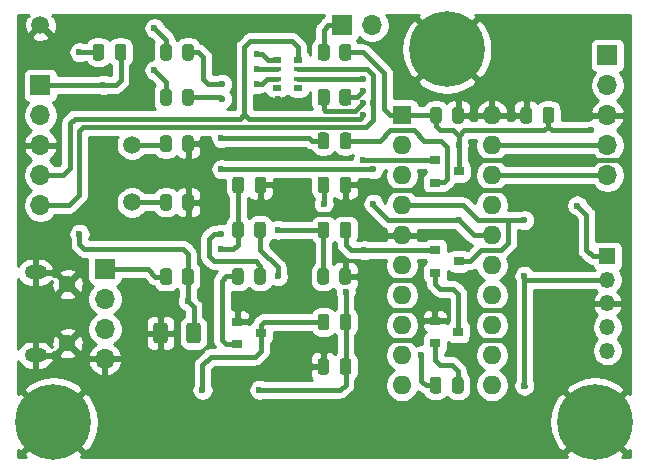
<source format=gbr>
G04 #@! TF.GenerationSoftware,KiCad,Pcbnew,5.1.9+dfsg1-1+deb11u1*
G04 #@! TF.CreationDate,2023-08-08T20:31:31+02:00*
G04 #@! TF.ProjectId,oprog_minimal,6f70726f-675f-46d6-996e-696d616c2e6b,rev?*
G04 #@! TF.SameCoordinates,PXa8d62b0PY5f13998*
G04 #@! TF.FileFunction,Copper,L2,Bot*
G04 #@! TF.FilePolarity,Positive*
%FSLAX46Y46*%
G04 Gerber Fmt 4.6, Leading zero omitted, Abs format (unit mm)*
G04 Created by KiCad (PCBNEW 5.1.9+dfsg1-1+deb11u1) date 2023-08-08 20:31:31*
%MOMM*%
%LPD*%
G01*
G04 APERTURE LIST*
G04 #@! TA.AperFunction,SMDPad,CuDef*
%ADD10R,0.900000X0.800000*%
G04 #@! TD*
G04 #@! TA.AperFunction,SMDPad,CuDef*
%ADD11R,0.800000X0.500000*%
G04 #@! TD*
G04 #@! TA.AperFunction,SMDPad,CuDef*
%ADD12R,0.800000X0.400000*%
G04 #@! TD*
G04 #@! TA.AperFunction,ComponentPad*
%ADD13C,0.800000*%
G04 #@! TD*
G04 #@! TA.AperFunction,ComponentPad*
%ADD14C,6.400000*%
G04 #@! TD*
G04 #@! TA.AperFunction,ComponentPad*
%ADD15O,1.700000X1.700000*%
G04 #@! TD*
G04 #@! TA.AperFunction,ComponentPad*
%ADD16R,1.700000X1.700000*%
G04 #@! TD*
G04 #@! TA.AperFunction,ComponentPad*
%ADD17O,1.350000X1.350000*%
G04 #@! TD*
G04 #@! TA.AperFunction,ComponentPad*
%ADD18R,1.350000X1.350000*%
G04 #@! TD*
G04 #@! TA.AperFunction,ComponentPad*
%ADD19O,1.900000X1.200000*%
G04 #@! TD*
G04 #@! TA.AperFunction,ComponentPad*
%ADD20C,1.450000*%
G04 #@! TD*
G04 #@! TA.AperFunction,ComponentPad*
%ADD21C,1.500000*%
G04 #@! TD*
G04 #@! TA.AperFunction,ComponentPad*
%ADD22O,1.600000X1.600000*%
G04 #@! TD*
G04 #@! TA.AperFunction,ComponentPad*
%ADD23R,1.600000X1.600000*%
G04 #@! TD*
G04 #@! TA.AperFunction,ViaPad*
%ADD24C,0.600000*%
G04 #@! TD*
G04 #@! TA.AperFunction,Conductor*
%ADD25C,0.400000*%
G04 #@! TD*
G04 #@! TA.AperFunction,Conductor*
%ADD26C,0.254000*%
G04 #@! TD*
G04 #@! TA.AperFunction,Conductor*
%ADD27C,0.100000*%
G04 #@! TD*
G04 APERTURE END LIST*
G04 #@! TA.AperFunction,SMDPad,CuDef*
G36*
G01*
X14497000Y-23259201D02*
X14497000Y-22359199D01*
G75*
G02*
X14746999Y-22109200I249999J0D01*
G01*
X15272001Y-22109200D01*
G75*
G02*
X15522000Y-22359199I0J-249999D01*
G01*
X15522000Y-23259201D01*
G75*
G02*
X15272001Y-23509200I-249999J0D01*
G01*
X14746999Y-23509200D01*
G75*
G02*
X14497000Y-23259201I0J249999D01*
G01*
G37*
G04 #@! TD.AperFunction*
G04 #@! TA.AperFunction,SMDPad,CuDef*
G36*
G01*
X12672000Y-23259201D02*
X12672000Y-22359199D01*
G75*
G02*
X12921999Y-22109200I249999J0D01*
G01*
X13447001Y-22109200D01*
G75*
G02*
X13697000Y-22359199I0J-249999D01*
G01*
X13697000Y-23259201D01*
G75*
G02*
X13447001Y-23509200I-249999J0D01*
G01*
X12921999Y-23509200D01*
G75*
G02*
X12672000Y-23259201I0J249999D01*
G01*
G37*
G04 #@! TD.AperFunction*
G04 #@! TA.AperFunction,SMDPad,CuDef*
G36*
G01*
X27832000Y-8070002D02*
X27832000Y-7169998D01*
G75*
G02*
X28081998Y-6920000I249998J0D01*
G01*
X28607002Y-6920000D01*
G75*
G02*
X28857000Y-7169998I0J-249998D01*
G01*
X28857000Y-8070002D01*
G75*
G02*
X28607002Y-8320000I-249998J0D01*
G01*
X28081998Y-8320000D01*
G75*
G02*
X27832000Y-8070002I0J249998D01*
G01*
G37*
G04 #@! TD.AperFunction*
G04 #@! TA.AperFunction,SMDPad,CuDef*
G36*
G01*
X26007000Y-8070002D02*
X26007000Y-7169998D01*
G75*
G02*
X26256998Y-6920000I249998J0D01*
G01*
X26782002Y-6920000D01*
G75*
G02*
X27032000Y-7169998I0J-249998D01*
G01*
X27032000Y-8070002D01*
G75*
G02*
X26782002Y-8320000I-249998J0D01*
G01*
X26256998Y-8320000D01*
G75*
G02*
X26007000Y-8070002I0J249998D01*
G01*
G37*
G04 #@! TD.AperFunction*
G04 #@! TA.AperFunction,SMDPad,CuDef*
G36*
G01*
X27032000Y-3359998D02*
X27032000Y-4260002D01*
G75*
G02*
X26782002Y-4510000I-249998J0D01*
G01*
X26256998Y-4510000D01*
G75*
G02*
X26007000Y-4260002I0J249998D01*
G01*
X26007000Y-3359998D01*
G75*
G02*
X26256998Y-3110000I249998J0D01*
G01*
X26782002Y-3110000D01*
G75*
G02*
X27032000Y-3359998I0J-249998D01*
G01*
G37*
G04 #@! TD.AperFunction*
G04 #@! TA.AperFunction,SMDPad,CuDef*
G36*
G01*
X28857000Y-3359998D02*
X28857000Y-4260002D01*
G75*
G02*
X28607002Y-4510000I-249998J0D01*
G01*
X28081998Y-4510000D01*
G75*
G02*
X27832000Y-4260002I0J249998D01*
G01*
X27832000Y-3359998D01*
G75*
G02*
X28081998Y-3110000I249998J0D01*
G01*
X28607002Y-3110000D01*
G75*
G02*
X28857000Y-3359998I0J-249998D01*
G01*
G37*
G04 #@! TD.AperFunction*
D10*
X37957000Y-21513800D03*
X35957000Y-20563800D03*
X35957000Y-22463800D03*
D11*
X24344200Y-4438800D03*
D12*
X24344200Y-5238800D03*
D11*
X24344200Y-6838800D03*
D12*
X24344200Y-6038800D03*
D11*
X22544200Y-4438800D03*
D12*
X22544200Y-6038800D03*
X22544200Y-5238800D03*
D11*
X22544200Y-6838800D03*
G04 #@! TA.AperFunction,SMDPad,CuDef*
G36*
G01*
X36481600Y-31547750D02*
X36481600Y-32460250D01*
G75*
G02*
X36237850Y-32704000I-243750J0D01*
G01*
X35750350Y-32704000D01*
G75*
G02*
X35506600Y-32460250I0J243750D01*
G01*
X35506600Y-31547750D01*
G75*
G02*
X35750350Y-31304000I243750J0D01*
G01*
X36237850Y-31304000D01*
G75*
G02*
X36481600Y-31547750I0J-243750D01*
G01*
G37*
G04 #@! TD.AperFunction*
G04 #@! TA.AperFunction,SMDPad,CuDef*
G36*
G01*
X38356600Y-31547750D02*
X38356600Y-32460250D01*
G75*
G02*
X38112850Y-32704000I-243750J0D01*
G01*
X37625350Y-32704000D01*
G75*
G02*
X37381600Y-32460250I0J243750D01*
G01*
X37381600Y-31547750D01*
G75*
G02*
X37625350Y-31304000I243750J0D01*
G01*
X38112850Y-31304000D01*
G75*
G02*
X38356600Y-31547750I0J-243750D01*
G01*
G37*
G04 #@! TD.AperFunction*
G04 #@! TA.AperFunction,SMDPad,CuDef*
G36*
G01*
X26982000Y-10846750D02*
X26982000Y-11759250D01*
G75*
G02*
X26738250Y-12003000I-243750J0D01*
G01*
X26250750Y-12003000D01*
G75*
G02*
X26007000Y-11759250I0J243750D01*
G01*
X26007000Y-10846750D01*
G75*
G02*
X26250750Y-10603000I243750J0D01*
G01*
X26738250Y-10603000D01*
G75*
G02*
X26982000Y-10846750I0J-243750D01*
G01*
G37*
G04 #@! TD.AperFunction*
G04 #@! TA.AperFunction,SMDPad,CuDef*
G36*
G01*
X28857000Y-10846750D02*
X28857000Y-11759250D01*
G75*
G02*
X28613250Y-12003000I-243750J0D01*
G01*
X28125750Y-12003000D01*
G75*
G02*
X27882000Y-11759250I0J243750D01*
G01*
X27882000Y-10846750D01*
G75*
G02*
X28125750Y-10603000I243750J0D01*
G01*
X28613250Y-10603000D01*
G75*
G02*
X28857000Y-10846750I0J-243750D01*
G01*
G37*
G04 #@! TD.AperFunction*
D13*
X38654056Y-1858944D03*
X36957000Y-1156000D03*
X35259944Y-1858944D03*
X34557000Y-3556000D03*
X35259944Y-5253056D03*
X36957000Y-5956000D03*
X38654056Y-5253056D03*
X39357000Y-3556000D03*
D14*
X36957000Y-3556000D03*
D13*
X51163556Y-33418444D03*
X49466500Y-32715500D03*
X47769444Y-33418444D03*
X47066500Y-35115500D03*
X47769444Y-36812556D03*
X49466500Y-37515500D03*
X51163556Y-36812556D03*
X51866500Y-35115500D03*
D14*
X49466500Y-35115500D03*
D13*
X5316556Y-33418444D03*
X3619500Y-32715500D03*
X1922444Y-33418444D03*
X1219500Y-35115500D03*
X1922444Y-36812556D03*
X3619500Y-37515500D03*
X5316556Y-36812556D03*
X6019500Y-35115500D03*
D14*
X3619500Y-35115500D03*
G04 #@! TA.AperFunction,SMDPad,CuDef*
G36*
G01*
X13322000Y-26959400D02*
X13322000Y-28209400D01*
G75*
G02*
X13072000Y-28459400I-250000J0D01*
G01*
X12322000Y-28459400D01*
G75*
G02*
X12072000Y-28209400I0J250000D01*
G01*
X12072000Y-26959400D01*
G75*
G02*
X12322000Y-26709400I250000J0D01*
G01*
X13072000Y-26709400D01*
G75*
G02*
X13322000Y-26959400I0J-250000D01*
G01*
G37*
G04 #@! TD.AperFunction*
G04 #@! TA.AperFunction,SMDPad,CuDef*
G36*
G01*
X16122000Y-26959400D02*
X16122000Y-28209400D01*
G75*
G02*
X15872000Y-28459400I-250000J0D01*
G01*
X15122000Y-28459400D01*
G75*
G02*
X14872000Y-28209400I0J250000D01*
G01*
X14872000Y-26959400D01*
G75*
G02*
X15122000Y-26709400I250000J0D01*
G01*
X15872000Y-26709400D01*
G75*
G02*
X16122000Y-26959400I0J-250000D01*
G01*
G37*
G04 #@! TD.AperFunction*
D15*
X30607000Y-1524000D03*
D16*
X28067000Y-1524000D03*
D17*
X50546000Y-29082000D03*
X50546000Y-27082000D03*
X50546000Y-25082000D03*
X50546000Y-23082000D03*
D18*
X50546000Y-21082000D03*
D15*
X8001000Y-29781500D03*
X8001000Y-27241500D03*
X8001000Y-24701500D03*
D16*
X8001000Y-22161500D03*
D19*
X2126000Y-29456500D03*
X2126000Y-22456500D03*
D20*
X4826000Y-28456500D03*
X4826000Y-23456500D03*
D21*
X2540000Y-1524000D03*
G04 #@! TA.AperFunction,SMDPad,CuDef*
G36*
G01*
X19743000Y-18390550D02*
X19743000Y-19303050D01*
G75*
G02*
X19499250Y-19546800I-243750J0D01*
G01*
X19011750Y-19546800D01*
G75*
G02*
X18768000Y-19303050I0J243750D01*
G01*
X18768000Y-18390550D01*
G75*
G02*
X19011750Y-18146800I243750J0D01*
G01*
X19499250Y-18146800D01*
G75*
G02*
X19743000Y-18390550I0J-243750D01*
G01*
G37*
G04 #@! TD.AperFunction*
G04 #@! TA.AperFunction,SMDPad,CuDef*
G36*
G01*
X21618000Y-18390550D02*
X21618000Y-19303050D01*
G75*
G02*
X21374250Y-19546800I-243750J0D01*
G01*
X20886750Y-19546800D01*
G75*
G02*
X20643000Y-19303050I0J243750D01*
G01*
X20643000Y-18390550D01*
G75*
G02*
X20886750Y-18146800I243750J0D01*
G01*
X21374250Y-18146800D01*
G75*
G02*
X21618000Y-18390550I0J-243750D01*
G01*
G37*
G04 #@! TD.AperFunction*
G04 #@! TA.AperFunction,SMDPad,CuDef*
G36*
G01*
X26982000Y-29960250D02*
X26982000Y-30872750D01*
G75*
G02*
X26738250Y-31116500I-243750J0D01*
G01*
X26250750Y-31116500D01*
G75*
G02*
X26007000Y-30872750I0J243750D01*
G01*
X26007000Y-29960250D01*
G75*
G02*
X26250750Y-29716500I243750J0D01*
G01*
X26738250Y-29716500D01*
G75*
G02*
X26982000Y-29960250I0J-243750D01*
G01*
G37*
G04 #@! TD.AperFunction*
G04 #@! TA.AperFunction,SMDPad,CuDef*
G36*
G01*
X28857000Y-29960250D02*
X28857000Y-30872750D01*
G75*
G02*
X28613250Y-31116500I-243750J0D01*
G01*
X28125750Y-31116500D01*
G75*
G02*
X27882000Y-30872750I0J243750D01*
G01*
X27882000Y-29960250D01*
G75*
G02*
X28125750Y-29716500I243750J0D01*
G01*
X28613250Y-29716500D01*
G75*
G02*
X28857000Y-29960250I0J-243750D01*
G01*
G37*
G04 #@! TD.AperFunction*
G04 #@! TA.AperFunction,SMDPad,CuDef*
G36*
G01*
X37407000Y-9600250D02*
X37407000Y-8687750D01*
G75*
G02*
X37650750Y-8444000I243750J0D01*
G01*
X38138250Y-8444000D01*
G75*
G02*
X38382000Y-8687750I0J-243750D01*
G01*
X38382000Y-9600250D01*
G75*
G02*
X38138250Y-9844000I-243750J0D01*
G01*
X37650750Y-9844000D01*
G75*
G02*
X37407000Y-9600250I0J243750D01*
G01*
G37*
G04 #@! TD.AperFunction*
G04 #@! TA.AperFunction,SMDPad,CuDef*
G36*
G01*
X35532000Y-9600250D02*
X35532000Y-8687750D01*
G75*
G02*
X35775750Y-8444000I243750J0D01*
G01*
X36263250Y-8444000D01*
G75*
G02*
X36507000Y-8687750I0J-243750D01*
G01*
X36507000Y-9600250D01*
G75*
G02*
X36263250Y-9844000I-243750J0D01*
G01*
X35775750Y-9844000D01*
G75*
G02*
X35532000Y-9600250I0J243750D01*
G01*
G37*
G04 #@! TD.AperFunction*
G04 #@! TA.AperFunction,SMDPad,CuDef*
G36*
G01*
X20668400Y-15505750D02*
X20668400Y-14593250D01*
G75*
G02*
X20912150Y-14349500I243750J0D01*
G01*
X21399650Y-14349500D01*
G75*
G02*
X21643400Y-14593250I0J-243750D01*
G01*
X21643400Y-15505750D01*
G75*
G02*
X21399650Y-15749500I-243750J0D01*
G01*
X20912150Y-15749500D01*
G75*
G02*
X20668400Y-15505750I0J243750D01*
G01*
G37*
G04 #@! TD.AperFunction*
G04 #@! TA.AperFunction,SMDPad,CuDef*
G36*
G01*
X18793400Y-15505750D02*
X18793400Y-14593250D01*
G75*
G02*
X19037150Y-14349500I243750J0D01*
G01*
X19524650Y-14349500D01*
G75*
G02*
X19768400Y-14593250I0J-243750D01*
G01*
X19768400Y-15505750D01*
G75*
G02*
X19524650Y-15749500I-243750J0D01*
G01*
X19037150Y-15749500D01*
G75*
G02*
X18793400Y-15505750I0J243750D01*
G01*
G37*
G04 #@! TD.AperFunction*
G04 #@! TA.AperFunction,SMDPad,CuDef*
G36*
G01*
X27882000Y-15493050D02*
X27882000Y-14580550D01*
G75*
G02*
X28125750Y-14336800I243750J0D01*
G01*
X28613250Y-14336800D01*
G75*
G02*
X28857000Y-14580550I0J-243750D01*
G01*
X28857000Y-15493050D01*
G75*
G02*
X28613250Y-15736800I-243750J0D01*
G01*
X28125750Y-15736800D01*
G75*
G02*
X27882000Y-15493050I0J243750D01*
G01*
G37*
G04 #@! TD.AperFunction*
G04 #@! TA.AperFunction,SMDPad,CuDef*
G36*
G01*
X26007000Y-15493050D02*
X26007000Y-14580550D01*
G75*
G02*
X26250750Y-14336800I243750J0D01*
G01*
X26738250Y-14336800D01*
G75*
G02*
X26982000Y-14580550I0J-243750D01*
G01*
X26982000Y-15493050D01*
G75*
G02*
X26738250Y-15736800I-243750J0D01*
G01*
X26250750Y-15736800D01*
G75*
G02*
X26007000Y-15493050I0J243750D01*
G01*
G37*
G04 #@! TD.AperFunction*
G04 #@! TA.AperFunction,SMDPad,CuDef*
G36*
G01*
X13647000Y-11100750D02*
X13647000Y-12013250D01*
G75*
G02*
X13403250Y-12257000I-243750J0D01*
G01*
X12915750Y-12257000D01*
G75*
G02*
X12672000Y-12013250I0J243750D01*
G01*
X12672000Y-11100750D01*
G75*
G02*
X12915750Y-10857000I243750J0D01*
G01*
X13403250Y-10857000D01*
G75*
G02*
X13647000Y-11100750I0J-243750D01*
G01*
G37*
G04 #@! TD.AperFunction*
G04 #@! TA.AperFunction,SMDPad,CuDef*
G36*
G01*
X15522000Y-11100750D02*
X15522000Y-12013250D01*
G75*
G02*
X15278250Y-12257000I-243750J0D01*
G01*
X14790750Y-12257000D01*
G75*
G02*
X14547000Y-12013250I0J243750D01*
G01*
X14547000Y-11100750D01*
G75*
G02*
X14790750Y-10857000I243750J0D01*
G01*
X15278250Y-10857000D01*
G75*
G02*
X15522000Y-11100750I0J-243750D01*
G01*
G37*
G04 #@! TD.AperFunction*
G04 #@! TA.AperFunction,SMDPad,CuDef*
G36*
G01*
X13647000Y-16053750D02*
X13647000Y-16966250D01*
G75*
G02*
X13403250Y-17210000I-243750J0D01*
G01*
X12915750Y-17210000D01*
G75*
G02*
X12672000Y-16966250I0J243750D01*
G01*
X12672000Y-16053750D01*
G75*
G02*
X12915750Y-15810000I243750J0D01*
G01*
X13403250Y-15810000D01*
G75*
G02*
X13647000Y-16053750I0J-243750D01*
G01*
G37*
G04 #@! TD.AperFunction*
G04 #@! TA.AperFunction,SMDPad,CuDef*
G36*
G01*
X15522000Y-16053750D02*
X15522000Y-16966250D01*
G75*
G02*
X15278250Y-17210000I-243750J0D01*
G01*
X14790750Y-17210000D01*
G75*
G02*
X14547000Y-16966250I0J243750D01*
G01*
X14547000Y-16053750D01*
G75*
G02*
X14790750Y-15810000I243750J0D01*
G01*
X15278250Y-15810000D01*
G75*
G02*
X15522000Y-16053750I0J-243750D01*
G01*
G37*
G04 #@! TD.AperFunction*
D15*
X2540000Y-16764000D03*
X2540000Y-14224000D03*
X2540000Y-11684000D03*
X2540000Y-9144000D03*
D16*
X2540000Y-6604000D03*
D15*
X50546000Y-14224000D03*
X50546000Y-11684000D03*
X50546000Y-9144000D03*
X50546000Y-6604000D03*
D16*
X50546000Y-4064000D03*
G04 #@! TA.AperFunction,SMDPad,CuDef*
G36*
G01*
X26982000Y-26188350D02*
X26982000Y-27100850D01*
G75*
G02*
X26738250Y-27344600I-243750J0D01*
G01*
X26250750Y-27344600D01*
G75*
G02*
X26007000Y-27100850I0J243750D01*
G01*
X26007000Y-26188350D01*
G75*
G02*
X26250750Y-25944600I243750J0D01*
G01*
X26738250Y-25944600D01*
G75*
G02*
X26982000Y-26188350I0J-243750D01*
G01*
G37*
G04 #@! TD.AperFunction*
G04 #@! TA.AperFunction,SMDPad,CuDef*
G36*
G01*
X28857000Y-26188350D02*
X28857000Y-27100850D01*
G75*
G02*
X28613250Y-27344600I-243750J0D01*
G01*
X28125750Y-27344600D01*
G75*
G02*
X27882000Y-27100850I0J243750D01*
G01*
X27882000Y-26188350D01*
G75*
G02*
X28125750Y-25944600I243750J0D01*
G01*
X28613250Y-25944600D01*
G75*
G02*
X28857000Y-26188350I0J-243750D01*
G01*
G37*
G04 #@! TD.AperFunction*
D10*
X37957000Y-13893800D03*
X35957000Y-12943800D03*
X35957000Y-14843800D03*
X37931600Y-27508200D03*
X35931600Y-26558200D03*
X35931600Y-28458200D03*
X21218400Y-27559000D03*
X19218400Y-26609000D03*
X19218400Y-28509000D03*
G04 #@! TA.AperFunction,SMDPad,CuDef*
G36*
G01*
X26982000Y-18390550D02*
X26982000Y-19303050D01*
G75*
G02*
X26738250Y-19546800I-243750J0D01*
G01*
X26250750Y-19546800D01*
G75*
G02*
X26007000Y-19303050I0J243750D01*
G01*
X26007000Y-18390550D01*
G75*
G02*
X26250750Y-18146800I243750J0D01*
G01*
X26738250Y-18146800D01*
G75*
G02*
X26982000Y-18390550I0J-243750D01*
G01*
G37*
G04 #@! TD.AperFunction*
G04 #@! TA.AperFunction,SMDPad,CuDef*
G36*
G01*
X28857000Y-18390550D02*
X28857000Y-19303050D01*
G75*
G02*
X28613250Y-19546800I-243750J0D01*
G01*
X28125750Y-19546800D01*
G75*
G02*
X27882000Y-19303050I0J243750D01*
G01*
X27882000Y-18390550D01*
G75*
G02*
X28125750Y-18146800I243750J0D01*
G01*
X28613250Y-18146800D01*
G75*
G02*
X28857000Y-18390550I0J-243750D01*
G01*
G37*
G04 #@! TD.AperFunction*
G04 #@! TA.AperFunction,SMDPad,CuDef*
G36*
G01*
X27856600Y-23240050D02*
X27856600Y-22327550D01*
G75*
G02*
X28100350Y-22083800I243750J0D01*
G01*
X28587850Y-22083800D01*
G75*
G02*
X28831600Y-22327550I0J-243750D01*
G01*
X28831600Y-23240050D01*
G75*
G02*
X28587850Y-23483800I-243750J0D01*
G01*
X28100350Y-23483800D01*
G75*
G02*
X27856600Y-23240050I0J243750D01*
G01*
G37*
G04 #@! TD.AperFunction*
G04 #@! TA.AperFunction,SMDPad,CuDef*
G36*
G01*
X25981600Y-23240050D02*
X25981600Y-22327550D01*
G75*
G02*
X26225350Y-22083800I243750J0D01*
G01*
X26712850Y-22083800D01*
G75*
G02*
X26956600Y-22327550I0J-243750D01*
G01*
X26956600Y-23240050D01*
G75*
G02*
X26712850Y-23483800I-243750J0D01*
G01*
X26225350Y-23483800D01*
G75*
G02*
X25981600Y-23240050I0J243750D01*
G01*
G37*
G04 #@! TD.AperFunction*
G04 #@! TA.AperFunction,SMDPad,CuDef*
G36*
G01*
X44152400Y-8687750D02*
X44152400Y-9600250D01*
G75*
G02*
X43908650Y-9844000I-243750J0D01*
G01*
X43421150Y-9844000D01*
G75*
G02*
X43177400Y-9600250I0J243750D01*
G01*
X43177400Y-8687750D01*
G75*
G02*
X43421150Y-8444000I243750J0D01*
G01*
X43908650Y-8444000D01*
G75*
G02*
X44152400Y-8687750I0J-243750D01*
G01*
G37*
G04 #@! TD.AperFunction*
G04 #@! TA.AperFunction,SMDPad,CuDef*
G36*
G01*
X46027400Y-8687750D02*
X46027400Y-9600250D01*
G75*
G02*
X45783650Y-9844000I-243750J0D01*
G01*
X45296150Y-9844000D01*
G75*
G02*
X45052400Y-9600250I0J243750D01*
G01*
X45052400Y-8687750D01*
G75*
G02*
X45296150Y-8444000I243750J0D01*
G01*
X45783650Y-8444000D01*
G75*
G02*
X46027400Y-8687750I0J-243750D01*
G01*
G37*
G04 #@! TD.AperFunction*
G04 #@! TA.AperFunction,SMDPad,CuDef*
G36*
G01*
X8832000Y-4266250D02*
X8832000Y-3353750D01*
G75*
G02*
X9075750Y-3110000I243750J0D01*
G01*
X9563250Y-3110000D01*
G75*
G02*
X9807000Y-3353750I0J-243750D01*
G01*
X9807000Y-4266250D01*
G75*
G02*
X9563250Y-4510000I-243750J0D01*
G01*
X9075750Y-4510000D01*
G75*
G02*
X8832000Y-4266250I0J243750D01*
G01*
G37*
G04 #@! TD.AperFunction*
G04 #@! TA.AperFunction,SMDPad,CuDef*
G36*
G01*
X6957000Y-4266250D02*
X6957000Y-3353750D01*
G75*
G02*
X7200750Y-3110000I243750J0D01*
G01*
X7688250Y-3110000D01*
G75*
G02*
X7932000Y-3353750I0J-243750D01*
G01*
X7932000Y-4266250D01*
G75*
G02*
X7688250Y-4510000I-243750J0D01*
G01*
X7200750Y-4510000D01*
G75*
G02*
X6957000Y-4266250I0J243750D01*
G01*
G37*
G04 #@! TD.AperFunction*
G04 #@! TA.AperFunction,SMDPad,CuDef*
G36*
G01*
X20643000Y-23240050D02*
X20643000Y-22327550D01*
G75*
G02*
X20886750Y-22083800I243750J0D01*
G01*
X21374250Y-22083800D01*
G75*
G02*
X21618000Y-22327550I0J-243750D01*
G01*
X21618000Y-23240050D01*
G75*
G02*
X21374250Y-23483800I-243750J0D01*
G01*
X20886750Y-23483800D01*
G75*
G02*
X20643000Y-23240050I0J243750D01*
G01*
G37*
G04 #@! TD.AperFunction*
G04 #@! TA.AperFunction,SMDPad,CuDef*
G36*
G01*
X18768000Y-23240050D02*
X18768000Y-22327550D01*
G75*
G02*
X19011750Y-22083800I243750J0D01*
G01*
X19499250Y-22083800D01*
G75*
G02*
X19743000Y-22327550I0J-243750D01*
G01*
X19743000Y-23240050D01*
G75*
G02*
X19499250Y-23483800I-243750J0D01*
G01*
X19011750Y-23483800D01*
G75*
G02*
X18768000Y-23240050I0J243750D01*
G01*
G37*
G04 #@! TD.AperFunction*
G04 #@! TA.AperFunction,SMDPad,CuDef*
G36*
G01*
X13647000Y-3353750D02*
X13647000Y-4266250D01*
G75*
G02*
X13403250Y-4510000I-243750J0D01*
G01*
X12915750Y-4510000D01*
G75*
G02*
X12672000Y-4266250I0J243750D01*
G01*
X12672000Y-3353750D01*
G75*
G02*
X12915750Y-3110000I243750J0D01*
G01*
X13403250Y-3110000D01*
G75*
G02*
X13647000Y-3353750I0J-243750D01*
G01*
G37*
G04 #@! TD.AperFunction*
G04 #@! TA.AperFunction,SMDPad,CuDef*
G36*
G01*
X15522000Y-3353750D02*
X15522000Y-4266250D01*
G75*
G02*
X15278250Y-4510000I-243750J0D01*
G01*
X14790750Y-4510000D01*
G75*
G02*
X14547000Y-4266250I0J243750D01*
G01*
X14547000Y-3353750D01*
G75*
G02*
X14790750Y-3110000I243750J0D01*
G01*
X15278250Y-3110000D01*
G75*
G02*
X15522000Y-3353750I0J-243750D01*
G01*
G37*
G04 #@! TD.AperFunction*
G04 #@! TA.AperFunction,SMDPad,CuDef*
G36*
G01*
X14547000Y-8076250D02*
X14547000Y-7163750D01*
G75*
G02*
X14790750Y-6920000I243750J0D01*
G01*
X15278250Y-6920000D01*
G75*
G02*
X15522000Y-7163750I0J-243750D01*
G01*
X15522000Y-8076250D01*
G75*
G02*
X15278250Y-8320000I-243750J0D01*
G01*
X14790750Y-8320000D01*
G75*
G02*
X14547000Y-8076250I0J243750D01*
G01*
G37*
G04 #@! TD.AperFunction*
G04 #@! TA.AperFunction,SMDPad,CuDef*
G36*
G01*
X12672000Y-8076250D02*
X12672000Y-7163750D01*
G75*
G02*
X12915750Y-6920000I243750J0D01*
G01*
X13403250Y-6920000D01*
G75*
G02*
X13647000Y-7163750I0J-243750D01*
G01*
X13647000Y-8076250D01*
G75*
G02*
X13403250Y-8320000I-243750J0D01*
G01*
X12915750Y-8320000D01*
G75*
G02*
X12672000Y-8076250I0J243750D01*
G01*
G37*
G04 #@! TD.AperFunction*
D22*
X40767000Y-9144000D03*
X33147000Y-32004000D03*
X40767000Y-11684000D03*
X33147000Y-29464000D03*
X40767000Y-14224000D03*
X33147000Y-26924000D03*
X40767000Y-16764000D03*
X33147000Y-24384000D03*
X40767000Y-19304000D03*
X33147000Y-21844000D03*
X40767000Y-21844000D03*
X33147000Y-19304000D03*
X40767000Y-24384000D03*
X33147000Y-16764000D03*
X40767000Y-26924000D03*
X33147000Y-14224000D03*
X40767000Y-29464000D03*
X33147000Y-11684000D03*
X40767000Y-32004000D03*
D23*
X33147000Y-9144000D03*
D21*
X10287000Y-16513200D03*
X10287000Y-11633200D03*
D24*
X29972000Y-20574000D03*
X7874000Y-11557000D03*
X7874000Y-16637000D03*
X7874000Y-19177000D03*
X22631400Y-15049500D03*
X22631400Y-12395200D03*
X17856200Y-12395200D03*
X44932600Y-33045400D03*
X43510200Y-15494000D03*
X46812200Y-15494000D03*
X39116000Y-33045400D03*
X39116000Y-25654000D03*
X24536400Y-25196800D03*
X36931600Y-25654000D03*
X43510200Y-12954000D03*
X22631400Y-20472400D03*
X43510200Y-20294600D03*
X7874000Y-14198600D03*
X22631400Y-7772400D03*
X22631400Y-16637000D03*
X37947600Y-20294600D03*
X37947600Y-22733000D03*
X42418000Y-25654000D03*
X39116000Y-28194000D03*
X42418000Y-28194000D03*
X42418000Y-33045400D03*
X46812200Y-16789400D03*
X10414000Y-19177000D03*
X12954000Y-19177000D03*
X2540000Y-19177000D03*
X34798000Y-33045400D03*
X20853400Y-1778000D03*
X17907000Y-1778000D03*
X23799800Y-1778000D03*
X28371800Y-16637000D03*
X24536400Y-28016200D03*
X24536400Y-30835600D03*
X24536400Y-33655000D03*
X14859000Y-36449000D03*
X11430000Y-36449000D03*
X8001000Y-36449000D03*
X8001000Y-33655000D03*
X23139400Y-25196800D03*
X23139400Y-30835600D03*
X23139400Y-33655000D03*
X23139400Y-28016200D03*
X29464000Y-16637000D03*
X19050000Y-30861000D03*
X17653000Y-30861000D03*
X10922000Y-25984200D03*
X37947600Y-18034000D03*
X30734000Y-16637000D03*
X49149000Y-10414000D03*
X37957000Y-11674600D03*
X29845000Y-7112000D03*
X17856200Y-20472400D03*
X7874000Y-6578600D03*
X29845000Y-9144000D03*
X30734000Y-8128000D03*
X29845000Y-6045200D03*
X43510200Y-18034002D03*
X16255998Y-32385000D03*
X12192000Y-1778000D03*
X12192000Y-5334000D03*
X22631400Y-18846800D03*
X17907000Y-6502400D03*
X17907001Y-7772399D03*
X47980600Y-16789400D03*
X29845000Y-8128000D03*
X5842000Y-3810000D03*
X26517600Y-16637000D03*
X29844998Y-12954000D03*
X5842000Y-19177000D03*
X15011400Y-24892000D03*
X17856200Y-19202400D03*
X22631400Y-22783800D03*
X43510200Y-32029398D03*
X43510200Y-22733000D03*
X20853400Y-3962400D03*
X20853400Y-6502400D03*
X20853398Y-5239286D03*
X17856200Y-11074400D03*
X17856200Y-13716000D03*
X30734000Y-13716000D03*
X34798000Y-29463996D03*
X21082000Y-32385000D03*
X28371800Y-24079200D03*
D25*
X31496000Y-23114000D02*
X34544000Y-23114000D01*
X31496000Y-25654000D02*
X34671000Y-25654000D01*
X31496000Y-28194000D02*
X34671000Y-28194000D01*
X28371800Y-20116800D02*
X28371800Y-18846800D01*
X28829000Y-20574000D02*
X28371800Y-20116800D01*
X29972000Y-20574000D02*
X28829000Y-20574000D01*
X35946800Y-20574000D02*
X35957000Y-20563800D01*
X29972000Y-20574000D02*
X35946800Y-20574000D01*
X15034500Y-14048500D02*
X15034500Y-16510000D01*
X15034500Y-11557000D02*
X15034500Y-14048500D01*
X37846000Y-9144000D02*
X40767000Y-9144000D01*
X3873500Y-11684000D02*
X3937000Y-11747500D01*
X2540000Y-11684000D02*
X3873500Y-11684000D01*
X37894500Y-9144000D02*
X40767000Y-9144000D01*
X19190500Y-26606500D02*
X19193000Y-26609000D01*
X15034500Y-11557000D02*
X15034500Y-14209000D01*
X15034500Y-14209000D02*
X15034500Y-16510000D01*
X43510200Y-15494000D02*
X46812200Y-15494000D01*
X37846000Y-15494000D02*
X43510200Y-15494000D01*
X29438600Y-15036800D02*
X29895800Y-15494000D01*
X34417000Y-15494000D02*
X34772600Y-15849600D01*
X28369500Y-15036800D02*
X29438600Y-15036800D01*
X37490400Y-15849600D02*
X37846000Y-15494000D01*
X29895800Y-15494000D02*
X34417000Y-15494000D01*
X34772600Y-15849600D02*
X37490400Y-15849600D01*
X22631400Y-15049500D02*
X21155900Y-15049500D01*
X33147000Y-19304000D02*
X31750000Y-19304000D01*
X23304500Y-15049500D02*
X22631400Y-15049500D01*
X25781000Y-17526000D02*
X23304500Y-15049500D01*
X28956000Y-17526000D02*
X25781000Y-17526000D01*
X51612800Y-12954000D02*
X39497000Y-12954000D01*
X12700000Y-27581400D02*
X12697000Y-27584400D01*
X39116000Y-25654000D02*
X42418000Y-25654000D01*
X39116000Y-28194000D02*
X42418000Y-28194000D01*
X36131500Y-9144000D02*
X33147000Y-9144000D01*
X33147000Y-9144000D02*
X36019500Y-9144000D01*
X45516800Y-9167100D02*
X45539900Y-9144000D01*
X45516800Y-10109200D02*
X45516800Y-9167100D01*
X45821600Y-10414000D02*
X49149000Y-10414000D01*
X45516800Y-10109200D02*
X45821600Y-10414000D01*
X45212000Y-10414000D02*
X45516800Y-10109200D01*
X38430200Y-10414000D02*
X45212000Y-10414000D01*
X37957000Y-10887200D02*
X38430200Y-10414000D01*
X37957000Y-13893800D02*
X37957000Y-11674600D01*
X36347400Y-10414000D02*
X36019500Y-10086100D01*
X37490400Y-10414000D02*
X36347400Y-10414000D01*
X36019500Y-10086100D02*
X36019500Y-9144000D01*
X37957000Y-10880600D02*
X37490400Y-10414000D01*
X37957000Y-10887200D02*
X37957000Y-10880600D01*
X37957000Y-11674600D02*
X37957000Y-10887200D01*
X30734000Y-16764000D02*
X30734000Y-16637000D01*
X32004000Y-18034000D02*
X30734000Y-16764000D01*
X39217598Y-19304000D02*
X37947598Y-18034000D01*
X37947598Y-18034000D02*
X32004000Y-18034000D01*
X40767000Y-19304000D02*
X39217598Y-19304000D01*
X29337000Y-7620000D02*
X29845000Y-7112000D01*
X28344500Y-7620000D02*
X29337000Y-7620000D01*
X32131000Y-9144000D02*
X33147000Y-9144000D01*
X31623000Y-8636000D02*
X32131000Y-9144000D01*
X31623000Y-5588000D02*
X31623000Y-8636000D01*
X29845000Y-3810000D02*
X31623000Y-5588000D01*
X28344500Y-3810000D02*
X29845000Y-3810000D01*
X19280900Y-18821400D02*
X19255500Y-18846800D01*
X19280900Y-15049500D02*
X19280900Y-18821400D01*
X19255500Y-20089100D02*
X19255500Y-18846800D01*
X18872200Y-20472400D02*
X19255500Y-20089100D01*
X17856200Y-20472400D02*
X18872200Y-20472400D01*
X13083300Y-11633200D02*
X13159500Y-11557000D01*
X10287000Y-11633200D02*
X13083300Y-11633200D01*
X9319500Y-3810000D02*
X9319500Y-5056900D01*
X9319500Y-3810000D02*
X9319500Y-6199900D01*
X8915400Y-6604000D02*
X2540000Y-6604000D01*
X9319500Y-6199900D02*
X8915400Y-6604000D01*
X19812000Y-3352800D02*
X19812000Y-9042400D01*
X20294600Y-2870200D02*
X19812000Y-3352800D01*
X23850600Y-2870200D02*
X20294600Y-2870200D01*
X24344200Y-3363800D02*
X23850600Y-2870200D01*
X24344200Y-4438800D02*
X24344200Y-3363800D01*
X29565600Y-9423400D02*
X29845000Y-9144000D01*
X20193000Y-9423400D02*
X29565600Y-9423400D01*
X19812000Y-9042400D02*
X20193000Y-9423400D01*
X4445000Y-14224000D02*
X2540000Y-14224000D01*
X5016500Y-13652500D02*
X4445000Y-14224000D01*
X5016500Y-9842500D02*
X5016500Y-13652500D01*
X5435600Y-9423400D02*
X5016500Y-9842500D01*
X19431000Y-9423400D02*
X5435600Y-9423400D01*
X19812000Y-9042400D02*
X19431000Y-9423400D01*
X40767000Y-14224000D02*
X50546000Y-14224000D01*
X30734000Y-5765800D02*
X30734000Y-8128000D01*
X30207000Y-5238800D02*
X30734000Y-5765800D01*
X24339600Y-5238800D02*
X30207000Y-5238800D01*
X30734000Y-9525000D02*
X30734000Y-8128000D01*
X30133989Y-10125011D02*
X30734000Y-9525000D01*
X6130989Y-10125011D02*
X30133989Y-10125011D01*
X5816600Y-10439400D02*
X6130989Y-10125011D01*
X5816600Y-15900400D02*
X5816600Y-10439400D01*
X4953000Y-16764000D02*
X5816600Y-15900400D01*
X2540000Y-16764000D02*
X4953000Y-16764000D01*
X40767000Y-11684000D02*
X50546000Y-11684000D01*
X24344200Y-6038800D02*
X29838600Y-6038800D01*
X43510198Y-18034000D02*
X43510200Y-18034002D01*
X33147000Y-16764000D02*
X38303200Y-16764000D01*
X38303200Y-16764000D02*
X39573200Y-18034000D01*
X39573200Y-18034000D02*
X43510198Y-18034000D01*
X42164000Y-19939000D02*
X42164000Y-18034000D01*
X41529000Y-20574000D02*
X42164000Y-19939000D01*
X39852600Y-20574000D02*
X41529000Y-20574000D01*
X38912800Y-21513800D02*
X39852600Y-20574000D01*
X37957000Y-21513800D02*
X38912800Y-21513800D01*
X26494500Y-26591500D02*
X26494500Y-26670000D01*
X21218400Y-26876500D02*
X21218400Y-27559000D01*
X21450300Y-26644600D02*
X21218400Y-26876500D01*
X26494500Y-26644600D02*
X21450300Y-26644600D01*
X21218400Y-29111700D02*
X21218400Y-27559000D01*
X16967200Y-29591000D02*
X20739100Y-29591000D01*
X16255998Y-30302202D02*
X16967200Y-29591000D01*
X20739100Y-29591000D02*
X21218400Y-29111700D01*
X16255998Y-32385000D02*
X16255998Y-30302202D01*
X12192000Y-1778000D02*
X13159500Y-2745500D01*
X13159500Y-2745500D02*
X13159500Y-3810000D01*
X12192000Y-5334000D02*
X13159500Y-6301500D01*
X13159500Y-6301500D02*
X13159500Y-7620000D01*
X26494500Y-22781500D02*
X26492200Y-22783800D01*
X26494500Y-18846800D02*
X26494500Y-22781500D01*
X22631400Y-18846800D02*
X26494500Y-18846800D01*
X16332200Y-6070600D02*
X16764000Y-6502400D01*
X16332200Y-4241800D02*
X16332200Y-6070600D01*
X15034500Y-3810000D02*
X15900400Y-3810000D01*
X16764000Y-6502400D02*
X17907000Y-6502400D01*
X15900400Y-3810000D02*
X16332200Y-4241800D01*
X17754602Y-7620000D02*
X17907001Y-7772399D01*
X15034500Y-7620000D02*
X17754602Y-7620000D01*
X37931600Y-24291800D02*
X37931600Y-27508200D01*
X37490400Y-23850600D02*
X37931600Y-24291800D01*
X36398200Y-23850600D02*
X37490400Y-23850600D01*
X35957000Y-22463800D02*
X35957000Y-23409400D01*
X35957000Y-23409400D02*
X36398200Y-23850600D01*
X17881600Y-28143200D02*
X18247400Y-28509000D01*
X19255500Y-22783800D02*
X18237200Y-22783800D01*
X18247400Y-28509000D02*
X19218400Y-28509000D01*
X17881600Y-23139400D02*
X17881600Y-28143200D01*
X18237200Y-22783800D02*
X17881600Y-23139400D01*
X49301400Y-21082000D02*
X50546000Y-21082000D01*
X48768000Y-17576800D02*
X48768000Y-20548600D01*
X48768000Y-20548600D02*
X49301400Y-21082000D01*
X47980600Y-16789400D02*
X48768000Y-17576800D01*
X26519500Y-8612500D02*
X26519500Y-7620000D01*
X26670000Y-8763000D02*
X26519500Y-8612500D01*
X29210000Y-8763000D02*
X26670000Y-8763000D01*
X29845000Y-8128000D02*
X29210000Y-8763000D01*
X26519500Y-3810000D02*
X26519500Y-1928500D01*
X26924000Y-1524000D02*
X28067000Y-1524000D01*
X26519500Y-1928500D02*
X26924000Y-1524000D01*
X5842000Y-3810000D02*
X7444500Y-3810000D01*
X26492200Y-15039100D02*
X26494500Y-15036800D01*
X35906200Y-12750800D02*
X35906200Y-12954000D01*
X26517600Y-15059900D02*
X26494500Y-15036800D01*
X26517600Y-16637000D02*
X26517600Y-15059900D01*
X35957000Y-12943800D02*
X35946800Y-12954000D01*
X35946800Y-12954000D02*
X29844998Y-12954000D01*
X15009500Y-24890100D02*
X15009500Y-22809200D01*
X15497000Y-25377600D02*
X15009500Y-24890100D01*
X15497000Y-27584400D02*
X15497000Y-25377600D01*
X5842000Y-20066000D02*
X5842000Y-19177000D01*
X6248400Y-20472400D02*
X5842000Y-20066000D01*
X14630400Y-20472400D02*
X6248400Y-20472400D01*
X15009500Y-20851500D02*
X14630400Y-20472400D01*
X15009500Y-22809200D02*
X15009500Y-20851500D01*
X13156300Y-16513200D02*
X13159500Y-16510000D01*
X10287000Y-16513200D02*
X13156300Y-16513200D01*
X21130500Y-21867100D02*
X21130500Y-22783800D01*
X20751800Y-21488400D02*
X21130500Y-21867100D01*
X16814800Y-21082000D02*
X17221200Y-21488400D01*
X16814800Y-19583400D02*
X16814800Y-21082000D01*
X17221200Y-21488400D02*
X20751800Y-21488400D01*
X17195800Y-19202400D02*
X16814800Y-19583400D01*
X17856200Y-19202400D02*
X17195800Y-19202400D01*
X22631400Y-22021800D02*
X22631400Y-22783800D01*
X21130500Y-20520900D02*
X22631400Y-22021800D01*
X21130500Y-18846800D02*
X21130500Y-20520900D01*
X43510200Y-32004002D02*
X43510200Y-22733000D01*
X43510204Y-32004002D02*
X43510200Y-32004002D01*
X43535600Y-32029398D02*
X43510204Y-32004002D01*
X50546000Y-23082000D02*
X43510200Y-23082000D01*
X22544200Y-4438800D02*
X21787000Y-4438800D01*
X21310600Y-3962400D02*
X20853400Y-3962400D01*
X21787000Y-4438800D02*
X21310600Y-3962400D01*
X22544200Y-6038800D02*
X21748800Y-6038800D01*
X21285200Y-6502400D02*
X20853400Y-6502400D01*
X21748800Y-6038800D02*
X21285200Y-6502400D01*
X20853884Y-5238800D02*
X20853398Y-5239286D01*
X22544200Y-5238800D02*
X20853884Y-5238800D01*
X31273750Y-11303000D02*
X28369500Y-11303000D01*
X34163000Y-10414000D02*
X32162750Y-10414000D01*
X35052000Y-11303000D02*
X34163000Y-10414000D01*
X36449000Y-11303000D02*
X35052000Y-11303000D01*
X32162750Y-10414000D02*
X31273750Y-11303000D01*
X36957000Y-11811000D02*
X36449000Y-11303000D01*
X36957000Y-14579600D02*
X36957000Y-11811000D01*
X36703000Y-14833600D02*
X36957000Y-14579600D01*
X35941000Y-14833600D02*
X36703000Y-14833600D01*
X37869100Y-30757100D02*
X37869100Y-32004000D01*
X37414200Y-30302200D02*
X37869100Y-30757100D01*
X36398200Y-30302200D02*
X37414200Y-30302200D01*
X35931600Y-28458200D02*
X35931600Y-29835600D01*
X35931600Y-29835600D02*
X36398200Y-30302200D01*
X25298400Y-11074400D02*
X25527000Y-11303000D01*
X17856200Y-11074400D02*
X25298400Y-11074400D01*
X25527000Y-11303000D02*
X26494500Y-11303000D01*
X17856200Y-13716000D02*
X30734000Y-13716000D01*
X35994100Y-32004000D02*
X35153600Y-32004000D01*
X35153600Y-32004000D02*
X34798000Y-31648400D01*
X34798000Y-31648400D02*
X34798000Y-29463996D01*
X28369500Y-26644600D02*
X28369500Y-30416500D01*
X27940000Y-32385000D02*
X21082000Y-32385000D01*
X28369500Y-30416500D02*
X28369500Y-31955500D01*
X28369500Y-31955500D02*
X27940000Y-32385000D01*
X28371800Y-26642300D02*
X28369500Y-26644600D01*
X28371800Y-24079200D02*
X28371800Y-26642300D01*
X11620500Y-22161500D02*
X8001000Y-22161500D01*
X12268200Y-22809200D02*
X11620500Y-22161500D01*
X13184500Y-22809200D02*
X12268200Y-22809200D01*
D26*
X1583005Y-746613D02*
X1344140Y-812137D01*
X1228240Y-1059116D01*
X1162750Y-1323960D01*
X1150188Y-1596492D01*
X1191035Y-1866238D01*
X1283723Y-2122832D01*
X1344140Y-2235863D01*
X1583007Y-2301388D01*
X2360395Y-1524000D01*
X2346253Y-1509858D01*
X2525858Y-1330253D01*
X2540000Y-1344395D01*
X2554143Y-1330253D01*
X2733748Y-1509858D01*
X2719605Y-1524000D01*
X3496993Y-2301388D01*
X3735860Y-2235863D01*
X3851760Y-1988884D01*
X3917250Y-1724040D01*
X3929812Y-1451508D01*
X3888965Y-1181762D01*
X3796277Y-925168D01*
X3735860Y-812137D01*
X3496995Y-746613D01*
X3583608Y-660000D01*
X26580307Y-660000D01*
X26578928Y-674000D01*
X26578928Y-761648D01*
X26457854Y-826364D01*
X26330709Y-930709D01*
X26304554Y-962579D01*
X25958074Y-1309059D01*
X25926210Y-1335209D01*
X25900062Y-1367071D01*
X25821864Y-1462355D01*
X25744328Y-1607414D01*
X25696582Y-1764812D01*
X25680460Y-1928500D01*
X25684501Y-1969528D01*
X25684501Y-2686521D01*
X25629038Y-2732038D01*
X25518595Y-2866613D01*
X25436528Y-3020148D01*
X25385992Y-3186744D01*
X25368928Y-3359998D01*
X25368928Y-4060745D01*
X25333702Y-3944620D01*
X25274737Y-3834306D01*
X25195385Y-3737615D01*
X25179200Y-3724332D01*
X25179200Y-3404818D01*
X25183240Y-3363800D01*
X25167118Y-3200111D01*
X25119372Y-3042713D01*
X25041836Y-2897654D01*
X25009778Y-2858591D01*
X24937491Y-2770509D01*
X24905626Y-2744358D01*
X24470045Y-2308778D01*
X24443891Y-2276909D01*
X24316746Y-2172564D01*
X24171687Y-2095028D01*
X24014289Y-2047282D01*
X23891619Y-2035200D01*
X23891618Y-2035200D01*
X23850600Y-2031160D01*
X23809582Y-2035200D01*
X20335607Y-2035200D01*
X20294599Y-2031161D01*
X20253591Y-2035200D01*
X20253581Y-2035200D01*
X20130911Y-2047282D01*
X19973513Y-2095028D01*
X19828454Y-2172564D01*
X19701309Y-2276909D01*
X19675154Y-2308779D01*
X19250579Y-2733354D01*
X19218709Y-2759509D01*
X19125599Y-2872965D01*
X19114364Y-2886655D01*
X19036828Y-3031714D01*
X18989082Y-3189112D01*
X18972960Y-3352800D01*
X18977000Y-3393819D01*
X18977001Y-8588400D01*
X18368725Y-8588400D01*
X18503029Y-8498661D01*
X18633263Y-8368427D01*
X18735587Y-8215288D01*
X18806069Y-8045128D01*
X18842001Y-7864488D01*
X18842001Y-7680310D01*
X18806069Y-7499670D01*
X18735587Y-7329510D01*
X18633263Y-7176371D01*
X18594291Y-7137399D01*
X18633262Y-7098428D01*
X18735586Y-6945289D01*
X18806068Y-6775129D01*
X18842000Y-6594489D01*
X18842000Y-6410311D01*
X18806068Y-6229671D01*
X18735586Y-6059511D01*
X18633262Y-5906372D01*
X18503028Y-5776138D01*
X18349889Y-5673814D01*
X18179729Y-5603332D01*
X17999089Y-5567400D01*
X17814911Y-5567400D01*
X17634271Y-5603332D01*
X17479596Y-5667400D01*
X17167200Y-5667400D01*
X17167200Y-4282807D01*
X17171239Y-4241799D01*
X17167200Y-4200791D01*
X17167200Y-4200781D01*
X17155118Y-4078111D01*
X17107372Y-3920713D01*
X17029836Y-3775654D01*
X16925491Y-3648509D01*
X16893622Y-3622355D01*
X16519846Y-3248579D01*
X16493691Y-3216709D01*
X16366546Y-3112364D01*
X16221487Y-3034828D01*
X16079898Y-2991877D01*
X16011458Y-2863836D01*
X15901792Y-2730208D01*
X15768164Y-2620542D01*
X15615709Y-2539053D01*
X15450285Y-2488872D01*
X15278250Y-2471928D01*
X14790750Y-2471928D01*
X14618715Y-2488872D01*
X14453291Y-2539053D01*
X14300836Y-2620542D01*
X14167208Y-2730208D01*
X14097000Y-2815756D01*
X14026792Y-2730208D01*
X13994417Y-2703638D01*
X13982418Y-2581812D01*
X13977447Y-2565423D01*
X13934672Y-2424413D01*
X13857136Y-2279354D01*
X13752791Y-2152209D01*
X13720933Y-2126064D01*
X13084654Y-1489787D01*
X13020586Y-1335111D01*
X12918262Y-1181972D01*
X12788028Y-1051738D01*
X12634889Y-949414D01*
X12464729Y-878932D01*
X12284089Y-843000D01*
X12099911Y-843000D01*
X11919271Y-878932D01*
X11749111Y-949414D01*
X11595972Y-1051738D01*
X11465738Y-1181972D01*
X11363414Y-1335111D01*
X11292932Y-1505271D01*
X11257000Y-1685911D01*
X11257000Y-1870089D01*
X11292932Y-2050729D01*
X11363414Y-2220889D01*
X11465738Y-2374028D01*
X11595972Y-2504262D01*
X11749111Y-2606586D01*
X11903787Y-2670654D01*
X12152734Y-2919602D01*
X12101053Y-3016291D01*
X12050872Y-3181715D01*
X12033928Y-3353750D01*
X12033928Y-4266250D01*
X12048019Y-4409322D01*
X11919271Y-4434932D01*
X11749111Y-4505414D01*
X11595972Y-4607738D01*
X11465738Y-4737972D01*
X11363414Y-4891111D01*
X11292932Y-5061271D01*
X11257000Y-5241911D01*
X11257000Y-5426089D01*
X11292932Y-5606729D01*
X11363414Y-5776889D01*
X11465738Y-5930028D01*
X11595972Y-6060262D01*
X11749111Y-6162586D01*
X11903787Y-6226654D01*
X12258461Y-6581329D01*
X12182542Y-6673836D01*
X12101053Y-6826291D01*
X12050872Y-6991715D01*
X12033928Y-7163750D01*
X12033928Y-8076250D01*
X12050872Y-8248285D01*
X12101053Y-8413709D01*
X12182542Y-8566164D01*
X12200791Y-8588400D01*
X5476618Y-8588400D01*
X5435600Y-8584360D01*
X5394581Y-8588400D01*
X5271911Y-8600482D01*
X5114513Y-8648228D01*
X4969454Y-8725764D01*
X4842309Y-8830109D01*
X4816161Y-8861971D01*
X4455078Y-9223055D01*
X4423209Y-9249209D01*
X4318865Y-9376354D01*
X4318864Y-9376355D01*
X4241328Y-9521414D01*
X4193582Y-9678812D01*
X4177460Y-9842500D01*
X4181500Y-9883519D01*
X4181501Y-13306632D01*
X4099133Y-13389000D01*
X3768065Y-13389000D01*
X3693475Y-13277368D01*
X3486632Y-13070525D01*
X3304466Y-12948805D01*
X3421355Y-12879178D01*
X3637588Y-12684269D01*
X3811641Y-12450920D01*
X3936825Y-12188099D01*
X3981476Y-12040890D01*
X3860155Y-11811000D01*
X2667000Y-11811000D01*
X2667000Y-11831000D01*
X2413000Y-11831000D01*
X2413000Y-11811000D01*
X1219845Y-11811000D01*
X1098524Y-12040890D01*
X1143175Y-12188099D01*
X1268359Y-12450920D01*
X1442412Y-12684269D01*
X1658645Y-12879178D01*
X1775534Y-12948805D01*
X1593368Y-13070525D01*
X1386525Y-13277368D01*
X1224010Y-13520589D01*
X1112068Y-13790842D01*
X1055000Y-14077740D01*
X1055000Y-14370260D01*
X1112068Y-14657158D01*
X1224010Y-14927411D01*
X1386525Y-15170632D01*
X1593368Y-15377475D01*
X1767760Y-15494000D01*
X1593368Y-15610525D01*
X1386525Y-15817368D01*
X1224010Y-16060589D01*
X1112068Y-16330842D01*
X1055000Y-16617740D01*
X1055000Y-16910260D01*
X1112068Y-17197158D01*
X1224010Y-17467411D01*
X1386525Y-17710632D01*
X1593368Y-17917475D01*
X1836589Y-18079990D01*
X2106842Y-18191932D01*
X2393740Y-18249000D01*
X2686260Y-18249000D01*
X2973158Y-18191932D01*
X3243411Y-18079990D01*
X3486632Y-17917475D01*
X3693475Y-17710632D01*
X3768065Y-17599000D01*
X4911982Y-17599000D01*
X4953000Y-17603040D01*
X4994018Y-17599000D01*
X4994019Y-17599000D01*
X5116689Y-17586918D01*
X5274087Y-17539172D01*
X5419146Y-17461636D01*
X5546291Y-17357291D01*
X5572445Y-17325422D01*
X6378033Y-16519836D01*
X6409891Y-16493691D01*
X6451564Y-16442913D01*
X6505829Y-16376789D01*
X8902000Y-16376789D01*
X8902000Y-16649611D01*
X8955225Y-16917189D01*
X9059629Y-17169243D01*
X9211201Y-17396086D01*
X9404114Y-17588999D01*
X9630957Y-17740571D01*
X9883011Y-17844975D01*
X10150589Y-17898200D01*
X10423411Y-17898200D01*
X10690989Y-17844975D01*
X10943043Y-17740571D01*
X11169886Y-17588999D01*
X11362799Y-17396086D01*
X11394795Y-17348200D01*
X12124834Y-17348200D01*
X12182542Y-17456164D01*
X12292208Y-17589792D01*
X12425836Y-17699458D01*
X12578291Y-17780947D01*
X12743715Y-17831128D01*
X12915750Y-17848072D01*
X13403250Y-17848072D01*
X13575285Y-17831128D01*
X13740709Y-17780947D01*
X13893164Y-17699458D01*
X14026792Y-17589792D01*
X14032008Y-17583436D01*
X14095815Y-17661185D01*
X14192506Y-17740537D01*
X14302820Y-17799502D01*
X14422518Y-17835812D01*
X14547000Y-17848072D01*
X14748750Y-17845000D01*
X14907500Y-17686250D01*
X14907500Y-16637000D01*
X15161500Y-16637000D01*
X15161500Y-17686250D01*
X15320250Y-17845000D01*
X15522000Y-17848072D01*
X15646482Y-17835812D01*
X15766180Y-17799502D01*
X15876494Y-17740537D01*
X15973185Y-17661185D01*
X16052537Y-17564494D01*
X16111502Y-17454180D01*
X16147812Y-17334482D01*
X16160072Y-17210000D01*
X16157000Y-16795750D01*
X15998250Y-16637000D01*
X15161500Y-16637000D01*
X14907500Y-16637000D01*
X14887500Y-16637000D01*
X14887500Y-16383000D01*
X14907500Y-16383000D01*
X14907500Y-15333750D01*
X15161500Y-15333750D01*
X15161500Y-16383000D01*
X15998250Y-16383000D01*
X16157000Y-16224250D01*
X16160072Y-15810000D01*
X16147812Y-15685518D01*
X16111502Y-15565820D01*
X16052537Y-15455506D01*
X15973185Y-15358815D01*
X15876494Y-15279463D01*
X15766180Y-15220498D01*
X15646482Y-15184188D01*
X15522000Y-15171928D01*
X15320250Y-15175000D01*
X15161500Y-15333750D01*
X14907500Y-15333750D01*
X14748750Y-15175000D01*
X14547000Y-15171928D01*
X14422518Y-15184188D01*
X14302820Y-15220498D01*
X14192506Y-15279463D01*
X14095815Y-15358815D01*
X14032008Y-15436564D01*
X14026792Y-15430208D01*
X13893164Y-15320542D01*
X13740709Y-15239053D01*
X13575285Y-15188872D01*
X13403250Y-15171928D01*
X12915750Y-15171928D01*
X12743715Y-15188872D01*
X12578291Y-15239053D01*
X12425836Y-15320542D01*
X12292208Y-15430208D01*
X12182542Y-15563836D01*
X12121413Y-15678200D01*
X11394795Y-15678200D01*
X11362799Y-15630314D01*
X11169886Y-15437401D01*
X10943043Y-15285829D01*
X10690989Y-15181425D01*
X10423411Y-15128200D01*
X10150589Y-15128200D01*
X9883011Y-15181425D01*
X9630957Y-15285829D01*
X9404114Y-15437401D01*
X9211201Y-15630314D01*
X9059629Y-15857157D01*
X8955225Y-16109211D01*
X8902000Y-16376789D01*
X6505829Y-16376789D01*
X6514236Y-16366546D01*
X6591772Y-16221487D01*
X6639518Y-16064089D01*
X6655640Y-15900400D01*
X6651600Y-15859382D01*
X6651600Y-10960011D01*
X9071086Y-10960011D01*
X9059629Y-10977157D01*
X8955225Y-11229211D01*
X8902000Y-11496789D01*
X8902000Y-11769611D01*
X8955225Y-12037189D01*
X9059629Y-12289243D01*
X9211201Y-12516086D01*
X9404114Y-12708999D01*
X9630957Y-12860571D01*
X9883011Y-12964975D01*
X10150589Y-13018200D01*
X10423411Y-13018200D01*
X10690989Y-12964975D01*
X10943043Y-12860571D01*
X11169886Y-12708999D01*
X11362799Y-12516086D01*
X11394795Y-12468200D01*
X12163853Y-12468200D01*
X12182542Y-12503164D01*
X12292208Y-12636792D01*
X12425836Y-12746458D01*
X12578291Y-12827947D01*
X12743715Y-12878128D01*
X12915750Y-12895072D01*
X13403250Y-12895072D01*
X13575285Y-12878128D01*
X13740709Y-12827947D01*
X13893164Y-12746458D01*
X14026792Y-12636792D01*
X14032008Y-12630436D01*
X14095815Y-12708185D01*
X14192506Y-12787537D01*
X14302820Y-12846502D01*
X14422518Y-12882812D01*
X14547000Y-12895072D01*
X14748750Y-12892000D01*
X14907500Y-12733250D01*
X14907500Y-11684000D01*
X15161500Y-11684000D01*
X15161500Y-12733250D01*
X15320250Y-12892000D01*
X15522000Y-12895072D01*
X15646482Y-12882812D01*
X15766180Y-12846502D01*
X15876494Y-12787537D01*
X15973185Y-12708185D01*
X16052537Y-12611494D01*
X16111502Y-12501180D01*
X16147812Y-12381482D01*
X16160072Y-12257000D01*
X16157000Y-11842750D01*
X15998250Y-11684000D01*
X15161500Y-11684000D01*
X14907500Y-11684000D01*
X14887500Y-11684000D01*
X14887500Y-11430000D01*
X14907500Y-11430000D01*
X14907500Y-11410000D01*
X15161500Y-11410000D01*
X15161500Y-11430000D01*
X15998250Y-11430000D01*
X16157000Y-11271250D01*
X16159308Y-10960011D01*
X16925636Y-10960011D01*
X16921200Y-10982311D01*
X16921200Y-11166489D01*
X16957132Y-11347129D01*
X17027614Y-11517289D01*
X17129938Y-11670428D01*
X17260172Y-11800662D01*
X17413311Y-11902986D01*
X17583471Y-11973468D01*
X17764111Y-12009400D01*
X17948289Y-12009400D01*
X18128929Y-11973468D01*
X18283604Y-11909400D01*
X24949682Y-11909400D01*
X25060854Y-12000636D01*
X25205913Y-12078172D01*
X25363311Y-12125918D01*
X25456575Y-12135104D01*
X25517542Y-12249164D01*
X25627208Y-12382792D01*
X25760836Y-12492458D01*
X25913291Y-12573947D01*
X26078715Y-12624128D01*
X26250750Y-12641072D01*
X26738250Y-12641072D01*
X26910285Y-12624128D01*
X27075709Y-12573947D01*
X27228164Y-12492458D01*
X27361792Y-12382792D01*
X27432000Y-12297244D01*
X27502208Y-12382792D01*
X27635836Y-12492458D01*
X27788291Y-12573947D01*
X27953715Y-12624128D01*
X28125750Y-12641072D01*
X28613250Y-12641072D01*
X28785285Y-12624128D01*
X28950709Y-12573947D01*
X29001667Y-12546709D01*
X28945930Y-12681271D01*
X28909998Y-12861911D01*
X28909998Y-12881000D01*
X18283604Y-12881000D01*
X18128929Y-12816932D01*
X17948289Y-12781000D01*
X17764111Y-12781000D01*
X17583471Y-12816932D01*
X17413311Y-12887414D01*
X17260172Y-12989738D01*
X17129938Y-13119972D01*
X17027614Y-13273111D01*
X16957132Y-13443271D01*
X16921200Y-13623911D01*
X16921200Y-13808089D01*
X16957132Y-13988729D01*
X17027614Y-14158889D01*
X17129938Y-14312028D01*
X17260172Y-14442262D01*
X17413311Y-14544586D01*
X17583471Y-14615068D01*
X17764111Y-14651000D01*
X17948289Y-14651000D01*
X18128929Y-14615068D01*
X18155328Y-14604133D01*
X18155328Y-15505750D01*
X18172272Y-15677785D01*
X18222453Y-15843209D01*
X18303942Y-15995664D01*
X18413608Y-16129292D01*
X18445900Y-16155794D01*
X18445901Y-17719661D01*
X18388208Y-17767008D01*
X18278542Y-17900636D01*
X18197053Y-18053091D01*
X18146872Y-18218515D01*
X18138142Y-18307148D01*
X18128929Y-18303332D01*
X17948289Y-18267400D01*
X17764111Y-18267400D01*
X17583471Y-18303332D01*
X17428796Y-18367400D01*
X17236807Y-18367400D01*
X17195799Y-18363361D01*
X17154791Y-18367400D01*
X17154781Y-18367400D01*
X17032111Y-18379482D01*
X16874713Y-18427228D01*
X16729654Y-18504764D01*
X16602509Y-18609109D01*
X16576354Y-18640979D01*
X16253379Y-18963954D01*
X16221509Y-18990109D01*
X16143708Y-19084911D01*
X16117164Y-19117255D01*
X16039628Y-19262314D01*
X15991882Y-19419712D01*
X15975760Y-19583400D01*
X15979800Y-19624419D01*
X15979801Y-21040972D01*
X15975760Y-21082000D01*
X15991882Y-21245688D01*
X16039628Y-21403086D01*
X16116025Y-21546014D01*
X16117165Y-21548146D01*
X16221510Y-21675291D01*
X16253374Y-21701441D01*
X16601754Y-22049821D01*
X16627909Y-22081691D01*
X16755054Y-22186036D01*
X16900113Y-22263572D01*
X17057511Y-22311318D01*
X17180181Y-22323400D01*
X17180191Y-22323400D01*
X17221199Y-22327439D01*
X17262207Y-22323400D01*
X17516733Y-22323400D01*
X17320179Y-22519954D01*
X17288309Y-22546109D01*
X17209391Y-22642272D01*
X17183964Y-22673255D01*
X17106428Y-22818314D01*
X17058682Y-22975712D01*
X17042560Y-23139400D01*
X17046600Y-23180419D01*
X17046601Y-28102172D01*
X17042560Y-28143200D01*
X17058682Y-28306888D01*
X17106428Y-28464286D01*
X17183964Y-28609345D01*
X17207507Y-28638032D01*
X17288310Y-28736491D01*
X17312082Y-28756000D01*
X17008218Y-28756000D01*
X16967200Y-28751960D01*
X16926182Y-28756000D01*
X16926181Y-28756000D01*
X16803511Y-28768082D01*
X16646113Y-28815828D01*
X16501054Y-28893364D01*
X16470582Y-28918372D01*
X16412403Y-28966118D01*
X16373909Y-28997709D01*
X16347763Y-29029569D01*
X15694571Y-29682761D01*
X15662708Y-29708911D01*
X15603917Y-29780548D01*
X15558362Y-29836057D01*
X15480826Y-29981116D01*
X15433080Y-30138514D01*
X15416958Y-30302202D01*
X15420999Y-30343230D01*
X15420998Y-31957595D01*
X15356930Y-32112271D01*
X15320998Y-32292911D01*
X15320998Y-32477089D01*
X15356930Y-32657729D01*
X15427412Y-32827889D01*
X15529736Y-32981028D01*
X15659970Y-33111262D01*
X15813109Y-33213586D01*
X15983269Y-33284068D01*
X16163909Y-33320000D01*
X16348087Y-33320000D01*
X16528727Y-33284068D01*
X16698887Y-33213586D01*
X16852026Y-33111262D01*
X16982260Y-32981028D01*
X17084584Y-32827889D01*
X17155066Y-32657729D01*
X17190998Y-32477089D01*
X17190998Y-32292911D01*
X17155066Y-32112271D01*
X17090998Y-31957596D01*
X17090998Y-30648070D01*
X17313068Y-30426000D01*
X20698082Y-30426000D01*
X20739100Y-30430040D01*
X20780118Y-30426000D01*
X20780119Y-30426000D01*
X20902789Y-30413918D01*
X21060187Y-30366172D01*
X21205246Y-30288636D01*
X21332391Y-30184291D01*
X21358545Y-30152422D01*
X21779827Y-29731141D01*
X21797667Y-29716500D01*
X25368928Y-29716500D01*
X25372000Y-30130750D01*
X25530750Y-30289500D01*
X26367500Y-30289500D01*
X26367500Y-29240250D01*
X26208750Y-29081500D01*
X26007000Y-29078428D01*
X25882518Y-29090688D01*
X25762820Y-29126998D01*
X25652506Y-29185963D01*
X25555815Y-29265315D01*
X25476463Y-29362006D01*
X25417498Y-29472320D01*
X25381188Y-29592018D01*
X25368928Y-29716500D01*
X21797667Y-29716500D01*
X21811691Y-29704991D01*
X21916036Y-29577846D01*
X21993572Y-29432787D01*
X22041318Y-29275389D01*
X22053400Y-29152719D01*
X22053400Y-29152718D01*
X22057440Y-29111700D01*
X22053400Y-29070682D01*
X22053400Y-28464501D01*
X22119585Y-28410185D01*
X22198937Y-28313494D01*
X22257902Y-28203180D01*
X22294212Y-28083482D01*
X22306472Y-27959000D01*
X22306472Y-27479600D01*
X25458124Y-27479600D01*
X25517542Y-27590764D01*
X25627208Y-27724392D01*
X25760836Y-27834058D01*
X25913291Y-27915547D01*
X26078715Y-27965728D01*
X26250750Y-27982672D01*
X26738250Y-27982672D01*
X26910285Y-27965728D01*
X27075709Y-27915547D01*
X27228164Y-27834058D01*
X27361792Y-27724392D01*
X27432000Y-27638844D01*
X27502208Y-27724392D01*
X27534500Y-27750894D01*
X27534501Y-29310206D01*
X27502208Y-29336708D01*
X27496992Y-29343064D01*
X27433185Y-29265315D01*
X27336494Y-29185963D01*
X27226180Y-29126998D01*
X27106482Y-29090688D01*
X26982000Y-29078428D01*
X26780250Y-29081500D01*
X26621500Y-29240250D01*
X26621500Y-30289500D01*
X26641500Y-30289500D01*
X26641500Y-30543500D01*
X26621500Y-30543500D01*
X26621500Y-30563500D01*
X26367500Y-30563500D01*
X26367500Y-30543500D01*
X25530750Y-30543500D01*
X25372000Y-30702250D01*
X25368928Y-31116500D01*
X25381188Y-31240982D01*
X25417498Y-31360680D01*
X25476463Y-31470994D01*
X25541301Y-31550000D01*
X21509404Y-31550000D01*
X21354729Y-31485932D01*
X21174089Y-31450000D01*
X20989911Y-31450000D01*
X20809271Y-31485932D01*
X20639111Y-31556414D01*
X20485972Y-31658738D01*
X20355738Y-31788972D01*
X20253414Y-31942111D01*
X20182932Y-32112271D01*
X20147000Y-32292911D01*
X20147000Y-32477089D01*
X20182932Y-32657729D01*
X20253414Y-32827889D01*
X20355738Y-32981028D01*
X20485972Y-33111262D01*
X20639111Y-33213586D01*
X20809271Y-33284068D01*
X20989911Y-33320000D01*
X21174089Y-33320000D01*
X21354729Y-33284068D01*
X21509404Y-33220000D01*
X27898982Y-33220000D01*
X27940000Y-33224040D01*
X27981018Y-33220000D01*
X27981019Y-33220000D01*
X28103689Y-33207918D01*
X28261087Y-33160172D01*
X28406146Y-33082636D01*
X28533291Y-32978291D01*
X28559445Y-32946422D01*
X28930926Y-32574942D01*
X28962791Y-32548791D01*
X29067136Y-32421646D01*
X29144672Y-32276587D01*
X29192418Y-32119189D01*
X29204500Y-31996519D01*
X29204500Y-31996518D01*
X29208540Y-31955500D01*
X29204500Y-31914482D01*
X29204500Y-31522793D01*
X29236792Y-31496292D01*
X29346458Y-31362664D01*
X29427947Y-31210209D01*
X29478128Y-31044785D01*
X29495072Y-30872750D01*
X29495072Y-29960250D01*
X29478128Y-29788215D01*
X29427947Y-29622791D01*
X29346458Y-29470336D01*
X29236792Y-29336708D01*
X29204500Y-29310207D01*
X29204500Y-27750893D01*
X29236792Y-27724392D01*
X29346458Y-27590764D01*
X29427947Y-27438309D01*
X29478128Y-27272885D01*
X29495072Y-27100850D01*
X29495072Y-26188350D01*
X29478128Y-26016315D01*
X29427947Y-25850891D01*
X29346458Y-25698436D01*
X29236792Y-25564808D01*
X29206800Y-25540194D01*
X29206800Y-24506604D01*
X29270868Y-24351929D01*
X29306800Y-24171289D01*
X29306800Y-23987111D01*
X29293769Y-23921601D01*
X29362137Y-23838294D01*
X29421102Y-23727980D01*
X29457412Y-23608282D01*
X29469672Y-23483800D01*
X29466600Y-23069550D01*
X29307850Y-22910800D01*
X28471100Y-22910800D01*
X28471100Y-22930800D01*
X28217100Y-22930800D01*
X28217100Y-22910800D01*
X28197100Y-22910800D01*
X28197100Y-22656800D01*
X28217100Y-22656800D01*
X28217100Y-21607550D01*
X28471100Y-21607550D01*
X28471100Y-22656800D01*
X29307850Y-22656800D01*
X29466600Y-22498050D01*
X29469672Y-22083800D01*
X29457412Y-21959318D01*
X29421102Y-21839620D01*
X29362137Y-21729306D01*
X29282785Y-21632615D01*
X29186094Y-21553263D01*
X29075780Y-21494298D01*
X28956082Y-21457988D01*
X28831600Y-21445728D01*
X28629850Y-21448800D01*
X28471100Y-21607550D01*
X28217100Y-21607550D01*
X28058350Y-21448800D01*
X27856600Y-21445728D01*
X27732118Y-21457988D01*
X27612420Y-21494298D01*
X27502106Y-21553263D01*
X27405415Y-21632615D01*
X27341608Y-21710364D01*
X27336392Y-21704008D01*
X27329500Y-21698352D01*
X27329500Y-19953093D01*
X27361792Y-19926592D01*
X27432000Y-19841044D01*
X27502208Y-19926592D01*
X27536800Y-19954981D01*
X27536800Y-20075781D01*
X27532760Y-20116800D01*
X27536800Y-20157818D01*
X27548882Y-20280488D01*
X27596628Y-20437886D01*
X27674164Y-20582945D01*
X27778509Y-20710091D01*
X27810379Y-20736246D01*
X28209554Y-21135421D01*
X28235709Y-21167291D01*
X28362854Y-21271636D01*
X28507913Y-21349172D01*
X28665311Y-21396918D01*
X28787981Y-21409000D01*
X28787991Y-21409000D01*
X28828999Y-21413039D01*
X28870007Y-21409000D01*
X29544596Y-21409000D01*
X29699271Y-21473068D01*
X29879911Y-21509000D01*
X30064089Y-21509000D01*
X30244729Y-21473068D01*
X30399404Y-21409000D01*
X31773951Y-21409000D01*
X31767147Y-21425426D01*
X31712000Y-21702665D01*
X31712000Y-21985335D01*
X31767147Y-22262574D01*
X31875320Y-22523727D01*
X32032363Y-22758759D01*
X32232241Y-22958637D01*
X32464759Y-23114000D01*
X32232241Y-23269363D01*
X32032363Y-23469241D01*
X31875320Y-23704273D01*
X31767147Y-23965426D01*
X31712000Y-24242665D01*
X31712000Y-24525335D01*
X31767147Y-24802574D01*
X31875320Y-25063727D01*
X32032363Y-25298759D01*
X32232241Y-25498637D01*
X32464759Y-25654000D01*
X32232241Y-25809363D01*
X32032363Y-26009241D01*
X31875320Y-26244273D01*
X31767147Y-26505426D01*
X31712000Y-26782665D01*
X31712000Y-27065335D01*
X31767147Y-27342574D01*
X31875320Y-27603727D01*
X32032363Y-27838759D01*
X32232241Y-28038637D01*
X32464759Y-28194000D01*
X32232241Y-28349363D01*
X32032363Y-28549241D01*
X31875320Y-28784273D01*
X31767147Y-29045426D01*
X31712000Y-29322665D01*
X31712000Y-29605335D01*
X31767147Y-29882574D01*
X31875320Y-30143727D01*
X32032363Y-30378759D01*
X32232241Y-30578637D01*
X32464759Y-30734000D01*
X32232241Y-30889363D01*
X32032363Y-31089241D01*
X31875320Y-31324273D01*
X31767147Y-31585426D01*
X31712000Y-31862665D01*
X31712000Y-32145335D01*
X31767147Y-32422574D01*
X31875320Y-32683727D01*
X32032363Y-32918759D01*
X32232241Y-33118637D01*
X32467273Y-33275680D01*
X32728426Y-33383853D01*
X33005665Y-33439000D01*
X33288335Y-33439000D01*
X33565574Y-33383853D01*
X33826727Y-33275680D01*
X34061759Y-33118637D01*
X34261637Y-32918759D01*
X34418680Y-32683727D01*
X34487153Y-32518420D01*
X34534154Y-32565421D01*
X34560309Y-32597291D01*
X34687454Y-32701636D01*
X34832513Y-32779172D01*
X34943787Y-32812926D01*
X35017142Y-32950164D01*
X35126808Y-33083792D01*
X35260436Y-33193458D01*
X35412891Y-33274947D01*
X35578315Y-33325128D01*
X35750350Y-33342072D01*
X36237850Y-33342072D01*
X36409885Y-33325128D01*
X36575309Y-33274947D01*
X36727764Y-33193458D01*
X36861392Y-33083792D01*
X36931600Y-32998244D01*
X37001808Y-33083792D01*
X37135436Y-33193458D01*
X37287891Y-33274947D01*
X37453315Y-33325128D01*
X37625350Y-33342072D01*
X38112850Y-33342072D01*
X38284885Y-33325128D01*
X38450309Y-33274947D01*
X38602764Y-33193458D01*
X38736392Y-33083792D01*
X38846058Y-32950164D01*
X38927547Y-32797709D01*
X38977728Y-32632285D01*
X38994672Y-32460250D01*
X38994672Y-31547750D01*
X38977728Y-31375715D01*
X38927547Y-31210291D01*
X38846058Y-31057836D01*
X38736392Y-30924208D01*
X38704100Y-30897707D01*
X38704100Y-30798118D01*
X38708140Y-30757100D01*
X38699160Y-30665928D01*
X38692018Y-30593411D01*
X38644272Y-30436013D01*
X38566736Y-30290954D01*
X38462391Y-30163809D01*
X38430527Y-30137659D01*
X38033645Y-29740778D01*
X38007491Y-29708909D01*
X37880346Y-29604564D01*
X37735287Y-29527028D01*
X37577889Y-29479282D01*
X37455219Y-29467200D01*
X37455218Y-29467200D01*
X37414200Y-29463160D01*
X37373182Y-29467200D01*
X36766600Y-29467200D01*
X36766600Y-29363701D01*
X36832785Y-29309385D01*
X36912137Y-29212694D01*
X36971102Y-29102380D01*
X37007412Y-28982682D01*
X37019672Y-28858200D01*
X37019672Y-28346295D01*
X37030415Y-28359385D01*
X37127106Y-28438737D01*
X37237420Y-28497702D01*
X37357118Y-28534012D01*
X37481600Y-28546272D01*
X38381600Y-28546272D01*
X38506082Y-28534012D01*
X38625780Y-28497702D01*
X38736094Y-28438737D01*
X38832785Y-28359385D01*
X38912137Y-28262694D01*
X38971102Y-28152380D01*
X39007412Y-28032682D01*
X39019672Y-27908200D01*
X39019672Y-27108200D01*
X39007412Y-26983718D01*
X38971102Y-26864020D01*
X38912137Y-26753706D01*
X38832785Y-26657015D01*
X38766600Y-26602699D01*
X38766600Y-24332818D01*
X38770640Y-24291799D01*
X38754518Y-24128111D01*
X38706772Y-23970713D01*
X38699442Y-23957000D01*
X38629236Y-23825654D01*
X38524891Y-23698509D01*
X38493022Y-23672355D01*
X38109846Y-23289179D01*
X38083691Y-23257309D01*
X37956546Y-23152964D01*
X37811487Y-23075428D01*
X37654089Y-23027682D01*
X37531419Y-23015600D01*
X37531418Y-23015600D01*
X37490400Y-23011560D01*
X37449382Y-23015600D01*
X37024525Y-23015600D01*
X37032812Y-22988282D01*
X37045072Y-22863800D01*
X37045072Y-22351895D01*
X37055815Y-22364985D01*
X37152506Y-22444337D01*
X37262820Y-22503302D01*
X37382518Y-22539612D01*
X37507000Y-22551872D01*
X38407000Y-22551872D01*
X38531482Y-22539612D01*
X38651180Y-22503302D01*
X38761494Y-22444337D01*
X38858185Y-22364985D01*
X38871468Y-22348800D01*
X38871782Y-22348800D01*
X38912800Y-22352840D01*
X38953818Y-22348800D01*
X38953819Y-22348800D01*
X39076489Y-22336718D01*
X39233887Y-22288972D01*
X39377164Y-22212388D01*
X39387147Y-22262574D01*
X39495320Y-22523727D01*
X39652363Y-22758759D01*
X39852241Y-22958637D01*
X40084759Y-23114000D01*
X39852241Y-23269363D01*
X39652363Y-23469241D01*
X39495320Y-23704273D01*
X39387147Y-23965426D01*
X39332000Y-24242665D01*
X39332000Y-24525335D01*
X39387147Y-24802574D01*
X39495320Y-25063727D01*
X39652363Y-25298759D01*
X39852241Y-25498637D01*
X40084759Y-25654000D01*
X39852241Y-25809363D01*
X39652363Y-26009241D01*
X39495320Y-26244273D01*
X39387147Y-26505426D01*
X39332000Y-26782665D01*
X39332000Y-27065335D01*
X39387147Y-27342574D01*
X39495320Y-27603727D01*
X39652363Y-27838759D01*
X39852241Y-28038637D01*
X40084759Y-28194000D01*
X39852241Y-28349363D01*
X39652363Y-28549241D01*
X39495320Y-28784273D01*
X39387147Y-29045426D01*
X39332000Y-29322665D01*
X39332000Y-29605335D01*
X39387147Y-29882574D01*
X39495320Y-30143727D01*
X39652363Y-30378759D01*
X39852241Y-30578637D01*
X40084759Y-30734000D01*
X39852241Y-30889363D01*
X39652363Y-31089241D01*
X39495320Y-31324273D01*
X39387147Y-31585426D01*
X39332000Y-31862665D01*
X39332000Y-32145335D01*
X39387147Y-32422574D01*
X39495320Y-32683727D01*
X39652363Y-32918759D01*
X39852241Y-33118637D01*
X40087273Y-33275680D01*
X40348426Y-33383853D01*
X40625665Y-33439000D01*
X40908335Y-33439000D01*
X41185574Y-33383853D01*
X41446727Y-33275680D01*
X41681759Y-33118637D01*
X41881637Y-32918759D01*
X42038680Y-32683727D01*
X42146853Y-32422574D01*
X42202000Y-32145335D01*
X42202000Y-31862665D01*
X42146853Y-31585426D01*
X42038680Y-31324273D01*
X41881637Y-31089241D01*
X41681759Y-30889363D01*
X41449241Y-30734000D01*
X41681759Y-30578637D01*
X41881637Y-30378759D01*
X42038680Y-30143727D01*
X42146853Y-29882574D01*
X42202000Y-29605335D01*
X42202000Y-29322665D01*
X42146853Y-29045426D01*
X42038680Y-28784273D01*
X41881637Y-28549241D01*
X41681759Y-28349363D01*
X41449241Y-28194000D01*
X41681759Y-28038637D01*
X41881637Y-27838759D01*
X42038680Y-27603727D01*
X42146853Y-27342574D01*
X42202000Y-27065335D01*
X42202000Y-26782665D01*
X42146853Y-26505426D01*
X42038680Y-26244273D01*
X41881637Y-26009241D01*
X41681759Y-25809363D01*
X41449241Y-25654000D01*
X41681759Y-25498637D01*
X41881637Y-25298759D01*
X42038680Y-25063727D01*
X42146853Y-24802574D01*
X42202000Y-24525335D01*
X42202000Y-24242665D01*
X42146853Y-23965426D01*
X42038680Y-23704273D01*
X41881637Y-23469241D01*
X41681759Y-23269363D01*
X41449241Y-23114000D01*
X41681759Y-22958637D01*
X41881637Y-22758759D01*
X41960380Y-22640911D01*
X42575200Y-22640911D01*
X42575200Y-22825089D01*
X42611132Y-23005729D01*
X42675201Y-23160406D01*
X42675200Y-31601994D01*
X42611132Y-31756669D01*
X42575200Y-31937309D01*
X42575200Y-32121487D01*
X42611132Y-32302127D01*
X42681614Y-32472287D01*
X42783938Y-32625426D01*
X42914172Y-32755660D01*
X43067311Y-32857984D01*
X43237471Y-32928466D01*
X43418111Y-32964398D01*
X43602289Y-32964398D01*
X43782929Y-32928466D01*
X43953089Y-32857984D01*
X44106228Y-32755660D01*
X44236462Y-32625426D01*
X44338786Y-32472287D01*
X44362672Y-32414619D01*
X46945224Y-32414619D01*
X49466500Y-34935895D01*
X51987776Y-32414619D01*
X51627588Y-31924952D01*
X50963618Y-31564651D01*
X50242115Y-31340806D01*
X49490805Y-31262020D01*
X48738562Y-31331322D01*
X48014292Y-31546048D01*
X47345830Y-31897945D01*
X47305412Y-31924952D01*
X46945224Y-32414619D01*
X44362672Y-32414619D01*
X44409268Y-32302127D01*
X44445200Y-32121487D01*
X44445200Y-31937309D01*
X44409268Y-31756669D01*
X44345200Y-31601994D01*
X44345200Y-26952976D01*
X49236000Y-26952976D01*
X49236000Y-27211024D01*
X49286342Y-27464113D01*
X49385093Y-27702518D01*
X49528456Y-27917077D01*
X49693379Y-28082000D01*
X49528456Y-28246923D01*
X49385093Y-28461482D01*
X49286342Y-28699887D01*
X49236000Y-28952976D01*
X49236000Y-29211024D01*
X49286342Y-29464113D01*
X49385093Y-29702518D01*
X49528456Y-29917077D01*
X49710923Y-30099544D01*
X49925482Y-30242907D01*
X50163887Y-30341658D01*
X50416976Y-30392000D01*
X50675024Y-30392000D01*
X50928113Y-30341658D01*
X51166518Y-30242907D01*
X51381077Y-30099544D01*
X51563544Y-29917077D01*
X51706907Y-29702518D01*
X51805658Y-29464113D01*
X51856000Y-29211024D01*
X51856000Y-28952976D01*
X51805658Y-28699887D01*
X51706907Y-28461482D01*
X51563544Y-28246923D01*
X51398621Y-28082000D01*
X51563544Y-27917077D01*
X51706907Y-27702518D01*
X51805658Y-27464113D01*
X51856000Y-27211024D01*
X51856000Y-26952976D01*
X51805658Y-26699887D01*
X51706907Y-26461482D01*
X51563544Y-26246923D01*
X51391940Y-26075319D01*
X51524303Y-25953227D01*
X51675473Y-25745629D01*
X51783238Y-25512528D01*
X51813910Y-25411400D01*
X51690224Y-25209000D01*
X50673000Y-25209000D01*
X50673000Y-25229000D01*
X50419000Y-25229000D01*
X50419000Y-25209000D01*
X49401776Y-25209000D01*
X49278090Y-25411400D01*
X49308762Y-25512528D01*
X49416527Y-25745629D01*
X49567697Y-25953227D01*
X49700060Y-26075319D01*
X49528456Y-26246923D01*
X49385093Y-26461482D01*
X49286342Y-26699887D01*
X49236000Y-26952976D01*
X44345200Y-26952976D01*
X44345200Y-23917000D01*
X49528405Y-23917000D01*
X49528456Y-23917077D01*
X49700060Y-24088681D01*
X49567697Y-24210773D01*
X49416527Y-24418371D01*
X49308762Y-24651472D01*
X49278090Y-24752600D01*
X49401776Y-24955000D01*
X50419000Y-24955000D01*
X50419000Y-24935000D01*
X50673000Y-24935000D01*
X50673000Y-24955000D01*
X51690224Y-24955000D01*
X51813910Y-24752600D01*
X51783238Y-24651472D01*
X51675473Y-24418371D01*
X51524303Y-24210773D01*
X51391940Y-24088681D01*
X51563544Y-23917077D01*
X51706907Y-23702518D01*
X51805658Y-23464113D01*
X51856000Y-23211024D01*
X51856000Y-22952976D01*
X51805658Y-22699887D01*
X51706907Y-22461482D01*
X51585303Y-22279487D01*
X51672185Y-22208185D01*
X51751537Y-22111494D01*
X51810502Y-22001180D01*
X51846812Y-21881482D01*
X51859072Y-21757000D01*
X51859072Y-20407000D01*
X51846812Y-20282518D01*
X51810502Y-20162820D01*
X51751537Y-20052506D01*
X51672185Y-19955815D01*
X51575494Y-19876463D01*
X51465180Y-19817498D01*
X51345482Y-19781188D01*
X51221000Y-19768928D01*
X49871000Y-19768928D01*
X49746518Y-19781188D01*
X49626820Y-19817498D01*
X49603000Y-19830230D01*
X49603000Y-17617818D01*
X49607040Y-17576800D01*
X49597116Y-17476040D01*
X49590918Y-17413111D01*
X49543172Y-17255713D01*
X49465636Y-17110654D01*
X49459474Y-17103145D01*
X49387439Y-17015370D01*
X49387437Y-17015368D01*
X49361291Y-16983509D01*
X49329433Y-16957364D01*
X48873254Y-16501186D01*
X48809186Y-16346511D01*
X48706862Y-16193372D01*
X48576628Y-16063138D01*
X48423489Y-15960814D01*
X48253329Y-15890332D01*
X48072689Y-15854400D01*
X47888511Y-15854400D01*
X47707871Y-15890332D01*
X47537711Y-15960814D01*
X47384572Y-16063138D01*
X47254338Y-16193372D01*
X47152014Y-16346511D01*
X47081532Y-16516671D01*
X47045600Y-16697311D01*
X47045600Y-16881489D01*
X47081532Y-17062129D01*
X47152014Y-17232289D01*
X47254338Y-17385428D01*
X47384572Y-17515662D01*
X47537711Y-17617986D01*
X47692386Y-17682054D01*
X47933000Y-17922668D01*
X47933001Y-20507572D01*
X47928960Y-20548600D01*
X47945082Y-20712288D01*
X47992828Y-20869686D01*
X48055558Y-20987045D01*
X48070365Y-21014746D01*
X48174710Y-21141891D01*
X48206574Y-21168041D01*
X48681958Y-21643426D01*
X48708109Y-21675291D01*
X48835254Y-21779636D01*
X48980313Y-21857172D01*
X49137711Y-21904918D01*
X49255826Y-21916551D01*
X49281498Y-22001180D01*
X49340463Y-22111494D01*
X49419815Y-22208185D01*
X49467111Y-22247000D01*
X44309980Y-22247000D01*
X44236462Y-22136972D01*
X44106228Y-22006738D01*
X43953089Y-21904414D01*
X43782929Y-21833932D01*
X43602289Y-21798000D01*
X43418111Y-21798000D01*
X43237471Y-21833932D01*
X43067311Y-21904414D01*
X42914172Y-22006738D01*
X42783938Y-22136972D01*
X42681614Y-22290111D01*
X42611132Y-22460271D01*
X42575200Y-22640911D01*
X41960380Y-22640911D01*
X42038680Y-22523727D01*
X42146853Y-22262574D01*
X42202000Y-21985335D01*
X42202000Y-21702665D01*
X42146853Y-21425426D01*
X42060825Y-21217735D01*
X42122291Y-21167291D01*
X42148445Y-21135422D01*
X42725432Y-20558436D01*
X42757291Y-20532291D01*
X42793650Y-20487988D01*
X42861636Y-20405146D01*
X42939172Y-20260087D01*
X42956538Y-20202838D01*
X42986918Y-20102689D01*
X42999000Y-19980019D01*
X42999000Y-19980018D01*
X43003040Y-19939000D01*
X42999000Y-19897982D01*
X42999000Y-18869000D01*
X43082791Y-18869000D01*
X43237471Y-18933070D01*
X43418111Y-18969002D01*
X43602289Y-18969002D01*
X43782929Y-18933070D01*
X43953089Y-18862588D01*
X44106228Y-18760264D01*
X44236462Y-18630030D01*
X44338786Y-18476891D01*
X44409268Y-18306731D01*
X44445200Y-18126091D01*
X44445200Y-17941913D01*
X44409268Y-17761273D01*
X44338786Y-17591113D01*
X44236462Y-17437974D01*
X44106228Y-17307740D01*
X43953089Y-17205416D01*
X43782929Y-17134934D01*
X43602289Y-17099002D01*
X43418111Y-17099002D01*
X43237471Y-17134934D01*
X43082801Y-17199000D01*
X42205019Y-17199000D01*
X42164000Y-17194960D01*
X42140775Y-17197247D01*
X42146853Y-17182574D01*
X42202000Y-16905335D01*
X42202000Y-16622665D01*
X42146853Y-16345426D01*
X42038680Y-16084273D01*
X41881637Y-15849241D01*
X41681759Y-15649363D01*
X41449241Y-15494000D01*
X41681759Y-15338637D01*
X41881637Y-15138759D01*
X41934930Y-15059000D01*
X49317935Y-15059000D01*
X49392525Y-15170632D01*
X49599368Y-15377475D01*
X49842589Y-15539990D01*
X50112842Y-15651932D01*
X50399740Y-15709000D01*
X50692260Y-15709000D01*
X50979158Y-15651932D01*
X51249411Y-15539990D01*
X51492632Y-15377475D01*
X51699475Y-15170632D01*
X51861990Y-14927411D01*
X51973932Y-14657158D01*
X52031000Y-14370260D01*
X52031000Y-14077740D01*
X51973932Y-13790842D01*
X51861990Y-13520589D01*
X51699475Y-13277368D01*
X51492632Y-13070525D01*
X51318240Y-12954000D01*
X51492632Y-12837475D01*
X51699475Y-12630632D01*
X51861990Y-12387411D01*
X51973932Y-12117158D01*
X52031000Y-11830260D01*
X52031000Y-11537740D01*
X51973932Y-11250842D01*
X51861990Y-10980589D01*
X51699475Y-10737368D01*
X51492632Y-10530525D01*
X51310466Y-10408805D01*
X51427355Y-10339178D01*
X51643588Y-10144269D01*
X51817641Y-9910920D01*
X51942825Y-9648099D01*
X51987476Y-9500890D01*
X51866155Y-9271000D01*
X50673000Y-9271000D01*
X50673000Y-9291000D01*
X50419000Y-9291000D01*
X50419000Y-9271000D01*
X49225845Y-9271000D01*
X49116076Y-9479000D01*
X49056911Y-9479000D01*
X48876271Y-9514932D01*
X48721596Y-9579000D01*
X46665472Y-9579000D01*
X46665472Y-8687750D01*
X46648528Y-8515715D01*
X46598347Y-8350291D01*
X46516858Y-8197836D01*
X46407192Y-8064208D01*
X46273564Y-7954542D01*
X46121109Y-7873053D01*
X45955685Y-7822872D01*
X45783650Y-7805928D01*
X45296150Y-7805928D01*
X45124115Y-7822872D01*
X44958691Y-7873053D01*
X44806236Y-7954542D01*
X44672608Y-8064208D01*
X44667392Y-8070564D01*
X44603585Y-7992815D01*
X44506894Y-7913463D01*
X44396580Y-7854498D01*
X44276882Y-7818188D01*
X44152400Y-7805928D01*
X43950650Y-7809000D01*
X43791900Y-7967750D01*
X43791900Y-9017000D01*
X43811900Y-9017000D01*
X43811900Y-9271000D01*
X43791900Y-9271000D01*
X43791900Y-9291000D01*
X43537900Y-9291000D01*
X43537900Y-9271000D01*
X42701150Y-9271000D01*
X42542400Y-9429750D01*
X42541293Y-9579000D01*
X42132831Y-9579000D01*
X42158904Y-9493039D01*
X42036915Y-9271000D01*
X40894000Y-9271000D01*
X40894000Y-9291000D01*
X40640000Y-9291000D01*
X40640000Y-9271000D01*
X39497085Y-9271000D01*
X39375096Y-9493039D01*
X39401169Y-9579000D01*
X39018107Y-9579000D01*
X39017000Y-9429750D01*
X38858250Y-9271000D01*
X38021500Y-9271000D01*
X38021500Y-9291000D01*
X37767500Y-9291000D01*
X37767500Y-9271000D01*
X37747500Y-9271000D01*
X37747500Y-9017000D01*
X37767500Y-9017000D01*
X37767500Y-7967750D01*
X38021500Y-7967750D01*
X38021500Y-9017000D01*
X38858250Y-9017000D01*
X39017000Y-8858250D01*
X39017469Y-8794961D01*
X39375096Y-8794961D01*
X39497085Y-9017000D01*
X40640000Y-9017000D01*
X40640000Y-7873376D01*
X40894000Y-7873376D01*
X40894000Y-9017000D01*
X42036915Y-9017000D01*
X42158904Y-8794961D01*
X42118246Y-8660913D01*
X42015724Y-8444000D01*
X42539328Y-8444000D01*
X42542400Y-8858250D01*
X42701150Y-9017000D01*
X43537900Y-9017000D01*
X43537900Y-7967750D01*
X43379150Y-7809000D01*
X43177400Y-7805928D01*
X43052918Y-7818188D01*
X42933220Y-7854498D01*
X42822906Y-7913463D01*
X42726215Y-7992815D01*
X42646863Y-8089506D01*
X42587898Y-8199820D01*
X42551588Y-8319518D01*
X42539328Y-8444000D01*
X42015724Y-8444000D01*
X41998037Y-8406580D01*
X41830519Y-8180586D01*
X41622131Y-7991615D01*
X41380881Y-7846930D01*
X41116040Y-7752091D01*
X40894000Y-7873376D01*
X40640000Y-7873376D01*
X40417960Y-7752091D01*
X40153119Y-7846930D01*
X39911869Y-7991615D01*
X39703481Y-8180586D01*
X39535963Y-8406580D01*
X39415754Y-8660913D01*
X39375096Y-8794961D01*
X39017469Y-8794961D01*
X39020072Y-8444000D01*
X39007812Y-8319518D01*
X38971502Y-8199820D01*
X38912537Y-8089506D01*
X38833185Y-7992815D01*
X38736494Y-7913463D01*
X38626180Y-7854498D01*
X38506482Y-7818188D01*
X38382000Y-7805928D01*
X38180250Y-7809000D01*
X38021500Y-7967750D01*
X37767500Y-7967750D01*
X37608750Y-7809000D01*
X37407000Y-7805928D01*
X37282518Y-7818188D01*
X37162820Y-7854498D01*
X37052506Y-7913463D01*
X36955815Y-7992815D01*
X36892008Y-8070564D01*
X36886792Y-8064208D01*
X36753164Y-7954542D01*
X36600709Y-7873053D01*
X36435285Y-7822872D01*
X36263250Y-7805928D01*
X35775750Y-7805928D01*
X35603715Y-7822872D01*
X35438291Y-7873053D01*
X35285836Y-7954542D01*
X35152208Y-8064208D01*
X35042542Y-8197836D01*
X34983124Y-8309000D01*
X34581625Y-8309000D01*
X34572812Y-8219518D01*
X34536502Y-8099820D01*
X34477537Y-7989506D01*
X34398185Y-7892815D01*
X34301494Y-7813463D01*
X34191180Y-7754498D01*
X34071482Y-7718188D01*
X33947000Y-7705928D01*
X32458000Y-7705928D01*
X32458000Y-6256881D01*
X34435724Y-6256881D01*
X34795912Y-6746548D01*
X35459882Y-7106849D01*
X36181385Y-7330694D01*
X36932695Y-7409480D01*
X37684938Y-7340178D01*
X38409208Y-7125452D01*
X39077670Y-6773555D01*
X39118088Y-6746548D01*
X39478276Y-6256881D01*
X36957000Y-3735605D01*
X34435724Y-6256881D01*
X32458000Y-6256881D01*
X32458000Y-5629018D01*
X32462040Y-5588000D01*
X32451827Y-5484306D01*
X32445918Y-5424311D01*
X32398172Y-5266913D01*
X32320636Y-5121854D01*
X32256164Y-5043294D01*
X32242439Y-5026570D01*
X32242437Y-5026568D01*
X32216291Y-4994709D01*
X32184433Y-4968564D01*
X30747563Y-3531695D01*
X33103520Y-3531695D01*
X33172822Y-4283938D01*
X33387548Y-5008208D01*
X33739445Y-5676670D01*
X33766452Y-5717088D01*
X34256119Y-6077276D01*
X36777395Y-3556000D01*
X37136605Y-3556000D01*
X39657881Y-6077276D01*
X40147548Y-5717088D01*
X40507849Y-5053118D01*
X40731694Y-4331615D01*
X40810480Y-3580305D01*
X40776734Y-3214000D01*
X49057928Y-3214000D01*
X49057928Y-4914000D01*
X49070188Y-5038482D01*
X49106498Y-5158180D01*
X49165463Y-5268494D01*
X49244815Y-5365185D01*
X49341506Y-5444537D01*
X49451820Y-5503502D01*
X49524380Y-5525513D01*
X49392525Y-5657368D01*
X49230010Y-5900589D01*
X49118068Y-6170842D01*
X49061000Y-6457740D01*
X49061000Y-6750260D01*
X49118068Y-7037158D01*
X49230010Y-7307411D01*
X49392525Y-7550632D01*
X49599368Y-7757475D01*
X49781534Y-7879195D01*
X49664645Y-7948822D01*
X49448412Y-8143731D01*
X49274359Y-8377080D01*
X49149175Y-8639901D01*
X49104524Y-8787110D01*
X49225845Y-9017000D01*
X50419000Y-9017000D01*
X50419000Y-8997000D01*
X50673000Y-8997000D01*
X50673000Y-9017000D01*
X51866155Y-9017000D01*
X51987476Y-8787110D01*
X51942825Y-8639901D01*
X51817641Y-8377080D01*
X51643588Y-8143731D01*
X51427355Y-7948822D01*
X51310466Y-7879195D01*
X51492632Y-7757475D01*
X51699475Y-7550632D01*
X51861990Y-7307411D01*
X51973932Y-7037158D01*
X52031000Y-6750260D01*
X52031000Y-6457740D01*
X51973932Y-6170842D01*
X51861990Y-5900589D01*
X51699475Y-5657368D01*
X51567620Y-5525513D01*
X51640180Y-5503502D01*
X51750494Y-5444537D01*
X51847185Y-5365185D01*
X51926537Y-5268494D01*
X51985502Y-5158180D01*
X52021812Y-5038482D01*
X52034072Y-4914000D01*
X52034072Y-3214000D01*
X52021812Y-3089518D01*
X51985502Y-2969820D01*
X51926537Y-2859506D01*
X51847185Y-2762815D01*
X51750494Y-2683463D01*
X51640180Y-2624498D01*
X51520482Y-2588188D01*
X51396000Y-2575928D01*
X49696000Y-2575928D01*
X49571518Y-2588188D01*
X49451820Y-2624498D01*
X49341506Y-2683463D01*
X49244815Y-2762815D01*
X49165463Y-2859506D01*
X49106498Y-2969820D01*
X49070188Y-3089518D01*
X49057928Y-3214000D01*
X40776734Y-3214000D01*
X40741178Y-2828062D01*
X40526452Y-2103792D01*
X40174555Y-1435330D01*
X40147548Y-1394912D01*
X39657881Y-1034724D01*
X37136605Y-3556000D01*
X36777395Y-3556000D01*
X34256119Y-1034724D01*
X33766452Y-1394912D01*
X33406151Y-2058882D01*
X33182306Y-2780385D01*
X33103520Y-3531695D01*
X30747563Y-3531695D01*
X30464446Y-3248579D01*
X30438291Y-3216709D01*
X30311146Y-3112364D01*
X30166087Y-3034828D01*
X30008689Y-2987082D01*
X29886019Y-2975000D01*
X29886018Y-2975000D01*
X29845000Y-2970960D01*
X29803982Y-2975000D01*
X29403340Y-2975000D01*
X29345405Y-2866613D01*
X29334257Y-2853029D01*
X29368185Y-2825185D01*
X29447537Y-2728494D01*
X29506502Y-2618180D01*
X29528513Y-2545620D01*
X29660368Y-2677475D01*
X29903589Y-2839990D01*
X30173842Y-2951932D01*
X30460740Y-3009000D01*
X30753260Y-3009000D01*
X31040158Y-2951932D01*
X31310411Y-2839990D01*
X31553632Y-2677475D01*
X31760475Y-2470632D01*
X31922990Y-2227411D01*
X32034932Y-1957158D01*
X32092000Y-1670260D01*
X32092000Y-1377740D01*
X32034932Y-1090842D01*
X31922990Y-820589D01*
X31815688Y-660000D01*
X34579249Y-660000D01*
X34435724Y-855119D01*
X36957000Y-3376395D01*
X39478276Y-855119D01*
X39334751Y-660000D01*
X52426001Y-660000D01*
X52426000Y-32784458D01*
X52167381Y-32594224D01*
X49646105Y-35115500D01*
X52167381Y-37636776D01*
X52426000Y-37446542D01*
X52426000Y-38075000D01*
X51797542Y-38075000D01*
X51987776Y-37816381D01*
X49466500Y-35295105D01*
X46945224Y-37816381D01*
X47135458Y-38075000D01*
X5950542Y-38075000D01*
X6140776Y-37816381D01*
X3619500Y-35295105D01*
X1098224Y-37816381D01*
X1288458Y-38075000D01*
X660000Y-38075000D01*
X660000Y-37446542D01*
X918619Y-37636776D01*
X3439895Y-35115500D01*
X3799105Y-35115500D01*
X6320381Y-37636776D01*
X6810048Y-37276588D01*
X7170349Y-36612618D01*
X7394194Y-35891115D01*
X7472980Y-35139805D01*
X7468502Y-35091195D01*
X45613020Y-35091195D01*
X45682322Y-35843438D01*
X45897048Y-36567708D01*
X46248945Y-37236170D01*
X46275952Y-37276588D01*
X46765619Y-37636776D01*
X49286895Y-35115500D01*
X46765619Y-32594224D01*
X46275952Y-32954412D01*
X45915651Y-33618382D01*
X45691806Y-34339885D01*
X45613020Y-35091195D01*
X7468502Y-35091195D01*
X7403678Y-34387562D01*
X7188952Y-33663292D01*
X6837055Y-32994830D01*
X6810048Y-32954412D01*
X6320381Y-32594224D01*
X3799105Y-35115500D01*
X3439895Y-35115500D01*
X918619Y-32594224D01*
X660000Y-32784458D01*
X660000Y-32414619D01*
X1098224Y-32414619D01*
X3619500Y-34935895D01*
X6140776Y-32414619D01*
X5780588Y-31924952D01*
X5116618Y-31564651D01*
X4395115Y-31340806D01*
X3643805Y-31262020D01*
X2891562Y-31331322D01*
X2167292Y-31546048D01*
X1498830Y-31897945D01*
X1458412Y-31924952D01*
X1098224Y-32414619D01*
X660000Y-32414619D01*
X660000Y-29991628D01*
X678579Y-30037033D01*
X812922Y-30239974D01*
X984275Y-30412807D01*
X1186054Y-30548890D01*
X1410504Y-30642993D01*
X1649000Y-30691500D01*
X1999000Y-30691500D01*
X1999000Y-29583500D01*
X2253000Y-29583500D01*
X2253000Y-30691500D01*
X2603000Y-30691500D01*
X2841496Y-30642993D01*
X3065946Y-30548890D01*
X3267725Y-30412807D01*
X3439078Y-30239974D01*
X3506324Y-30138390D01*
X6559524Y-30138390D01*
X6604175Y-30285599D01*
X6729359Y-30548420D01*
X6903412Y-30781769D01*
X7119645Y-30976678D01*
X7369748Y-31125657D01*
X7644109Y-31222981D01*
X7874000Y-31102314D01*
X7874000Y-29908500D01*
X8128000Y-29908500D01*
X8128000Y-31102314D01*
X8357891Y-31222981D01*
X8632252Y-31125657D01*
X8882355Y-30976678D01*
X9098588Y-30781769D01*
X9272641Y-30548420D01*
X9397825Y-30285599D01*
X9442476Y-30138390D01*
X9321155Y-29908500D01*
X8128000Y-29908500D01*
X7874000Y-29908500D01*
X6680845Y-29908500D01*
X6559524Y-30138390D01*
X3506324Y-30138390D01*
X3573421Y-30037033D01*
X3665591Y-29811782D01*
X3669462Y-29774109D01*
X3544731Y-29583500D01*
X2253000Y-29583500D01*
X1999000Y-29583500D01*
X1979000Y-29583500D01*
X1979000Y-29395633D01*
X4066472Y-29395633D01*
X4128965Y-29631950D01*
X4371678Y-29745350D01*
X4631849Y-29809219D01*
X4899482Y-29821104D01*
X5164291Y-29780548D01*
X5416100Y-29689109D01*
X5523035Y-29631950D01*
X5585528Y-29395633D01*
X4826000Y-28636105D01*
X4066472Y-29395633D01*
X1979000Y-29395633D01*
X1979000Y-29329500D01*
X1999000Y-29329500D01*
X1999000Y-28221500D01*
X2253000Y-28221500D01*
X2253000Y-29329500D01*
X3544731Y-29329500D01*
X3658503Y-29155638D01*
X3886867Y-29216028D01*
X4646395Y-28456500D01*
X5005605Y-28456500D01*
X5765133Y-29216028D01*
X6001450Y-29153535D01*
X6114850Y-28910822D01*
X6178719Y-28650651D01*
X6190604Y-28383018D01*
X6150048Y-28118209D01*
X6058609Y-27866400D01*
X6001450Y-27759465D01*
X5765133Y-27696972D01*
X5005605Y-28456500D01*
X4646395Y-28456500D01*
X3886867Y-27696972D01*
X3650550Y-27759465D01*
X3537150Y-28002178D01*
X3473281Y-28262349D01*
X3461396Y-28529982D01*
X3496615Y-28759942D01*
X3439078Y-28673026D01*
X3267725Y-28500193D01*
X3065946Y-28364110D01*
X2841496Y-28270007D01*
X2603000Y-28221500D01*
X2253000Y-28221500D01*
X1999000Y-28221500D01*
X1649000Y-28221500D01*
X1410504Y-28270007D01*
X1186054Y-28364110D01*
X984275Y-28500193D01*
X812922Y-28673026D01*
X678579Y-28875967D01*
X660000Y-28921372D01*
X660000Y-27517367D01*
X4066472Y-27517367D01*
X4826000Y-28276895D01*
X5585528Y-27517367D01*
X5523035Y-27281050D01*
X5280322Y-27167650D01*
X5020151Y-27103781D01*
X4752518Y-27091896D01*
X4487709Y-27132452D01*
X4235900Y-27223891D01*
X4128965Y-27281050D01*
X4066472Y-27517367D01*
X660000Y-27517367D01*
X660000Y-24395633D01*
X4066472Y-24395633D01*
X4128965Y-24631950D01*
X4371678Y-24745350D01*
X4631849Y-24809219D01*
X4899482Y-24821104D01*
X5164291Y-24780548D01*
X5416100Y-24689109D01*
X5523035Y-24631950D01*
X5585528Y-24395633D01*
X4826000Y-23636105D01*
X4066472Y-24395633D01*
X660000Y-24395633D01*
X660000Y-22991628D01*
X678579Y-23037033D01*
X812922Y-23239974D01*
X984275Y-23412807D01*
X1186054Y-23548890D01*
X1410504Y-23642993D01*
X1649000Y-23691500D01*
X1999000Y-23691500D01*
X1999000Y-22583500D01*
X2253000Y-22583500D01*
X2253000Y-23691500D01*
X2603000Y-23691500D01*
X2841496Y-23642993D01*
X3065946Y-23548890D01*
X3267725Y-23412807D01*
X3439078Y-23239974D01*
X3502171Y-23144664D01*
X3473281Y-23262349D01*
X3461396Y-23529982D01*
X3501952Y-23794791D01*
X3593391Y-24046600D01*
X3650550Y-24153535D01*
X3886867Y-24216028D01*
X4646395Y-23456500D01*
X5005605Y-23456500D01*
X5765133Y-24216028D01*
X6001450Y-24153535D01*
X6114850Y-23910822D01*
X6178719Y-23650651D01*
X6190604Y-23383018D01*
X6150048Y-23118209D01*
X6058609Y-22866400D01*
X6001450Y-22759465D01*
X5765133Y-22696972D01*
X5005605Y-23456500D01*
X4646395Y-23456500D01*
X3886867Y-22696972D01*
X3658503Y-22757362D01*
X3544731Y-22583500D01*
X2253000Y-22583500D01*
X1999000Y-22583500D01*
X1979000Y-22583500D01*
X1979000Y-22517367D01*
X4066472Y-22517367D01*
X4826000Y-23276895D01*
X5585528Y-22517367D01*
X5523035Y-22281050D01*
X5280322Y-22167650D01*
X5020151Y-22103781D01*
X4752518Y-22091896D01*
X4487709Y-22132452D01*
X4235900Y-22223891D01*
X4128965Y-22281050D01*
X4066472Y-22517367D01*
X1979000Y-22517367D01*
X1979000Y-22329500D01*
X1999000Y-22329500D01*
X1999000Y-21221500D01*
X2253000Y-21221500D01*
X2253000Y-22329500D01*
X3544731Y-22329500D01*
X3669462Y-22138891D01*
X3665591Y-22101218D01*
X3573421Y-21875967D01*
X3439078Y-21673026D01*
X3267725Y-21500193D01*
X3065946Y-21364110D01*
X2841496Y-21270007D01*
X2603000Y-21221500D01*
X2253000Y-21221500D01*
X1999000Y-21221500D01*
X1649000Y-21221500D01*
X1410504Y-21270007D01*
X1186054Y-21364110D01*
X984275Y-21500193D01*
X812922Y-21673026D01*
X678579Y-21875967D01*
X660000Y-21921372D01*
X660000Y-19084911D01*
X4907000Y-19084911D01*
X4907000Y-19269089D01*
X4942932Y-19449729D01*
X5007000Y-19604404D01*
X5007000Y-20024982D01*
X5002960Y-20066000D01*
X5007000Y-20107018D01*
X5019082Y-20229688D01*
X5066828Y-20387086D01*
X5144364Y-20532145D01*
X5248709Y-20659291D01*
X5280579Y-20685446D01*
X5628954Y-21033821D01*
X5655109Y-21065691D01*
X5782254Y-21170036D01*
X5927313Y-21247572D01*
X6084711Y-21295318D01*
X6207381Y-21307400D01*
X6207391Y-21307400D01*
X6248399Y-21311439D01*
X6289407Y-21307400D01*
X6513332Y-21307400D01*
X6512928Y-21311500D01*
X6512928Y-23011500D01*
X6525188Y-23135982D01*
X6561498Y-23255680D01*
X6620463Y-23365994D01*
X6699815Y-23462685D01*
X6796506Y-23542037D01*
X6906820Y-23601002D01*
X6979380Y-23623013D01*
X6847525Y-23754868D01*
X6685010Y-23998089D01*
X6573068Y-24268342D01*
X6516000Y-24555240D01*
X6516000Y-24847760D01*
X6573068Y-25134658D01*
X6685010Y-25404911D01*
X6847525Y-25648132D01*
X7054368Y-25854975D01*
X7228760Y-25971500D01*
X7054368Y-26088025D01*
X6847525Y-26294868D01*
X6685010Y-26538089D01*
X6573068Y-26808342D01*
X6516000Y-27095240D01*
X6516000Y-27387760D01*
X6573068Y-27674658D01*
X6685010Y-27944911D01*
X6847525Y-28188132D01*
X7054368Y-28394975D01*
X7236534Y-28516695D01*
X7119645Y-28586322D01*
X6903412Y-28781231D01*
X6729359Y-29014580D01*
X6604175Y-29277401D01*
X6559524Y-29424610D01*
X6680845Y-29654500D01*
X7874000Y-29654500D01*
X7874000Y-29634500D01*
X8128000Y-29634500D01*
X8128000Y-29654500D01*
X9321155Y-29654500D01*
X9442476Y-29424610D01*
X9397825Y-29277401D01*
X9272641Y-29014580D01*
X9098588Y-28781231D01*
X8882355Y-28586322D01*
X8765466Y-28516695D01*
X8851213Y-28459400D01*
X11433928Y-28459400D01*
X11446188Y-28583882D01*
X11482498Y-28703580D01*
X11541463Y-28813894D01*
X11620815Y-28910585D01*
X11717506Y-28989937D01*
X11827820Y-29048902D01*
X11947518Y-29085212D01*
X12072000Y-29097472D01*
X12411250Y-29094400D01*
X12570000Y-28935650D01*
X12570000Y-27711400D01*
X12824000Y-27711400D01*
X12824000Y-28935650D01*
X12982750Y-29094400D01*
X13322000Y-29097472D01*
X13446482Y-29085212D01*
X13566180Y-29048902D01*
X13676494Y-28989937D01*
X13773185Y-28910585D01*
X13852537Y-28813894D01*
X13911502Y-28703580D01*
X13947812Y-28583882D01*
X13960072Y-28459400D01*
X13957000Y-27870150D01*
X13798250Y-27711400D01*
X12824000Y-27711400D01*
X12570000Y-27711400D01*
X11595750Y-27711400D01*
X11437000Y-27870150D01*
X11433928Y-28459400D01*
X8851213Y-28459400D01*
X8947632Y-28394975D01*
X9154475Y-28188132D01*
X9316990Y-27944911D01*
X9428932Y-27674658D01*
X9486000Y-27387760D01*
X9486000Y-27095240D01*
X9428932Y-26808342D01*
X9387950Y-26709400D01*
X11433928Y-26709400D01*
X11437000Y-27298650D01*
X11595750Y-27457400D01*
X12570000Y-27457400D01*
X12570000Y-26233150D01*
X12824000Y-26233150D01*
X12824000Y-27457400D01*
X13798250Y-27457400D01*
X13957000Y-27298650D01*
X13960072Y-26709400D01*
X13947812Y-26584918D01*
X13911502Y-26465220D01*
X13852537Y-26354906D01*
X13773185Y-26258215D01*
X13676494Y-26178863D01*
X13566180Y-26119898D01*
X13446482Y-26083588D01*
X13322000Y-26071328D01*
X12982750Y-26074400D01*
X12824000Y-26233150D01*
X12570000Y-26233150D01*
X12411250Y-26074400D01*
X12072000Y-26071328D01*
X11947518Y-26083588D01*
X11827820Y-26119898D01*
X11717506Y-26178863D01*
X11620815Y-26258215D01*
X11541463Y-26354906D01*
X11482498Y-26465220D01*
X11446188Y-26584918D01*
X11433928Y-26709400D01*
X9387950Y-26709400D01*
X9316990Y-26538089D01*
X9154475Y-26294868D01*
X8947632Y-26088025D01*
X8773240Y-25971500D01*
X8947632Y-25854975D01*
X9154475Y-25648132D01*
X9316990Y-25404911D01*
X9428932Y-25134658D01*
X9486000Y-24847760D01*
X9486000Y-24555240D01*
X9428932Y-24268342D01*
X9316990Y-23998089D01*
X9154475Y-23754868D01*
X9022620Y-23623013D01*
X9095180Y-23601002D01*
X9205494Y-23542037D01*
X9302185Y-23462685D01*
X9381537Y-23365994D01*
X9440502Y-23255680D01*
X9476812Y-23135982D01*
X9489072Y-23011500D01*
X9489072Y-22996500D01*
X11274633Y-22996500D01*
X11648758Y-23370626D01*
X11674909Y-23402491D01*
X11796005Y-23501872D01*
X11802054Y-23506836D01*
X11947113Y-23584372D01*
X12104511Y-23632118D01*
X12120019Y-23633645D01*
X12183595Y-23752587D01*
X12294038Y-23887162D01*
X12428613Y-23997605D01*
X12582149Y-24079672D01*
X12748745Y-24130208D01*
X12921999Y-24147272D01*
X13447001Y-24147272D01*
X13620255Y-24130208D01*
X13786851Y-24079672D01*
X13940387Y-23997605D01*
X14074962Y-23887162D01*
X14097000Y-23860309D01*
X14119038Y-23887162D01*
X14174500Y-23932679D01*
X14174500Y-24469182D01*
X14112332Y-24619271D01*
X14076400Y-24799911D01*
X14076400Y-24984089D01*
X14112332Y-25164729D01*
X14182814Y-25334889D01*
X14285138Y-25488028D01*
X14415372Y-25618262D01*
X14568511Y-25720586D01*
X14662001Y-25759310D01*
X14662001Y-26203149D01*
X14628614Y-26220995D01*
X14494038Y-26331438D01*
X14383595Y-26466014D01*
X14301528Y-26619550D01*
X14250992Y-26786146D01*
X14233928Y-26959400D01*
X14233928Y-28209400D01*
X14250992Y-28382654D01*
X14301528Y-28549250D01*
X14383595Y-28702786D01*
X14494038Y-28837362D01*
X14628614Y-28947805D01*
X14782150Y-29029872D01*
X14948746Y-29080408D01*
X15122000Y-29097472D01*
X15872000Y-29097472D01*
X16045254Y-29080408D01*
X16211850Y-29029872D01*
X16365386Y-28947805D01*
X16499962Y-28837362D01*
X16610405Y-28702786D01*
X16692472Y-28549250D01*
X16743008Y-28382654D01*
X16760072Y-28209400D01*
X16760072Y-26959400D01*
X16743008Y-26786146D01*
X16692472Y-26619550D01*
X16610405Y-26466014D01*
X16499962Y-26331438D01*
X16365386Y-26220995D01*
X16332000Y-26203150D01*
X16332000Y-25418618D01*
X16336040Y-25377599D01*
X16319918Y-25213911D01*
X16272172Y-25056513D01*
X16194636Y-24911454D01*
X16177111Y-24890100D01*
X16090291Y-24784309D01*
X16058421Y-24758154D01*
X15904055Y-24603788D01*
X15844500Y-24460009D01*
X15844500Y-23932679D01*
X15899962Y-23887162D01*
X16010405Y-23752587D01*
X16092472Y-23599051D01*
X16143008Y-23432455D01*
X16160072Y-23259201D01*
X16160072Y-22359199D01*
X16143008Y-22185945D01*
X16092472Y-22019349D01*
X16010405Y-21865813D01*
X15899962Y-21731238D01*
X15844500Y-21685721D01*
X15844500Y-20892507D01*
X15848539Y-20851499D01*
X15844500Y-20810491D01*
X15844500Y-20810481D01*
X15832418Y-20687811D01*
X15784672Y-20530413D01*
X15707136Y-20385354D01*
X15602791Y-20258209D01*
X15570921Y-20232054D01*
X15249846Y-19910979D01*
X15223691Y-19879109D01*
X15096546Y-19774764D01*
X14951487Y-19697228D01*
X14794089Y-19649482D01*
X14671419Y-19637400D01*
X14671418Y-19637400D01*
X14630400Y-19633360D01*
X14589382Y-19637400D01*
X6677000Y-19637400D01*
X6677000Y-19604404D01*
X6741068Y-19449729D01*
X6777000Y-19269089D01*
X6777000Y-19084911D01*
X6741068Y-18904271D01*
X6670586Y-18734111D01*
X6568262Y-18580972D01*
X6438028Y-18450738D01*
X6284889Y-18348414D01*
X6114729Y-18277932D01*
X5934089Y-18242000D01*
X5749911Y-18242000D01*
X5569271Y-18277932D01*
X5399111Y-18348414D01*
X5245972Y-18450738D01*
X5115738Y-18580972D01*
X5013414Y-18734111D01*
X4942932Y-18904271D01*
X4907000Y-19084911D01*
X660000Y-19084911D01*
X660000Y-5754000D01*
X1051928Y-5754000D01*
X1051928Y-7454000D01*
X1064188Y-7578482D01*
X1100498Y-7698180D01*
X1159463Y-7808494D01*
X1238815Y-7905185D01*
X1335506Y-7984537D01*
X1445820Y-8043502D01*
X1518380Y-8065513D01*
X1386525Y-8197368D01*
X1224010Y-8440589D01*
X1112068Y-8710842D01*
X1055000Y-8997740D01*
X1055000Y-9290260D01*
X1112068Y-9577158D01*
X1224010Y-9847411D01*
X1386525Y-10090632D01*
X1593368Y-10297475D01*
X1775534Y-10419195D01*
X1658645Y-10488822D01*
X1442412Y-10683731D01*
X1268359Y-10917080D01*
X1143175Y-11179901D01*
X1098524Y-11327110D01*
X1219845Y-11557000D01*
X2413000Y-11557000D01*
X2413000Y-11537000D01*
X2667000Y-11537000D01*
X2667000Y-11557000D01*
X3860155Y-11557000D01*
X3981476Y-11327110D01*
X3936825Y-11179901D01*
X3811641Y-10917080D01*
X3637588Y-10683731D01*
X3421355Y-10488822D01*
X3304466Y-10419195D01*
X3486632Y-10297475D01*
X3693475Y-10090632D01*
X3855990Y-9847411D01*
X3967932Y-9577158D01*
X4025000Y-9290260D01*
X4025000Y-8997740D01*
X3967932Y-8710842D01*
X3855990Y-8440589D01*
X3693475Y-8197368D01*
X3561620Y-8065513D01*
X3634180Y-8043502D01*
X3744494Y-7984537D01*
X3841185Y-7905185D01*
X3920537Y-7808494D01*
X3979502Y-7698180D01*
X4015812Y-7578482D01*
X4028072Y-7454000D01*
X4028072Y-7439000D01*
X7507917Y-7439000D01*
X7601271Y-7477668D01*
X7781911Y-7513600D01*
X7966089Y-7513600D01*
X8146729Y-7477668D01*
X8240083Y-7439000D01*
X8874382Y-7439000D01*
X8915400Y-7443040D01*
X8956418Y-7439000D01*
X8956419Y-7439000D01*
X9079089Y-7426918D01*
X9236487Y-7379172D01*
X9381546Y-7301636D01*
X9508691Y-7197291D01*
X9534845Y-7165422D01*
X9880926Y-6819342D01*
X9912791Y-6793191D01*
X10017136Y-6666046D01*
X10094672Y-6520987D01*
X10142418Y-6363589D01*
X10154500Y-6240919D01*
X10154500Y-6240918D01*
X10158540Y-6199900D01*
X10154500Y-6158882D01*
X10154500Y-4916293D01*
X10186792Y-4889792D01*
X10296458Y-4756164D01*
X10377947Y-4603709D01*
X10428128Y-4438285D01*
X10445072Y-4266250D01*
X10445072Y-3353750D01*
X10428128Y-3181715D01*
X10377947Y-3016291D01*
X10296458Y-2863836D01*
X10186792Y-2730208D01*
X10053164Y-2620542D01*
X9900709Y-2539053D01*
X9735285Y-2488872D01*
X9563250Y-2471928D01*
X9075750Y-2471928D01*
X8903715Y-2488872D01*
X8738291Y-2539053D01*
X8585836Y-2620542D01*
X8452208Y-2730208D01*
X8382000Y-2815756D01*
X8311792Y-2730208D01*
X8178164Y-2620542D01*
X8025709Y-2539053D01*
X7860285Y-2488872D01*
X7688250Y-2471928D01*
X7200750Y-2471928D01*
X7028715Y-2488872D01*
X6863291Y-2539053D01*
X6710836Y-2620542D01*
X6577208Y-2730208D01*
X6467542Y-2863836D01*
X6408124Y-2975000D01*
X6269404Y-2975000D01*
X6114729Y-2910932D01*
X5934089Y-2875000D01*
X5749911Y-2875000D01*
X5569271Y-2910932D01*
X5399111Y-2981414D01*
X5245972Y-3083738D01*
X5115738Y-3213972D01*
X5013414Y-3367111D01*
X4942932Y-3537271D01*
X4907000Y-3717911D01*
X4907000Y-3902089D01*
X4942932Y-4082729D01*
X5013414Y-4252889D01*
X5115738Y-4406028D01*
X5245972Y-4536262D01*
X5399111Y-4638586D01*
X5569271Y-4709068D01*
X5749911Y-4745000D01*
X5934089Y-4745000D01*
X6114729Y-4709068D01*
X6269404Y-4645000D01*
X6408124Y-4645000D01*
X6467542Y-4756164D01*
X6577208Y-4889792D01*
X6710836Y-4999458D01*
X6863291Y-5080947D01*
X7028715Y-5131128D01*
X7200750Y-5148072D01*
X7688250Y-5148072D01*
X7860285Y-5131128D01*
X8025709Y-5080947D01*
X8178164Y-4999458D01*
X8311792Y-4889792D01*
X8382000Y-4804244D01*
X8452208Y-4889792D01*
X8484500Y-4916294D01*
X8484501Y-5769000D01*
X8345304Y-5769000D01*
X8316889Y-5750014D01*
X8146729Y-5679532D01*
X7966089Y-5643600D01*
X7781911Y-5643600D01*
X7601271Y-5679532D01*
X7431111Y-5750014D01*
X7402696Y-5769000D01*
X4028072Y-5769000D01*
X4028072Y-5754000D01*
X4015812Y-5629518D01*
X3979502Y-5509820D01*
X3920537Y-5399506D01*
X3841185Y-5302815D01*
X3744494Y-5223463D01*
X3634180Y-5164498D01*
X3514482Y-5128188D01*
X3390000Y-5115928D01*
X1690000Y-5115928D01*
X1565518Y-5128188D01*
X1445820Y-5164498D01*
X1335506Y-5223463D01*
X1238815Y-5302815D01*
X1159463Y-5399506D01*
X1100498Y-5509820D01*
X1064188Y-5629518D01*
X1051928Y-5754000D01*
X660000Y-5754000D01*
X660000Y-2480993D01*
X1762612Y-2480993D01*
X1828137Y-2719860D01*
X2075116Y-2835760D01*
X2339960Y-2901250D01*
X2612492Y-2913812D01*
X2882238Y-2872965D01*
X3138832Y-2780277D01*
X3251863Y-2719860D01*
X3317388Y-2480993D01*
X2540000Y-1703605D01*
X1762612Y-2480993D01*
X660000Y-2480993D01*
X660000Y-660000D01*
X1496392Y-660000D01*
X1583005Y-746613D01*
G04 #@! TA.AperFunction,Conductor*
D27*
G36*
X1583005Y-746613D02*
G01*
X1344140Y-812137D01*
X1228240Y-1059116D01*
X1162750Y-1323960D01*
X1150188Y-1596492D01*
X1191035Y-1866238D01*
X1283723Y-2122832D01*
X1344140Y-2235863D01*
X1583007Y-2301388D01*
X2360395Y-1524000D01*
X2346253Y-1509858D01*
X2525858Y-1330253D01*
X2540000Y-1344395D01*
X2554143Y-1330253D01*
X2733748Y-1509858D01*
X2719605Y-1524000D01*
X3496993Y-2301388D01*
X3735860Y-2235863D01*
X3851760Y-1988884D01*
X3917250Y-1724040D01*
X3929812Y-1451508D01*
X3888965Y-1181762D01*
X3796277Y-925168D01*
X3735860Y-812137D01*
X3496995Y-746613D01*
X3583608Y-660000D01*
X26580307Y-660000D01*
X26578928Y-674000D01*
X26578928Y-761648D01*
X26457854Y-826364D01*
X26330709Y-930709D01*
X26304554Y-962579D01*
X25958074Y-1309059D01*
X25926210Y-1335209D01*
X25900062Y-1367071D01*
X25821864Y-1462355D01*
X25744328Y-1607414D01*
X25696582Y-1764812D01*
X25680460Y-1928500D01*
X25684501Y-1969528D01*
X25684501Y-2686521D01*
X25629038Y-2732038D01*
X25518595Y-2866613D01*
X25436528Y-3020148D01*
X25385992Y-3186744D01*
X25368928Y-3359998D01*
X25368928Y-4060745D01*
X25333702Y-3944620D01*
X25274737Y-3834306D01*
X25195385Y-3737615D01*
X25179200Y-3724332D01*
X25179200Y-3404818D01*
X25183240Y-3363800D01*
X25167118Y-3200111D01*
X25119372Y-3042713D01*
X25041836Y-2897654D01*
X25009778Y-2858591D01*
X24937491Y-2770509D01*
X24905626Y-2744358D01*
X24470045Y-2308778D01*
X24443891Y-2276909D01*
X24316746Y-2172564D01*
X24171687Y-2095028D01*
X24014289Y-2047282D01*
X23891619Y-2035200D01*
X23891618Y-2035200D01*
X23850600Y-2031160D01*
X23809582Y-2035200D01*
X20335607Y-2035200D01*
X20294599Y-2031161D01*
X20253591Y-2035200D01*
X20253581Y-2035200D01*
X20130911Y-2047282D01*
X19973513Y-2095028D01*
X19828454Y-2172564D01*
X19701309Y-2276909D01*
X19675154Y-2308779D01*
X19250579Y-2733354D01*
X19218709Y-2759509D01*
X19125599Y-2872965D01*
X19114364Y-2886655D01*
X19036828Y-3031714D01*
X18989082Y-3189112D01*
X18972960Y-3352800D01*
X18977000Y-3393819D01*
X18977001Y-8588400D01*
X18368725Y-8588400D01*
X18503029Y-8498661D01*
X18633263Y-8368427D01*
X18735587Y-8215288D01*
X18806069Y-8045128D01*
X18842001Y-7864488D01*
X18842001Y-7680310D01*
X18806069Y-7499670D01*
X18735587Y-7329510D01*
X18633263Y-7176371D01*
X18594291Y-7137399D01*
X18633262Y-7098428D01*
X18735586Y-6945289D01*
X18806068Y-6775129D01*
X18842000Y-6594489D01*
X18842000Y-6410311D01*
X18806068Y-6229671D01*
X18735586Y-6059511D01*
X18633262Y-5906372D01*
X18503028Y-5776138D01*
X18349889Y-5673814D01*
X18179729Y-5603332D01*
X17999089Y-5567400D01*
X17814911Y-5567400D01*
X17634271Y-5603332D01*
X17479596Y-5667400D01*
X17167200Y-5667400D01*
X17167200Y-4282807D01*
X17171239Y-4241799D01*
X17167200Y-4200791D01*
X17167200Y-4200781D01*
X17155118Y-4078111D01*
X17107372Y-3920713D01*
X17029836Y-3775654D01*
X16925491Y-3648509D01*
X16893622Y-3622355D01*
X16519846Y-3248579D01*
X16493691Y-3216709D01*
X16366546Y-3112364D01*
X16221487Y-3034828D01*
X16079898Y-2991877D01*
X16011458Y-2863836D01*
X15901792Y-2730208D01*
X15768164Y-2620542D01*
X15615709Y-2539053D01*
X15450285Y-2488872D01*
X15278250Y-2471928D01*
X14790750Y-2471928D01*
X14618715Y-2488872D01*
X14453291Y-2539053D01*
X14300836Y-2620542D01*
X14167208Y-2730208D01*
X14097000Y-2815756D01*
X14026792Y-2730208D01*
X13994417Y-2703638D01*
X13982418Y-2581812D01*
X13977447Y-2565423D01*
X13934672Y-2424413D01*
X13857136Y-2279354D01*
X13752791Y-2152209D01*
X13720933Y-2126064D01*
X13084654Y-1489787D01*
X13020586Y-1335111D01*
X12918262Y-1181972D01*
X12788028Y-1051738D01*
X12634889Y-949414D01*
X12464729Y-878932D01*
X12284089Y-843000D01*
X12099911Y-843000D01*
X11919271Y-878932D01*
X11749111Y-949414D01*
X11595972Y-1051738D01*
X11465738Y-1181972D01*
X11363414Y-1335111D01*
X11292932Y-1505271D01*
X11257000Y-1685911D01*
X11257000Y-1870089D01*
X11292932Y-2050729D01*
X11363414Y-2220889D01*
X11465738Y-2374028D01*
X11595972Y-2504262D01*
X11749111Y-2606586D01*
X11903787Y-2670654D01*
X12152734Y-2919602D01*
X12101053Y-3016291D01*
X12050872Y-3181715D01*
X12033928Y-3353750D01*
X12033928Y-4266250D01*
X12048019Y-4409322D01*
X11919271Y-4434932D01*
X11749111Y-4505414D01*
X11595972Y-4607738D01*
X11465738Y-4737972D01*
X11363414Y-4891111D01*
X11292932Y-5061271D01*
X11257000Y-5241911D01*
X11257000Y-5426089D01*
X11292932Y-5606729D01*
X11363414Y-5776889D01*
X11465738Y-5930028D01*
X11595972Y-6060262D01*
X11749111Y-6162586D01*
X11903787Y-6226654D01*
X12258461Y-6581329D01*
X12182542Y-6673836D01*
X12101053Y-6826291D01*
X12050872Y-6991715D01*
X12033928Y-7163750D01*
X12033928Y-8076250D01*
X12050872Y-8248285D01*
X12101053Y-8413709D01*
X12182542Y-8566164D01*
X12200791Y-8588400D01*
X5476618Y-8588400D01*
X5435600Y-8584360D01*
X5394581Y-8588400D01*
X5271911Y-8600482D01*
X5114513Y-8648228D01*
X4969454Y-8725764D01*
X4842309Y-8830109D01*
X4816161Y-8861971D01*
X4455078Y-9223055D01*
X4423209Y-9249209D01*
X4318865Y-9376354D01*
X4318864Y-9376355D01*
X4241328Y-9521414D01*
X4193582Y-9678812D01*
X4177460Y-9842500D01*
X4181500Y-9883519D01*
X4181501Y-13306632D01*
X4099133Y-13389000D01*
X3768065Y-13389000D01*
X3693475Y-13277368D01*
X3486632Y-13070525D01*
X3304466Y-12948805D01*
X3421355Y-12879178D01*
X3637588Y-12684269D01*
X3811641Y-12450920D01*
X3936825Y-12188099D01*
X3981476Y-12040890D01*
X3860155Y-11811000D01*
X2667000Y-11811000D01*
X2667000Y-11831000D01*
X2413000Y-11831000D01*
X2413000Y-11811000D01*
X1219845Y-11811000D01*
X1098524Y-12040890D01*
X1143175Y-12188099D01*
X1268359Y-12450920D01*
X1442412Y-12684269D01*
X1658645Y-12879178D01*
X1775534Y-12948805D01*
X1593368Y-13070525D01*
X1386525Y-13277368D01*
X1224010Y-13520589D01*
X1112068Y-13790842D01*
X1055000Y-14077740D01*
X1055000Y-14370260D01*
X1112068Y-14657158D01*
X1224010Y-14927411D01*
X1386525Y-15170632D01*
X1593368Y-15377475D01*
X1767760Y-15494000D01*
X1593368Y-15610525D01*
X1386525Y-15817368D01*
X1224010Y-16060589D01*
X1112068Y-16330842D01*
X1055000Y-16617740D01*
X1055000Y-16910260D01*
X1112068Y-17197158D01*
X1224010Y-17467411D01*
X1386525Y-17710632D01*
X1593368Y-17917475D01*
X1836589Y-18079990D01*
X2106842Y-18191932D01*
X2393740Y-18249000D01*
X2686260Y-18249000D01*
X2973158Y-18191932D01*
X3243411Y-18079990D01*
X3486632Y-17917475D01*
X3693475Y-17710632D01*
X3768065Y-17599000D01*
X4911982Y-17599000D01*
X4953000Y-17603040D01*
X4994018Y-17599000D01*
X4994019Y-17599000D01*
X5116689Y-17586918D01*
X5274087Y-17539172D01*
X5419146Y-17461636D01*
X5546291Y-17357291D01*
X5572445Y-17325422D01*
X6378033Y-16519836D01*
X6409891Y-16493691D01*
X6451564Y-16442913D01*
X6505829Y-16376789D01*
X8902000Y-16376789D01*
X8902000Y-16649611D01*
X8955225Y-16917189D01*
X9059629Y-17169243D01*
X9211201Y-17396086D01*
X9404114Y-17588999D01*
X9630957Y-17740571D01*
X9883011Y-17844975D01*
X10150589Y-17898200D01*
X10423411Y-17898200D01*
X10690989Y-17844975D01*
X10943043Y-17740571D01*
X11169886Y-17588999D01*
X11362799Y-17396086D01*
X11394795Y-17348200D01*
X12124834Y-17348200D01*
X12182542Y-17456164D01*
X12292208Y-17589792D01*
X12425836Y-17699458D01*
X12578291Y-17780947D01*
X12743715Y-17831128D01*
X12915750Y-17848072D01*
X13403250Y-17848072D01*
X13575285Y-17831128D01*
X13740709Y-17780947D01*
X13893164Y-17699458D01*
X14026792Y-17589792D01*
X14032008Y-17583436D01*
X14095815Y-17661185D01*
X14192506Y-17740537D01*
X14302820Y-17799502D01*
X14422518Y-17835812D01*
X14547000Y-17848072D01*
X14748750Y-17845000D01*
X14907500Y-17686250D01*
X14907500Y-16637000D01*
X15161500Y-16637000D01*
X15161500Y-17686250D01*
X15320250Y-17845000D01*
X15522000Y-17848072D01*
X15646482Y-17835812D01*
X15766180Y-17799502D01*
X15876494Y-17740537D01*
X15973185Y-17661185D01*
X16052537Y-17564494D01*
X16111502Y-17454180D01*
X16147812Y-17334482D01*
X16160072Y-17210000D01*
X16157000Y-16795750D01*
X15998250Y-16637000D01*
X15161500Y-16637000D01*
X14907500Y-16637000D01*
X14887500Y-16637000D01*
X14887500Y-16383000D01*
X14907500Y-16383000D01*
X14907500Y-15333750D01*
X15161500Y-15333750D01*
X15161500Y-16383000D01*
X15998250Y-16383000D01*
X16157000Y-16224250D01*
X16160072Y-15810000D01*
X16147812Y-15685518D01*
X16111502Y-15565820D01*
X16052537Y-15455506D01*
X15973185Y-15358815D01*
X15876494Y-15279463D01*
X15766180Y-15220498D01*
X15646482Y-15184188D01*
X15522000Y-15171928D01*
X15320250Y-15175000D01*
X15161500Y-15333750D01*
X14907500Y-15333750D01*
X14748750Y-15175000D01*
X14547000Y-15171928D01*
X14422518Y-15184188D01*
X14302820Y-15220498D01*
X14192506Y-15279463D01*
X14095815Y-15358815D01*
X14032008Y-15436564D01*
X14026792Y-15430208D01*
X13893164Y-15320542D01*
X13740709Y-15239053D01*
X13575285Y-15188872D01*
X13403250Y-15171928D01*
X12915750Y-15171928D01*
X12743715Y-15188872D01*
X12578291Y-15239053D01*
X12425836Y-15320542D01*
X12292208Y-15430208D01*
X12182542Y-15563836D01*
X12121413Y-15678200D01*
X11394795Y-15678200D01*
X11362799Y-15630314D01*
X11169886Y-15437401D01*
X10943043Y-15285829D01*
X10690989Y-15181425D01*
X10423411Y-15128200D01*
X10150589Y-15128200D01*
X9883011Y-15181425D01*
X9630957Y-15285829D01*
X9404114Y-15437401D01*
X9211201Y-15630314D01*
X9059629Y-15857157D01*
X8955225Y-16109211D01*
X8902000Y-16376789D01*
X6505829Y-16376789D01*
X6514236Y-16366546D01*
X6591772Y-16221487D01*
X6639518Y-16064089D01*
X6655640Y-15900400D01*
X6651600Y-15859382D01*
X6651600Y-10960011D01*
X9071086Y-10960011D01*
X9059629Y-10977157D01*
X8955225Y-11229211D01*
X8902000Y-11496789D01*
X8902000Y-11769611D01*
X8955225Y-12037189D01*
X9059629Y-12289243D01*
X9211201Y-12516086D01*
X9404114Y-12708999D01*
X9630957Y-12860571D01*
X9883011Y-12964975D01*
X10150589Y-13018200D01*
X10423411Y-13018200D01*
X10690989Y-12964975D01*
X10943043Y-12860571D01*
X11169886Y-12708999D01*
X11362799Y-12516086D01*
X11394795Y-12468200D01*
X12163853Y-12468200D01*
X12182542Y-12503164D01*
X12292208Y-12636792D01*
X12425836Y-12746458D01*
X12578291Y-12827947D01*
X12743715Y-12878128D01*
X12915750Y-12895072D01*
X13403250Y-12895072D01*
X13575285Y-12878128D01*
X13740709Y-12827947D01*
X13893164Y-12746458D01*
X14026792Y-12636792D01*
X14032008Y-12630436D01*
X14095815Y-12708185D01*
X14192506Y-12787537D01*
X14302820Y-12846502D01*
X14422518Y-12882812D01*
X14547000Y-12895072D01*
X14748750Y-12892000D01*
X14907500Y-12733250D01*
X14907500Y-11684000D01*
X15161500Y-11684000D01*
X15161500Y-12733250D01*
X15320250Y-12892000D01*
X15522000Y-12895072D01*
X15646482Y-12882812D01*
X15766180Y-12846502D01*
X15876494Y-12787537D01*
X15973185Y-12708185D01*
X16052537Y-12611494D01*
X16111502Y-12501180D01*
X16147812Y-12381482D01*
X16160072Y-12257000D01*
X16157000Y-11842750D01*
X15998250Y-11684000D01*
X15161500Y-11684000D01*
X14907500Y-11684000D01*
X14887500Y-11684000D01*
X14887500Y-11430000D01*
X14907500Y-11430000D01*
X14907500Y-11410000D01*
X15161500Y-11410000D01*
X15161500Y-11430000D01*
X15998250Y-11430000D01*
X16157000Y-11271250D01*
X16159308Y-10960011D01*
X16925636Y-10960011D01*
X16921200Y-10982311D01*
X16921200Y-11166489D01*
X16957132Y-11347129D01*
X17027614Y-11517289D01*
X17129938Y-11670428D01*
X17260172Y-11800662D01*
X17413311Y-11902986D01*
X17583471Y-11973468D01*
X17764111Y-12009400D01*
X17948289Y-12009400D01*
X18128929Y-11973468D01*
X18283604Y-11909400D01*
X24949682Y-11909400D01*
X25060854Y-12000636D01*
X25205913Y-12078172D01*
X25363311Y-12125918D01*
X25456575Y-12135104D01*
X25517542Y-12249164D01*
X25627208Y-12382792D01*
X25760836Y-12492458D01*
X25913291Y-12573947D01*
X26078715Y-12624128D01*
X26250750Y-12641072D01*
X26738250Y-12641072D01*
X26910285Y-12624128D01*
X27075709Y-12573947D01*
X27228164Y-12492458D01*
X27361792Y-12382792D01*
X27432000Y-12297244D01*
X27502208Y-12382792D01*
X27635836Y-12492458D01*
X27788291Y-12573947D01*
X27953715Y-12624128D01*
X28125750Y-12641072D01*
X28613250Y-12641072D01*
X28785285Y-12624128D01*
X28950709Y-12573947D01*
X29001667Y-12546709D01*
X28945930Y-12681271D01*
X28909998Y-12861911D01*
X28909998Y-12881000D01*
X18283604Y-12881000D01*
X18128929Y-12816932D01*
X17948289Y-12781000D01*
X17764111Y-12781000D01*
X17583471Y-12816932D01*
X17413311Y-12887414D01*
X17260172Y-12989738D01*
X17129938Y-13119972D01*
X17027614Y-13273111D01*
X16957132Y-13443271D01*
X16921200Y-13623911D01*
X16921200Y-13808089D01*
X16957132Y-13988729D01*
X17027614Y-14158889D01*
X17129938Y-14312028D01*
X17260172Y-14442262D01*
X17413311Y-14544586D01*
X17583471Y-14615068D01*
X17764111Y-14651000D01*
X17948289Y-14651000D01*
X18128929Y-14615068D01*
X18155328Y-14604133D01*
X18155328Y-15505750D01*
X18172272Y-15677785D01*
X18222453Y-15843209D01*
X18303942Y-15995664D01*
X18413608Y-16129292D01*
X18445900Y-16155794D01*
X18445901Y-17719661D01*
X18388208Y-17767008D01*
X18278542Y-17900636D01*
X18197053Y-18053091D01*
X18146872Y-18218515D01*
X18138142Y-18307148D01*
X18128929Y-18303332D01*
X17948289Y-18267400D01*
X17764111Y-18267400D01*
X17583471Y-18303332D01*
X17428796Y-18367400D01*
X17236807Y-18367400D01*
X17195799Y-18363361D01*
X17154791Y-18367400D01*
X17154781Y-18367400D01*
X17032111Y-18379482D01*
X16874713Y-18427228D01*
X16729654Y-18504764D01*
X16602509Y-18609109D01*
X16576354Y-18640979D01*
X16253379Y-18963954D01*
X16221509Y-18990109D01*
X16143708Y-19084911D01*
X16117164Y-19117255D01*
X16039628Y-19262314D01*
X15991882Y-19419712D01*
X15975760Y-19583400D01*
X15979800Y-19624419D01*
X15979801Y-21040972D01*
X15975760Y-21082000D01*
X15991882Y-21245688D01*
X16039628Y-21403086D01*
X16116025Y-21546014D01*
X16117165Y-21548146D01*
X16221510Y-21675291D01*
X16253374Y-21701441D01*
X16601754Y-22049821D01*
X16627909Y-22081691D01*
X16755054Y-22186036D01*
X16900113Y-22263572D01*
X17057511Y-22311318D01*
X17180181Y-22323400D01*
X17180191Y-22323400D01*
X17221199Y-22327439D01*
X17262207Y-22323400D01*
X17516733Y-22323400D01*
X17320179Y-22519954D01*
X17288309Y-22546109D01*
X17209391Y-22642272D01*
X17183964Y-22673255D01*
X17106428Y-22818314D01*
X17058682Y-22975712D01*
X17042560Y-23139400D01*
X17046600Y-23180419D01*
X17046601Y-28102172D01*
X17042560Y-28143200D01*
X17058682Y-28306888D01*
X17106428Y-28464286D01*
X17183964Y-28609345D01*
X17207507Y-28638032D01*
X17288310Y-28736491D01*
X17312082Y-28756000D01*
X17008218Y-28756000D01*
X16967200Y-28751960D01*
X16926182Y-28756000D01*
X16926181Y-28756000D01*
X16803511Y-28768082D01*
X16646113Y-28815828D01*
X16501054Y-28893364D01*
X16470582Y-28918372D01*
X16412403Y-28966118D01*
X16373909Y-28997709D01*
X16347763Y-29029569D01*
X15694571Y-29682761D01*
X15662708Y-29708911D01*
X15603917Y-29780548D01*
X15558362Y-29836057D01*
X15480826Y-29981116D01*
X15433080Y-30138514D01*
X15416958Y-30302202D01*
X15420999Y-30343230D01*
X15420998Y-31957595D01*
X15356930Y-32112271D01*
X15320998Y-32292911D01*
X15320998Y-32477089D01*
X15356930Y-32657729D01*
X15427412Y-32827889D01*
X15529736Y-32981028D01*
X15659970Y-33111262D01*
X15813109Y-33213586D01*
X15983269Y-33284068D01*
X16163909Y-33320000D01*
X16348087Y-33320000D01*
X16528727Y-33284068D01*
X16698887Y-33213586D01*
X16852026Y-33111262D01*
X16982260Y-32981028D01*
X17084584Y-32827889D01*
X17155066Y-32657729D01*
X17190998Y-32477089D01*
X17190998Y-32292911D01*
X17155066Y-32112271D01*
X17090998Y-31957596D01*
X17090998Y-30648070D01*
X17313068Y-30426000D01*
X20698082Y-30426000D01*
X20739100Y-30430040D01*
X20780118Y-30426000D01*
X20780119Y-30426000D01*
X20902789Y-30413918D01*
X21060187Y-30366172D01*
X21205246Y-30288636D01*
X21332391Y-30184291D01*
X21358545Y-30152422D01*
X21779827Y-29731141D01*
X21797667Y-29716500D01*
X25368928Y-29716500D01*
X25372000Y-30130750D01*
X25530750Y-30289500D01*
X26367500Y-30289500D01*
X26367500Y-29240250D01*
X26208750Y-29081500D01*
X26007000Y-29078428D01*
X25882518Y-29090688D01*
X25762820Y-29126998D01*
X25652506Y-29185963D01*
X25555815Y-29265315D01*
X25476463Y-29362006D01*
X25417498Y-29472320D01*
X25381188Y-29592018D01*
X25368928Y-29716500D01*
X21797667Y-29716500D01*
X21811691Y-29704991D01*
X21916036Y-29577846D01*
X21993572Y-29432787D01*
X22041318Y-29275389D01*
X22053400Y-29152719D01*
X22053400Y-29152718D01*
X22057440Y-29111700D01*
X22053400Y-29070682D01*
X22053400Y-28464501D01*
X22119585Y-28410185D01*
X22198937Y-28313494D01*
X22257902Y-28203180D01*
X22294212Y-28083482D01*
X22306472Y-27959000D01*
X22306472Y-27479600D01*
X25458124Y-27479600D01*
X25517542Y-27590764D01*
X25627208Y-27724392D01*
X25760836Y-27834058D01*
X25913291Y-27915547D01*
X26078715Y-27965728D01*
X26250750Y-27982672D01*
X26738250Y-27982672D01*
X26910285Y-27965728D01*
X27075709Y-27915547D01*
X27228164Y-27834058D01*
X27361792Y-27724392D01*
X27432000Y-27638844D01*
X27502208Y-27724392D01*
X27534500Y-27750894D01*
X27534501Y-29310206D01*
X27502208Y-29336708D01*
X27496992Y-29343064D01*
X27433185Y-29265315D01*
X27336494Y-29185963D01*
X27226180Y-29126998D01*
X27106482Y-29090688D01*
X26982000Y-29078428D01*
X26780250Y-29081500D01*
X26621500Y-29240250D01*
X26621500Y-30289500D01*
X26641500Y-30289500D01*
X26641500Y-30543500D01*
X26621500Y-30543500D01*
X26621500Y-30563500D01*
X26367500Y-30563500D01*
X26367500Y-30543500D01*
X25530750Y-30543500D01*
X25372000Y-30702250D01*
X25368928Y-31116500D01*
X25381188Y-31240982D01*
X25417498Y-31360680D01*
X25476463Y-31470994D01*
X25541301Y-31550000D01*
X21509404Y-31550000D01*
X21354729Y-31485932D01*
X21174089Y-31450000D01*
X20989911Y-31450000D01*
X20809271Y-31485932D01*
X20639111Y-31556414D01*
X20485972Y-31658738D01*
X20355738Y-31788972D01*
X20253414Y-31942111D01*
X20182932Y-32112271D01*
X20147000Y-32292911D01*
X20147000Y-32477089D01*
X20182932Y-32657729D01*
X20253414Y-32827889D01*
X20355738Y-32981028D01*
X20485972Y-33111262D01*
X20639111Y-33213586D01*
X20809271Y-33284068D01*
X20989911Y-33320000D01*
X21174089Y-33320000D01*
X21354729Y-33284068D01*
X21509404Y-33220000D01*
X27898982Y-33220000D01*
X27940000Y-33224040D01*
X27981018Y-33220000D01*
X27981019Y-33220000D01*
X28103689Y-33207918D01*
X28261087Y-33160172D01*
X28406146Y-33082636D01*
X28533291Y-32978291D01*
X28559445Y-32946422D01*
X28930926Y-32574942D01*
X28962791Y-32548791D01*
X29067136Y-32421646D01*
X29144672Y-32276587D01*
X29192418Y-32119189D01*
X29204500Y-31996519D01*
X29204500Y-31996518D01*
X29208540Y-31955500D01*
X29204500Y-31914482D01*
X29204500Y-31522793D01*
X29236792Y-31496292D01*
X29346458Y-31362664D01*
X29427947Y-31210209D01*
X29478128Y-31044785D01*
X29495072Y-30872750D01*
X29495072Y-29960250D01*
X29478128Y-29788215D01*
X29427947Y-29622791D01*
X29346458Y-29470336D01*
X29236792Y-29336708D01*
X29204500Y-29310207D01*
X29204500Y-27750893D01*
X29236792Y-27724392D01*
X29346458Y-27590764D01*
X29427947Y-27438309D01*
X29478128Y-27272885D01*
X29495072Y-27100850D01*
X29495072Y-26188350D01*
X29478128Y-26016315D01*
X29427947Y-25850891D01*
X29346458Y-25698436D01*
X29236792Y-25564808D01*
X29206800Y-25540194D01*
X29206800Y-24506604D01*
X29270868Y-24351929D01*
X29306800Y-24171289D01*
X29306800Y-23987111D01*
X29293769Y-23921601D01*
X29362137Y-23838294D01*
X29421102Y-23727980D01*
X29457412Y-23608282D01*
X29469672Y-23483800D01*
X29466600Y-23069550D01*
X29307850Y-22910800D01*
X28471100Y-22910800D01*
X28471100Y-22930800D01*
X28217100Y-22930800D01*
X28217100Y-22910800D01*
X28197100Y-22910800D01*
X28197100Y-22656800D01*
X28217100Y-22656800D01*
X28217100Y-21607550D01*
X28471100Y-21607550D01*
X28471100Y-22656800D01*
X29307850Y-22656800D01*
X29466600Y-22498050D01*
X29469672Y-22083800D01*
X29457412Y-21959318D01*
X29421102Y-21839620D01*
X29362137Y-21729306D01*
X29282785Y-21632615D01*
X29186094Y-21553263D01*
X29075780Y-21494298D01*
X28956082Y-21457988D01*
X28831600Y-21445728D01*
X28629850Y-21448800D01*
X28471100Y-21607550D01*
X28217100Y-21607550D01*
X28058350Y-21448800D01*
X27856600Y-21445728D01*
X27732118Y-21457988D01*
X27612420Y-21494298D01*
X27502106Y-21553263D01*
X27405415Y-21632615D01*
X27341608Y-21710364D01*
X27336392Y-21704008D01*
X27329500Y-21698352D01*
X27329500Y-19953093D01*
X27361792Y-19926592D01*
X27432000Y-19841044D01*
X27502208Y-19926592D01*
X27536800Y-19954981D01*
X27536800Y-20075781D01*
X27532760Y-20116800D01*
X27536800Y-20157818D01*
X27548882Y-20280488D01*
X27596628Y-20437886D01*
X27674164Y-20582945D01*
X27778509Y-20710091D01*
X27810379Y-20736246D01*
X28209554Y-21135421D01*
X28235709Y-21167291D01*
X28362854Y-21271636D01*
X28507913Y-21349172D01*
X28665311Y-21396918D01*
X28787981Y-21409000D01*
X28787991Y-21409000D01*
X28828999Y-21413039D01*
X28870007Y-21409000D01*
X29544596Y-21409000D01*
X29699271Y-21473068D01*
X29879911Y-21509000D01*
X30064089Y-21509000D01*
X30244729Y-21473068D01*
X30399404Y-21409000D01*
X31773951Y-21409000D01*
X31767147Y-21425426D01*
X31712000Y-21702665D01*
X31712000Y-21985335D01*
X31767147Y-22262574D01*
X31875320Y-22523727D01*
X32032363Y-22758759D01*
X32232241Y-22958637D01*
X32464759Y-23114000D01*
X32232241Y-23269363D01*
X32032363Y-23469241D01*
X31875320Y-23704273D01*
X31767147Y-23965426D01*
X31712000Y-24242665D01*
X31712000Y-24525335D01*
X31767147Y-24802574D01*
X31875320Y-25063727D01*
X32032363Y-25298759D01*
X32232241Y-25498637D01*
X32464759Y-25654000D01*
X32232241Y-25809363D01*
X32032363Y-26009241D01*
X31875320Y-26244273D01*
X31767147Y-26505426D01*
X31712000Y-26782665D01*
X31712000Y-27065335D01*
X31767147Y-27342574D01*
X31875320Y-27603727D01*
X32032363Y-27838759D01*
X32232241Y-28038637D01*
X32464759Y-28194000D01*
X32232241Y-28349363D01*
X32032363Y-28549241D01*
X31875320Y-28784273D01*
X31767147Y-29045426D01*
X31712000Y-29322665D01*
X31712000Y-29605335D01*
X31767147Y-29882574D01*
X31875320Y-30143727D01*
X32032363Y-30378759D01*
X32232241Y-30578637D01*
X32464759Y-30734000D01*
X32232241Y-30889363D01*
X32032363Y-31089241D01*
X31875320Y-31324273D01*
X31767147Y-31585426D01*
X31712000Y-31862665D01*
X31712000Y-32145335D01*
X31767147Y-32422574D01*
X31875320Y-32683727D01*
X32032363Y-32918759D01*
X32232241Y-33118637D01*
X32467273Y-33275680D01*
X32728426Y-33383853D01*
X33005665Y-33439000D01*
X33288335Y-33439000D01*
X33565574Y-33383853D01*
X33826727Y-33275680D01*
X34061759Y-33118637D01*
X34261637Y-32918759D01*
X34418680Y-32683727D01*
X34487153Y-32518420D01*
X34534154Y-32565421D01*
X34560309Y-32597291D01*
X34687454Y-32701636D01*
X34832513Y-32779172D01*
X34943787Y-32812926D01*
X35017142Y-32950164D01*
X35126808Y-33083792D01*
X35260436Y-33193458D01*
X35412891Y-33274947D01*
X35578315Y-33325128D01*
X35750350Y-33342072D01*
X36237850Y-33342072D01*
X36409885Y-33325128D01*
X36575309Y-33274947D01*
X36727764Y-33193458D01*
X36861392Y-33083792D01*
X36931600Y-32998244D01*
X37001808Y-33083792D01*
X37135436Y-33193458D01*
X37287891Y-33274947D01*
X37453315Y-33325128D01*
X37625350Y-33342072D01*
X38112850Y-33342072D01*
X38284885Y-33325128D01*
X38450309Y-33274947D01*
X38602764Y-33193458D01*
X38736392Y-33083792D01*
X38846058Y-32950164D01*
X38927547Y-32797709D01*
X38977728Y-32632285D01*
X38994672Y-32460250D01*
X38994672Y-31547750D01*
X38977728Y-31375715D01*
X38927547Y-31210291D01*
X38846058Y-31057836D01*
X38736392Y-30924208D01*
X38704100Y-30897707D01*
X38704100Y-30798118D01*
X38708140Y-30757100D01*
X38699160Y-30665928D01*
X38692018Y-30593411D01*
X38644272Y-30436013D01*
X38566736Y-30290954D01*
X38462391Y-30163809D01*
X38430527Y-30137659D01*
X38033645Y-29740778D01*
X38007491Y-29708909D01*
X37880346Y-29604564D01*
X37735287Y-29527028D01*
X37577889Y-29479282D01*
X37455219Y-29467200D01*
X37455218Y-29467200D01*
X37414200Y-29463160D01*
X37373182Y-29467200D01*
X36766600Y-29467200D01*
X36766600Y-29363701D01*
X36832785Y-29309385D01*
X36912137Y-29212694D01*
X36971102Y-29102380D01*
X37007412Y-28982682D01*
X37019672Y-28858200D01*
X37019672Y-28346295D01*
X37030415Y-28359385D01*
X37127106Y-28438737D01*
X37237420Y-28497702D01*
X37357118Y-28534012D01*
X37481600Y-28546272D01*
X38381600Y-28546272D01*
X38506082Y-28534012D01*
X38625780Y-28497702D01*
X38736094Y-28438737D01*
X38832785Y-28359385D01*
X38912137Y-28262694D01*
X38971102Y-28152380D01*
X39007412Y-28032682D01*
X39019672Y-27908200D01*
X39019672Y-27108200D01*
X39007412Y-26983718D01*
X38971102Y-26864020D01*
X38912137Y-26753706D01*
X38832785Y-26657015D01*
X38766600Y-26602699D01*
X38766600Y-24332818D01*
X38770640Y-24291799D01*
X38754518Y-24128111D01*
X38706772Y-23970713D01*
X38699442Y-23957000D01*
X38629236Y-23825654D01*
X38524891Y-23698509D01*
X38493022Y-23672355D01*
X38109846Y-23289179D01*
X38083691Y-23257309D01*
X37956546Y-23152964D01*
X37811487Y-23075428D01*
X37654089Y-23027682D01*
X37531419Y-23015600D01*
X37531418Y-23015600D01*
X37490400Y-23011560D01*
X37449382Y-23015600D01*
X37024525Y-23015600D01*
X37032812Y-22988282D01*
X37045072Y-22863800D01*
X37045072Y-22351895D01*
X37055815Y-22364985D01*
X37152506Y-22444337D01*
X37262820Y-22503302D01*
X37382518Y-22539612D01*
X37507000Y-22551872D01*
X38407000Y-22551872D01*
X38531482Y-22539612D01*
X38651180Y-22503302D01*
X38761494Y-22444337D01*
X38858185Y-22364985D01*
X38871468Y-22348800D01*
X38871782Y-22348800D01*
X38912800Y-22352840D01*
X38953818Y-22348800D01*
X38953819Y-22348800D01*
X39076489Y-22336718D01*
X39233887Y-22288972D01*
X39377164Y-22212388D01*
X39387147Y-22262574D01*
X39495320Y-22523727D01*
X39652363Y-22758759D01*
X39852241Y-22958637D01*
X40084759Y-23114000D01*
X39852241Y-23269363D01*
X39652363Y-23469241D01*
X39495320Y-23704273D01*
X39387147Y-23965426D01*
X39332000Y-24242665D01*
X39332000Y-24525335D01*
X39387147Y-24802574D01*
X39495320Y-25063727D01*
X39652363Y-25298759D01*
X39852241Y-25498637D01*
X40084759Y-25654000D01*
X39852241Y-25809363D01*
X39652363Y-26009241D01*
X39495320Y-26244273D01*
X39387147Y-26505426D01*
X39332000Y-26782665D01*
X39332000Y-27065335D01*
X39387147Y-27342574D01*
X39495320Y-27603727D01*
X39652363Y-27838759D01*
X39852241Y-28038637D01*
X40084759Y-28194000D01*
X39852241Y-28349363D01*
X39652363Y-28549241D01*
X39495320Y-28784273D01*
X39387147Y-29045426D01*
X39332000Y-29322665D01*
X39332000Y-29605335D01*
X39387147Y-29882574D01*
X39495320Y-30143727D01*
X39652363Y-30378759D01*
X39852241Y-30578637D01*
X40084759Y-30734000D01*
X39852241Y-30889363D01*
X39652363Y-31089241D01*
X39495320Y-31324273D01*
X39387147Y-31585426D01*
X39332000Y-31862665D01*
X39332000Y-32145335D01*
X39387147Y-32422574D01*
X39495320Y-32683727D01*
X39652363Y-32918759D01*
X39852241Y-33118637D01*
X40087273Y-33275680D01*
X40348426Y-33383853D01*
X40625665Y-33439000D01*
X40908335Y-33439000D01*
X41185574Y-33383853D01*
X41446727Y-33275680D01*
X41681759Y-33118637D01*
X41881637Y-32918759D01*
X42038680Y-32683727D01*
X42146853Y-32422574D01*
X42202000Y-32145335D01*
X42202000Y-31862665D01*
X42146853Y-31585426D01*
X42038680Y-31324273D01*
X41881637Y-31089241D01*
X41681759Y-30889363D01*
X41449241Y-30734000D01*
X41681759Y-30578637D01*
X41881637Y-30378759D01*
X42038680Y-30143727D01*
X42146853Y-29882574D01*
X42202000Y-29605335D01*
X42202000Y-29322665D01*
X42146853Y-29045426D01*
X42038680Y-28784273D01*
X41881637Y-28549241D01*
X41681759Y-28349363D01*
X41449241Y-28194000D01*
X41681759Y-28038637D01*
X41881637Y-27838759D01*
X42038680Y-27603727D01*
X42146853Y-27342574D01*
X42202000Y-27065335D01*
X42202000Y-26782665D01*
X42146853Y-26505426D01*
X42038680Y-26244273D01*
X41881637Y-26009241D01*
X41681759Y-25809363D01*
X41449241Y-25654000D01*
X41681759Y-25498637D01*
X41881637Y-25298759D01*
X42038680Y-25063727D01*
X42146853Y-24802574D01*
X42202000Y-24525335D01*
X42202000Y-24242665D01*
X42146853Y-23965426D01*
X42038680Y-23704273D01*
X41881637Y-23469241D01*
X41681759Y-23269363D01*
X41449241Y-23114000D01*
X41681759Y-22958637D01*
X41881637Y-22758759D01*
X41960380Y-22640911D01*
X42575200Y-22640911D01*
X42575200Y-22825089D01*
X42611132Y-23005729D01*
X42675201Y-23160406D01*
X42675200Y-31601994D01*
X42611132Y-31756669D01*
X42575200Y-31937309D01*
X42575200Y-32121487D01*
X42611132Y-32302127D01*
X42681614Y-32472287D01*
X42783938Y-32625426D01*
X42914172Y-32755660D01*
X43067311Y-32857984D01*
X43237471Y-32928466D01*
X43418111Y-32964398D01*
X43602289Y-32964398D01*
X43782929Y-32928466D01*
X43953089Y-32857984D01*
X44106228Y-32755660D01*
X44236462Y-32625426D01*
X44338786Y-32472287D01*
X44362672Y-32414619D01*
X46945224Y-32414619D01*
X49466500Y-34935895D01*
X51987776Y-32414619D01*
X51627588Y-31924952D01*
X50963618Y-31564651D01*
X50242115Y-31340806D01*
X49490805Y-31262020D01*
X48738562Y-31331322D01*
X48014292Y-31546048D01*
X47345830Y-31897945D01*
X47305412Y-31924952D01*
X46945224Y-32414619D01*
X44362672Y-32414619D01*
X44409268Y-32302127D01*
X44445200Y-32121487D01*
X44445200Y-31937309D01*
X44409268Y-31756669D01*
X44345200Y-31601994D01*
X44345200Y-26952976D01*
X49236000Y-26952976D01*
X49236000Y-27211024D01*
X49286342Y-27464113D01*
X49385093Y-27702518D01*
X49528456Y-27917077D01*
X49693379Y-28082000D01*
X49528456Y-28246923D01*
X49385093Y-28461482D01*
X49286342Y-28699887D01*
X49236000Y-28952976D01*
X49236000Y-29211024D01*
X49286342Y-29464113D01*
X49385093Y-29702518D01*
X49528456Y-29917077D01*
X49710923Y-30099544D01*
X49925482Y-30242907D01*
X50163887Y-30341658D01*
X50416976Y-30392000D01*
X50675024Y-30392000D01*
X50928113Y-30341658D01*
X51166518Y-30242907D01*
X51381077Y-30099544D01*
X51563544Y-29917077D01*
X51706907Y-29702518D01*
X51805658Y-29464113D01*
X51856000Y-29211024D01*
X51856000Y-28952976D01*
X51805658Y-28699887D01*
X51706907Y-28461482D01*
X51563544Y-28246923D01*
X51398621Y-28082000D01*
X51563544Y-27917077D01*
X51706907Y-27702518D01*
X51805658Y-27464113D01*
X51856000Y-27211024D01*
X51856000Y-26952976D01*
X51805658Y-26699887D01*
X51706907Y-26461482D01*
X51563544Y-26246923D01*
X51391940Y-26075319D01*
X51524303Y-25953227D01*
X51675473Y-25745629D01*
X51783238Y-25512528D01*
X51813910Y-25411400D01*
X51690224Y-25209000D01*
X50673000Y-25209000D01*
X50673000Y-25229000D01*
X50419000Y-25229000D01*
X50419000Y-25209000D01*
X49401776Y-25209000D01*
X49278090Y-25411400D01*
X49308762Y-25512528D01*
X49416527Y-25745629D01*
X49567697Y-25953227D01*
X49700060Y-26075319D01*
X49528456Y-26246923D01*
X49385093Y-26461482D01*
X49286342Y-26699887D01*
X49236000Y-26952976D01*
X44345200Y-26952976D01*
X44345200Y-23917000D01*
X49528405Y-23917000D01*
X49528456Y-23917077D01*
X49700060Y-24088681D01*
X49567697Y-24210773D01*
X49416527Y-24418371D01*
X49308762Y-24651472D01*
X49278090Y-24752600D01*
X49401776Y-24955000D01*
X50419000Y-24955000D01*
X50419000Y-24935000D01*
X50673000Y-24935000D01*
X50673000Y-24955000D01*
X51690224Y-24955000D01*
X51813910Y-24752600D01*
X51783238Y-24651472D01*
X51675473Y-24418371D01*
X51524303Y-24210773D01*
X51391940Y-24088681D01*
X51563544Y-23917077D01*
X51706907Y-23702518D01*
X51805658Y-23464113D01*
X51856000Y-23211024D01*
X51856000Y-22952976D01*
X51805658Y-22699887D01*
X51706907Y-22461482D01*
X51585303Y-22279487D01*
X51672185Y-22208185D01*
X51751537Y-22111494D01*
X51810502Y-22001180D01*
X51846812Y-21881482D01*
X51859072Y-21757000D01*
X51859072Y-20407000D01*
X51846812Y-20282518D01*
X51810502Y-20162820D01*
X51751537Y-20052506D01*
X51672185Y-19955815D01*
X51575494Y-19876463D01*
X51465180Y-19817498D01*
X51345482Y-19781188D01*
X51221000Y-19768928D01*
X49871000Y-19768928D01*
X49746518Y-19781188D01*
X49626820Y-19817498D01*
X49603000Y-19830230D01*
X49603000Y-17617818D01*
X49607040Y-17576800D01*
X49597116Y-17476040D01*
X49590918Y-17413111D01*
X49543172Y-17255713D01*
X49465636Y-17110654D01*
X49459474Y-17103145D01*
X49387439Y-17015370D01*
X49387437Y-17015368D01*
X49361291Y-16983509D01*
X49329433Y-16957364D01*
X48873254Y-16501186D01*
X48809186Y-16346511D01*
X48706862Y-16193372D01*
X48576628Y-16063138D01*
X48423489Y-15960814D01*
X48253329Y-15890332D01*
X48072689Y-15854400D01*
X47888511Y-15854400D01*
X47707871Y-15890332D01*
X47537711Y-15960814D01*
X47384572Y-16063138D01*
X47254338Y-16193372D01*
X47152014Y-16346511D01*
X47081532Y-16516671D01*
X47045600Y-16697311D01*
X47045600Y-16881489D01*
X47081532Y-17062129D01*
X47152014Y-17232289D01*
X47254338Y-17385428D01*
X47384572Y-17515662D01*
X47537711Y-17617986D01*
X47692386Y-17682054D01*
X47933000Y-17922668D01*
X47933001Y-20507572D01*
X47928960Y-20548600D01*
X47945082Y-20712288D01*
X47992828Y-20869686D01*
X48055558Y-20987045D01*
X48070365Y-21014746D01*
X48174710Y-21141891D01*
X48206574Y-21168041D01*
X48681958Y-21643426D01*
X48708109Y-21675291D01*
X48835254Y-21779636D01*
X48980313Y-21857172D01*
X49137711Y-21904918D01*
X49255826Y-21916551D01*
X49281498Y-22001180D01*
X49340463Y-22111494D01*
X49419815Y-22208185D01*
X49467111Y-22247000D01*
X44309980Y-22247000D01*
X44236462Y-22136972D01*
X44106228Y-22006738D01*
X43953089Y-21904414D01*
X43782929Y-21833932D01*
X43602289Y-21798000D01*
X43418111Y-21798000D01*
X43237471Y-21833932D01*
X43067311Y-21904414D01*
X42914172Y-22006738D01*
X42783938Y-22136972D01*
X42681614Y-22290111D01*
X42611132Y-22460271D01*
X42575200Y-22640911D01*
X41960380Y-22640911D01*
X42038680Y-22523727D01*
X42146853Y-22262574D01*
X42202000Y-21985335D01*
X42202000Y-21702665D01*
X42146853Y-21425426D01*
X42060825Y-21217735D01*
X42122291Y-21167291D01*
X42148445Y-21135422D01*
X42725432Y-20558436D01*
X42757291Y-20532291D01*
X42793650Y-20487988D01*
X42861636Y-20405146D01*
X42939172Y-20260087D01*
X42956538Y-20202838D01*
X42986918Y-20102689D01*
X42999000Y-19980019D01*
X42999000Y-19980018D01*
X43003040Y-19939000D01*
X42999000Y-19897982D01*
X42999000Y-18869000D01*
X43082791Y-18869000D01*
X43237471Y-18933070D01*
X43418111Y-18969002D01*
X43602289Y-18969002D01*
X43782929Y-18933070D01*
X43953089Y-18862588D01*
X44106228Y-18760264D01*
X44236462Y-18630030D01*
X44338786Y-18476891D01*
X44409268Y-18306731D01*
X44445200Y-18126091D01*
X44445200Y-17941913D01*
X44409268Y-17761273D01*
X44338786Y-17591113D01*
X44236462Y-17437974D01*
X44106228Y-17307740D01*
X43953089Y-17205416D01*
X43782929Y-17134934D01*
X43602289Y-17099002D01*
X43418111Y-17099002D01*
X43237471Y-17134934D01*
X43082801Y-17199000D01*
X42205019Y-17199000D01*
X42164000Y-17194960D01*
X42140775Y-17197247D01*
X42146853Y-17182574D01*
X42202000Y-16905335D01*
X42202000Y-16622665D01*
X42146853Y-16345426D01*
X42038680Y-16084273D01*
X41881637Y-15849241D01*
X41681759Y-15649363D01*
X41449241Y-15494000D01*
X41681759Y-15338637D01*
X41881637Y-15138759D01*
X41934930Y-15059000D01*
X49317935Y-15059000D01*
X49392525Y-15170632D01*
X49599368Y-15377475D01*
X49842589Y-15539990D01*
X50112842Y-15651932D01*
X50399740Y-15709000D01*
X50692260Y-15709000D01*
X50979158Y-15651932D01*
X51249411Y-15539990D01*
X51492632Y-15377475D01*
X51699475Y-15170632D01*
X51861990Y-14927411D01*
X51973932Y-14657158D01*
X52031000Y-14370260D01*
X52031000Y-14077740D01*
X51973932Y-13790842D01*
X51861990Y-13520589D01*
X51699475Y-13277368D01*
X51492632Y-13070525D01*
X51318240Y-12954000D01*
X51492632Y-12837475D01*
X51699475Y-12630632D01*
X51861990Y-12387411D01*
X51973932Y-12117158D01*
X52031000Y-11830260D01*
X52031000Y-11537740D01*
X51973932Y-11250842D01*
X51861990Y-10980589D01*
X51699475Y-10737368D01*
X51492632Y-10530525D01*
X51310466Y-10408805D01*
X51427355Y-10339178D01*
X51643588Y-10144269D01*
X51817641Y-9910920D01*
X51942825Y-9648099D01*
X51987476Y-9500890D01*
X51866155Y-9271000D01*
X50673000Y-9271000D01*
X50673000Y-9291000D01*
X50419000Y-9291000D01*
X50419000Y-9271000D01*
X49225845Y-9271000D01*
X49116076Y-9479000D01*
X49056911Y-9479000D01*
X48876271Y-9514932D01*
X48721596Y-9579000D01*
X46665472Y-9579000D01*
X46665472Y-8687750D01*
X46648528Y-8515715D01*
X46598347Y-8350291D01*
X46516858Y-8197836D01*
X46407192Y-8064208D01*
X46273564Y-7954542D01*
X46121109Y-7873053D01*
X45955685Y-7822872D01*
X45783650Y-7805928D01*
X45296150Y-7805928D01*
X45124115Y-7822872D01*
X44958691Y-7873053D01*
X44806236Y-7954542D01*
X44672608Y-8064208D01*
X44667392Y-8070564D01*
X44603585Y-7992815D01*
X44506894Y-7913463D01*
X44396580Y-7854498D01*
X44276882Y-7818188D01*
X44152400Y-7805928D01*
X43950650Y-7809000D01*
X43791900Y-7967750D01*
X43791900Y-9017000D01*
X43811900Y-9017000D01*
X43811900Y-9271000D01*
X43791900Y-9271000D01*
X43791900Y-9291000D01*
X43537900Y-9291000D01*
X43537900Y-9271000D01*
X42701150Y-9271000D01*
X42542400Y-9429750D01*
X42541293Y-9579000D01*
X42132831Y-9579000D01*
X42158904Y-9493039D01*
X42036915Y-9271000D01*
X40894000Y-9271000D01*
X40894000Y-9291000D01*
X40640000Y-9291000D01*
X40640000Y-9271000D01*
X39497085Y-9271000D01*
X39375096Y-9493039D01*
X39401169Y-9579000D01*
X39018107Y-9579000D01*
X39017000Y-9429750D01*
X38858250Y-9271000D01*
X38021500Y-9271000D01*
X38021500Y-9291000D01*
X37767500Y-9291000D01*
X37767500Y-9271000D01*
X37747500Y-9271000D01*
X37747500Y-9017000D01*
X37767500Y-9017000D01*
X37767500Y-7967750D01*
X38021500Y-7967750D01*
X38021500Y-9017000D01*
X38858250Y-9017000D01*
X39017000Y-8858250D01*
X39017469Y-8794961D01*
X39375096Y-8794961D01*
X39497085Y-9017000D01*
X40640000Y-9017000D01*
X40640000Y-7873376D01*
X40894000Y-7873376D01*
X40894000Y-9017000D01*
X42036915Y-9017000D01*
X42158904Y-8794961D01*
X42118246Y-8660913D01*
X42015724Y-8444000D01*
X42539328Y-8444000D01*
X42542400Y-8858250D01*
X42701150Y-9017000D01*
X43537900Y-9017000D01*
X43537900Y-7967750D01*
X43379150Y-7809000D01*
X43177400Y-7805928D01*
X43052918Y-7818188D01*
X42933220Y-7854498D01*
X42822906Y-7913463D01*
X42726215Y-7992815D01*
X42646863Y-8089506D01*
X42587898Y-8199820D01*
X42551588Y-8319518D01*
X42539328Y-8444000D01*
X42015724Y-8444000D01*
X41998037Y-8406580D01*
X41830519Y-8180586D01*
X41622131Y-7991615D01*
X41380881Y-7846930D01*
X41116040Y-7752091D01*
X40894000Y-7873376D01*
X40640000Y-7873376D01*
X40417960Y-7752091D01*
X40153119Y-7846930D01*
X39911869Y-7991615D01*
X39703481Y-8180586D01*
X39535963Y-8406580D01*
X39415754Y-8660913D01*
X39375096Y-8794961D01*
X39017469Y-8794961D01*
X39020072Y-8444000D01*
X39007812Y-8319518D01*
X38971502Y-8199820D01*
X38912537Y-8089506D01*
X38833185Y-7992815D01*
X38736494Y-7913463D01*
X38626180Y-7854498D01*
X38506482Y-7818188D01*
X38382000Y-7805928D01*
X38180250Y-7809000D01*
X38021500Y-7967750D01*
X37767500Y-7967750D01*
X37608750Y-7809000D01*
X37407000Y-7805928D01*
X37282518Y-7818188D01*
X37162820Y-7854498D01*
X37052506Y-7913463D01*
X36955815Y-7992815D01*
X36892008Y-8070564D01*
X36886792Y-8064208D01*
X36753164Y-7954542D01*
X36600709Y-7873053D01*
X36435285Y-7822872D01*
X36263250Y-7805928D01*
X35775750Y-7805928D01*
X35603715Y-7822872D01*
X35438291Y-7873053D01*
X35285836Y-7954542D01*
X35152208Y-8064208D01*
X35042542Y-8197836D01*
X34983124Y-8309000D01*
X34581625Y-8309000D01*
X34572812Y-8219518D01*
X34536502Y-8099820D01*
X34477537Y-7989506D01*
X34398185Y-7892815D01*
X34301494Y-7813463D01*
X34191180Y-7754498D01*
X34071482Y-7718188D01*
X33947000Y-7705928D01*
X32458000Y-7705928D01*
X32458000Y-6256881D01*
X34435724Y-6256881D01*
X34795912Y-6746548D01*
X35459882Y-7106849D01*
X36181385Y-7330694D01*
X36932695Y-7409480D01*
X37684938Y-7340178D01*
X38409208Y-7125452D01*
X39077670Y-6773555D01*
X39118088Y-6746548D01*
X39478276Y-6256881D01*
X36957000Y-3735605D01*
X34435724Y-6256881D01*
X32458000Y-6256881D01*
X32458000Y-5629018D01*
X32462040Y-5588000D01*
X32451827Y-5484306D01*
X32445918Y-5424311D01*
X32398172Y-5266913D01*
X32320636Y-5121854D01*
X32256164Y-5043294D01*
X32242439Y-5026570D01*
X32242437Y-5026568D01*
X32216291Y-4994709D01*
X32184433Y-4968564D01*
X30747563Y-3531695D01*
X33103520Y-3531695D01*
X33172822Y-4283938D01*
X33387548Y-5008208D01*
X33739445Y-5676670D01*
X33766452Y-5717088D01*
X34256119Y-6077276D01*
X36777395Y-3556000D01*
X37136605Y-3556000D01*
X39657881Y-6077276D01*
X40147548Y-5717088D01*
X40507849Y-5053118D01*
X40731694Y-4331615D01*
X40810480Y-3580305D01*
X40776734Y-3214000D01*
X49057928Y-3214000D01*
X49057928Y-4914000D01*
X49070188Y-5038482D01*
X49106498Y-5158180D01*
X49165463Y-5268494D01*
X49244815Y-5365185D01*
X49341506Y-5444537D01*
X49451820Y-5503502D01*
X49524380Y-5525513D01*
X49392525Y-5657368D01*
X49230010Y-5900589D01*
X49118068Y-6170842D01*
X49061000Y-6457740D01*
X49061000Y-6750260D01*
X49118068Y-7037158D01*
X49230010Y-7307411D01*
X49392525Y-7550632D01*
X49599368Y-7757475D01*
X49781534Y-7879195D01*
X49664645Y-7948822D01*
X49448412Y-8143731D01*
X49274359Y-8377080D01*
X49149175Y-8639901D01*
X49104524Y-8787110D01*
X49225845Y-9017000D01*
X50419000Y-9017000D01*
X50419000Y-8997000D01*
X50673000Y-8997000D01*
X50673000Y-9017000D01*
X51866155Y-9017000D01*
X51987476Y-8787110D01*
X51942825Y-8639901D01*
X51817641Y-8377080D01*
X51643588Y-8143731D01*
X51427355Y-7948822D01*
X51310466Y-7879195D01*
X51492632Y-7757475D01*
X51699475Y-7550632D01*
X51861990Y-7307411D01*
X51973932Y-7037158D01*
X52031000Y-6750260D01*
X52031000Y-6457740D01*
X51973932Y-6170842D01*
X51861990Y-5900589D01*
X51699475Y-5657368D01*
X51567620Y-5525513D01*
X51640180Y-5503502D01*
X51750494Y-5444537D01*
X51847185Y-5365185D01*
X51926537Y-5268494D01*
X51985502Y-5158180D01*
X52021812Y-5038482D01*
X52034072Y-4914000D01*
X52034072Y-3214000D01*
X52021812Y-3089518D01*
X51985502Y-2969820D01*
X51926537Y-2859506D01*
X51847185Y-2762815D01*
X51750494Y-2683463D01*
X51640180Y-2624498D01*
X51520482Y-2588188D01*
X51396000Y-2575928D01*
X49696000Y-2575928D01*
X49571518Y-2588188D01*
X49451820Y-2624498D01*
X49341506Y-2683463D01*
X49244815Y-2762815D01*
X49165463Y-2859506D01*
X49106498Y-2969820D01*
X49070188Y-3089518D01*
X49057928Y-3214000D01*
X40776734Y-3214000D01*
X40741178Y-2828062D01*
X40526452Y-2103792D01*
X40174555Y-1435330D01*
X40147548Y-1394912D01*
X39657881Y-1034724D01*
X37136605Y-3556000D01*
X36777395Y-3556000D01*
X34256119Y-1034724D01*
X33766452Y-1394912D01*
X33406151Y-2058882D01*
X33182306Y-2780385D01*
X33103520Y-3531695D01*
X30747563Y-3531695D01*
X30464446Y-3248579D01*
X30438291Y-3216709D01*
X30311146Y-3112364D01*
X30166087Y-3034828D01*
X30008689Y-2987082D01*
X29886019Y-2975000D01*
X29886018Y-2975000D01*
X29845000Y-2970960D01*
X29803982Y-2975000D01*
X29403340Y-2975000D01*
X29345405Y-2866613D01*
X29334257Y-2853029D01*
X29368185Y-2825185D01*
X29447537Y-2728494D01*
X29506502Y-2618180D01*
X29528513Y-2545620D01*
X29660368Y-2677475D01*
X29903589Y-2839990D01*
X30173842Y-2951932D01*
X30460740Y-3009000D01*
X30753260Y-3009000D01*
X31040158Y-2951932D01*
X31310411Y-2839990D01*
X31553632Y-2677475D01*
X31760475Y-2470632D01*
X31922990Y-2227411D01*
X32034932Y-1957158D01*
X32092000Y-1670260D01*
X32092000Y-1377740D01*
X32034932Y-1090842D01*
X31922990Y-820589D01*
X31815688Y-660000D01*
X34579249Y-660000D01*
X34435724Y-855119D01*
X36957000Y-3376395D01*
X39478276Y-855119D01*
X39334751Y-660000D01*
X52426001Y-660000D01*
X52426000Y-32784458D01*
X52167381Y-32594224D01*
X49646105Y-35115500D01*
X52167381Y-37636776D01*
X52426000Y-37446542D01*
X52426000Y-38075000D01*
X51797542Y-38075000D01*
X51987776Y-37816381D01*
X49466500Y-35295105D01*
X46945224Y-37816381D01*
X47135458Y-38075000D01*
X5950542Y-38075000D01*
X6140776Y-37816381D01*
X3619500Y-35295105D01*
X1098224Y-37816381D01*
X1288458Y-38075000D01*
X660000Y-38075000D01*
X660000Y-37446542D01*
X918619Y-37636776D01*
X3439895Y-35115500D01*
X3799105Y-35115500D01*
X6320381Y-37636776D01*
X6810048Y-37276588D01*
X7170349Y-36612618D01*
X7394194Y-35891115D01*
X7472980Y-35139805D01*
X7468502Y-35091195D01*
X45613020Y-35091195D01*
X45682322Y-35843438D01*
X45897048Y-36567708D01*
X46248945Y-37236170D01*
X46275952Y-37276588D01*
X46765619Y-37636776D01*
X49286895Y-35115500D01*
X46765619Y-32594224D01*
X46275952Y-32954412D01*
X45915651Y-33618382D01*
X45691806Y-34339885D01*
X45613020Y-35091195D01*
X7468502Y-35091195D01*
X7403678Y-34387562D01*
X7188952Y-33663292D01*
X6837055Y-32994830D01*
X6810048Y-32954412D01*
X6320381Y-32594224D01*
X3799105Y-35115500D01*
X3439895Y-35115500D01*
X918619Y-32594224D01*
X660000Y-32784458D01*
X660000Y-32414619D01*
X1098224Y-32414619D01*
X3619500Y-34935895D01*
X6140776Y-32414619D01*
X5780588Y-31924952D01*
X5116618Y-31564651D01*
X4395115Y-31340806D01*
X3643805Y-31262020D01*
X2891562Y-31331322D01*
X2167292Y-31546048D01*
X1498830Y-31897945D01*
X1458412Y-31924952D01*
X1098224Y-32414619D01*
X660000Y-32414619D01*
X660000Y-29991628D01*
X678579Y-30037033D01*
X812922Y-30239974D01*
X984275Y-30412807D01*
X1186054Y-30548890D01*
X1410504Y-30642993D01*
X1649000Y-30691500D01*
X1999000Y-30691500D01*
X1999000Y-29583500D01*
X2253000Y-29583500D01*
X2253000Y-30691500D01*
X2603000Y-30691500D01*
X2841496Y-30642993D01*
X3065946Y-30548890D01*
X3267725Y-30412807D01*
X3439078Y-30239974D01*
X3506324Y-30138390D01*
X6559524Y-30138390D01*
X6604175Y-30285599D01*
X6729359Y-30548420D01*
X6903412Y-30781769D01*
X7119645Y-30976678D01*
X7369748Y-31125657D01*
X7644109Y-31222981D01*
X7874000Y-31102314D01*
X7874000Y-29908500D01*
X8128000Y-29908500D01*
X8128000Y-31102314D01*
X8357891Y-31222981D01*
X8632252Y-31125657D01*
X8882355Y-30976678D01*
X9098588Y-30781769D01*
X9272641Y-30548420D01*
X9397825Y-30285599D01*
X9442476Y-30138390D01*
X9321155Y-29908500D01*
X8128000Y-29908500D01*
X7874000Y-29908500D01*
X6680845Y-29908500D01*
X6559524Y-30138390D01*
X3506324Y-30138390D01*
X3573421Y-30037033D01*
X3665591Y-29811782D01*
X3669462Y-29774109D01*
X3544731Y-29583500D01*
X2253000Y-29583500D01*
X1999000Y-29583500D01*
X1979000Y-29583500D01*
X1979000Y-29395633D01*
X4066472Y-29395633D01*
X4128965Y-29631950D01*
X4371678Y-29745350D01*
X4631849Y-29809219D01*
X4899482Y-29821104D01*
X5164291Y-29780548D01*
X5416100Y-29689109D01*
X5523035Y-29631950D01*
X5585528Y-29395633D01*
X4826000Y-28636105D01*
X4066472Y-29395633D01*
X1979000Y-29395633D01*
X1979000Y-29329500D01*
X1999000Y-29329500D01*
X1999000Y-28221500D01*
X2253000Y-28221500D01*
X2253000Y-29329500D01*
X3544731Y-29329500D01*
X3658503Y-29155638D01*
X3886867Y-29216028D01*
X4646395Y-28456500D01*
X5005605Y-28456500D01*
X5765133Y-29216028D01*
X6001450Y-29153535D01*
X6114850Y-28910822D01*
X6178719Y-28650651D01*
X6190604Y-28383018D01*
X6150048Y-28118209D01*
X6058609Y-27866400D01*
X6001450Y-27759465D01*
X5765133Y-27696972D01*
X5005605Y-28456500D01*
X4646395Y-28456500D01*
X3886867Y-27696972D01*
X3650550Y-27759465D01*
X3537150Y-28002178D01*
X3473281Y-28262349D01*
X3461396Y-28529982D01*
X3496615Y-28759942D01*
X3439078Y-28673026D01*
X3267725Y-28500193D01*
X3065946Y-28364110D01*
X2841496Y-28270007D01*
X2603000Y-28221500D01*
X2253000Y-28221500D01*
X1999000Y-28221500D01*
X1649000Y-28221500D01*
X1410504Y-28270007D01*
X1186054Y-28364110D01*
X984275Y-28500193D01*
X812922Y-28673026D01*
X678579Y-28875967D01*
X660000Y-28921372D01*
X660000Y-27517367D01*
X4066472Y-27517367D01*
X4826000Y-28276895D01*
X5585528Y-27517367D01*
X5523035Y-27281050D01*
X5280322Y-27167650D01*
X5020151Y-27103781D01*
X4752518Y-27091896D01*
X4487709Y-27132452D01*
X4235900Y-27223891D01*
X4128965Y-27281050D01*
X4066472Y-27517367D01*
X660000Y-27517367D01*
X660000Y-24395633D01*
X4066472Y-24395633D01*
X4128965Y-24631950D01*
X4371678Y-24745350D01*
X4631849Y-24809219D01*
X4899482Y-24821104D01*
X5164291Y-24780548D01*
X5416100Y-24689109D01*
X5523035Y-24631950D01*
X5585528Y-24395633D01*
X4826000Y-23636105D01*
X4066472Y-24395633D01*
X660000Y-24395633D01*
X660000Y-22991628D01*
X678579Y-23037033D01*
X812922Y-23239974D01*
X984275Y-23412807D01*
X1186054Y-23548890D01*
X1410504Y-23642993D01*
X1649000Y-23691500D01*
X1999000Y-23691500D01*
X1999000Y-22583500D01*
X2253000Y-22583500D01*
X2253000Y-23691500D01*
X2603000Y-23691500D01*
X2841496Y-23642993D01*
X3065946Y-23548890D01*
X3267725Y-23412807D01*
X3439078Y-23239974D01*
X3502171Y-23144664D01*
X3473281Y-23262349D01*
X3461396Y-23529982D01*
X3501952Y-23794791D01*
X3593391Y-24046600D01*
X3650550Y-24153535D01*
X3886867Y-24216028D01*
X4646395Y-23456500D01*
X5005605Y-23456500D01*
X5765133Y-24216028D01*
X6001450Y-24153535D01*
X6114850Y-23910822D01*
X6178719Y-23650651D01*
X6190604Y-23383018D01*
X6150048Y-23118209D01*
X6058609Y-22866400D01*
X6001450Y-22759465D01*
X5765133Y-22696972D01*
X5005605Y-23456500D01*
X4646395Y-23456500D01*
X3886867Y-22696972D01*
X3658503Y-22757362D01*
X3544731Y-22583500D01*
X2253000Y-22583500D01*
X1999000Y-22583500D01*
X1979000Y-22583500D01*
X1979000Y-22517367D01*
X4066472Y-22517367D01*
X4826000Y-23276895D01*
X5585528Y-22517367D01*
X5523035Y-22281050D01*
X5280322Y-22167650D01*
X5020151Y-22103781D01*
X4752518Y-22091896D01*
X4487709Y-22132452D01*
X4235900Y-22223891D01*
X4128965Y-22281050D01*
X4066472Y-22517367D01*
X1979000Y-22517367D01*
X1979000Y-22329500D01*
X1999000Y-22329500D01*
X1999000Y-21221500D01*
X2253000Y-21221500D01*
X2253000Y-22329500D01*
X3544731Y-22329500D01*
X3669462Y-22138891D01*
X3665591Y-22101218D01*
X3573421Y-21875967D01*
X3439078Y-21673026D01*
X3267725Y-21500193D01*
X3065946Y-21364110D01*
X2841496Y-21270007D01*
X2603000Y-21221500D01*
X2253000Y-21221500D01*
X1999000Y-21221500D01*
X1649000Y-21221500D01*
X1410504Y-21270007D01*
X1186054Y-21364110D01*
X984275Y-21500193D01*
X812922Y-21673026D01*
X678579Y-21875967D01*
X660000Y-21921372D01*
X660000Y-19084911D01*
X4907000Y-19084911D01*
X4907000Y-19269089D01*
X4942932Y-19449729D01*
X5007000Y-19604404D01*
X5007000Y-20024982D01*
X5002960Y-20066000D01*
X5007000Y-20107018D01*
X5019082Y-20229688D01*
X5066828Y-20387086D01*
X5144364Y-20532145D01*
X5248709Y-20659291D01*
X5280579Y-20685446D01*
X5628954Y-21033821D01*
X5655109Y-21065691D01*
X5782254Y-21170036D01*
X5927313Y-21247572D01*
X6084711Y-21295318D01*
X6207381Y-21307400D01*
X6207391Y-21307400D01*
X6248399Y-21311439D01*
X6289407Y-21307400D01*
X6513332Y-21307400D01*
X6512928Y-21311500D01*
X6512928Y-23011500D01*
X6525188Y-23135982D01*
X6561498Y-23255680D01*
X6620463Y-23365994D01*
X6699815Y-23462685D01*
X6796506Y-23542037D01*
X6906820Y-23601002D01*
X6979380Y-23623013D01*
X6847525Y-23754868D01*
X6685010Y-23998089D01*
X6573068Y-24268342D01*
X6516000Y-24555240D01*
X6516000Y-24847760D01*
X6573068Y-25134658D01*
X6685010Y-25404911D01*
X6847525Y-25648132D01*
X7054368Y-25854975D01*
X7228760Y-25971500D01*
X7054368Y-26088025D01*
X6847525Y-26294868D01*
X6685010Y-26538089D01*
X6573068Y-26808342D01*
X6516000Y-27095240D01*
X6516000Y-27387760D01*
X6573068Y-27674658D01*
X6685010Y-27944911D01*
X6847525Y-28188132D01*
X7054368Y-28394975D01*
X7236534Y-28516695D01*
X7119645Y-28586322D01*
X6903412Y-28781231D01*
X6729359Y-29014580D01*
X6604175Y-29277401D01*
X6559524Y-29424610D01*
X6680845Y-29654500D01*
X7874000Y-29654500D01*
X7874000Y-29634500D01*
X8128000Y-29634500D01*
X8128000Y-29654500D01*
X9321155Y-29654500D01*
X9442476Y-29424610D01*
X9397825Y-29277401D01*
X9272641Y-29014580D01*
X9098588Y-28781231D01*
X8882355Y-28586322D01*
X8765466Y-28516695D01*
X8851213Y-28459400D01*
X11433928Y-28459400D01*
X11446188Y-28583882D01*
X11482498Y-28703580D01*
X11541463Y-28813894D01*
X11620815Y-28910585D01*
X11717506Y-28989937D01*
X11827820Y-29048902D01*
X11947518Y-29085212D01*
X12072000Y-29097472D01*
X12411250Y-29094400D01*
X12570000Y-28935650D01*
X12570000Y-27711400D01*
X12824000Y-27711400D01*
X12824000Y-28935650D01*
X12982750Y-29094400D01*
X13322000Y-29097472D01*
X13446482Y-29085212D01*
X13566180Y-29048902D01*
X13676494Y-28989937D01*
X13773185Y-28910585D01*
X13852537Y-28813894D01*
X13911502Y-28703580D01*
X13947812Y-28583882D01*
X13960072Y-28459400D01*
X13957000Y-27870150D01*
X13798250Y-27711400D01*
X12824000Y-27711400D01*
X12570000Y-27711400D01*
X11595750Y-27711400D01*
X11437000Y-27870150D01*
X11433928Y-28459400D01*
X8851213Y-28459400D01*
X8947632Y-28394975D01*
X9154475Y-28188132D01*
X9316990Y-27944911D01*
X9428932Y-27674658D01*
X9486000Y-27387760D01*
X9486000Y-27095240D01*
X9428932Y-26808342D01*
X9387950Y-26709400D01*
X11433928Y-26709400D01*
X11437000Y-27298650D01*
X11595750Y-27457400D01*
X12570000Y-27457400D01*
X12570000Y-26233150D01*
X12824000Y-26233150D01*
X12824000Y-27457400D01*
X13798250Y-27457400D01*
X13957000Y-27298650D01*
X13960072Y-26709400D01*
X13947812Y-26584918D01*
X13911502Y-26465220D01*
X13852537Y-26354906D01*
X13773185Y-26258215D01*
X13676494Y-26178863D01*
X13566180Y-26119898D01*
X13446482Y-26083588D01*
X13322000Y-26071328D01*
X12982750Y-26074400D01*
X12824000Y-26233150D01*
X12570000Y-26233150D01*
X12411250Y-26074400D01*
X12072000Y-26071328D01*
X11947518Y-26083588D01*
X11827820Y-26119898D01*
X11717506Y-26178863D01*
X11620815Y-26258215D01*
X11541463Y-26354906D01*
X11482498Y-26465220D01*
X11446188Y-26584918D01*
X11433928Y-26709400D01*
X9387950Y-26709400D01*
X9316990Y-26538089D01*
X9154475Y-26294868D01*
X8947632Y-26088025D01*
X8773240Y-25971500D01*
X8947632Y-25854975D01*
X9154475Y-25648132D01*
X9316990Y-25404911D01*
X9428932Y-25134658D01*
X9486000Y-24847760D01*
X9486000Y-24555240D01*
X9428932Y-24268342D01*
X9316990Y-23998089D01*
X9154475Y-23754868D01*
X9022620Y-23623013D01*
X9095180Y-23601002D01*
X9205494Y-23542037D01*
X9302185Y-23462685D01*
X9381537Y-23365994D01*
X9440502Y-23255680D01*
X9476812Y-23135982D01*
X9489072Y-23011500D01*
X9489072Y-22996500D01*
X11274633Y-22996500D01*
X11648758Y-23370626D01*
X11674909Y-23402491D01*
X11796005Y-23501872D01*
X11802054Y-23506836D01*
X11947113Y-23584372D01*
X12104511Y-23632118D01*
X12120019Y-23633645D01*
X12183595Y-23752587D01*
X12294038Y-23887162D01*
X12428613Y-23997605D01*
X12582149Y-24079672D01*
X12748745Y-24130208D01*
X12921999Y-24147272D01*
X13447001Y-24147272D01*
X13620255Y-24130208D01*
X13786851Y-24079672D01*
X13940387Y-23997605D01*
X14074962Y-23887162D01*
X14097000Y-23860309D01*
X14119038Y-23887162D01*
X14174500Y-23932679D01*
X14174500Y-24469182D01*
X14112332Y-24619271D01*
X14076400Y-24799911D01*
X14076400Y-24984089D01*
X14112332Y-25164729D01*
X14182814Y-25334889D01*
X14285138Y-25488028D01*
X14415372Y-25618262D01*
X14568511Y-25720586D01*
X14662001Y-25759310D01*
X14662001Y-26203149D01*
X14628614Y-26220995D01*
X14494038Y-26331438D01*
X14383595Y-26466014D01*
X14301528Y-26619550D01*
X14250992Y-26786146D01*
X14233928Y-26959400D01*
X14233928Y-28209400D01*
X14250992Y-28382654D01*
X14301528Y-28549250D01*
X14383595Y-28702786D01*
X14494038Y-28837362D01*
X14628614Y-28947805D01*
X14782150Y-29029872D01*
X14948746Y-29080408D01*
X15122000Y-29097472D01*
X15872000Y-29097472D01*
X16045254Y-29080408D01*
X16211850Y-29029872D01*
X16365386Y-28947805D01*
X16499962Y-28837362D01*
X16610405Y-28702786D01*
X16692472Y-28549250D01*
X16743008Y-28382654D01*
X16760072Y-28209400D01*
X16760072Y-26959400D01*
X16743008Y-26786146D01*
X16692472Y-26619550D01*
X16610405Y-26466014D01*
X16499962Y-26331438D01*
X16365386Y-26220995D01*
X16332000Y-26203150D01*
X16332000Y-25418618D01*
X16336040Y-25377599D01*
X16319918Y-25213911D01*
X16272172Y-25056513D01*
X16194636Y-24911454D01*
X16177111Y-24890100D01*
X16090291Y-24784309D01*
X16058421Y-24758154D01*
X15904055Y-24603788D01*
X15844500Y-24460009D01*
X15844500Y-23932679D01*
X15899962Y-23887162D01*
X16010405Y-23752587D01*
X16092472Y-23599051D01*
X16143008Y-23432455D01*
X16160072Y-23259201D01*
X16160072Y-22359199D01*
X16143008Y-22185945D01*
X16092472Y-22019349D01*
X16010405Y-21865813D01*
X15899962Y-21731238D01*
X15844500Y-21685721D01*
X15844500Y-20892507D01*
X15848539Y-20851499D01*
X15844500Y-20810491D01*
X15844500Y-20810481D01*
X15832418Y-20687811D01*
X15784672Y-20530413D01*
X15707136Y-20385354D01*
X15602791Y-20258209D01*
X15570921Y-20232054D01*
X15249846Y-19910979D01*
X15223691Y-19879109D01*
X15096546Y-19774764D01*
X14951487Y-19697228D01*
X14794089Y-19649482D01*
X14671419Y-19637400D01*
X14671418Y-19637400D01*
X14630400Y-19633360D01*
X14589382Y-19637400D01*
X6677000Y-19637400D01*
X6677000Y-19604404D01*
X6741068Y-19449729D01*
X6777000Y-19269089D01*
X6777000Y-19084911D01*
X6741068Y-18904271D01*
X6670586Y-18734111D01*
X6568262Y-18580972D01*
X6438028Y-18450738D01*
X6284889Y-18348414D01*
X6114729Y-18277932D01*
X5934089Y-18242000D01*
X5749911Y-18242000D01*
X5569271Y-18277932D01*
X5399111Y-18348414D01*
X5245972Y-18450738D01*
X5115738Y-18580972D01*
X5013414Y-18734111D01*
X4942932Y-18904271D01*
X4907000Y-19084911D01*
X660000Y-19084911D01*
X660000Y-5754000D01*
X1051928Y-5754000D01*
X1051928Y-7454000D01*
X1064188Y-7578482D01*
X1100498Y-7698180D01*
X1159463Y-7808494D01*
X1238815Y-7905185D01*
X1335506Y-7984537D01*
X1445820Y-8043502D01*
X1518380Y-8065513D01*
X1386525Y-8197368D01*
X1224010Y-8440589D01*
X1112068Y-8710842D01*
X1055000Y-8997740D01*
X1055000Y-9290260D01*
X1112068Y-9577158D01*
X1224010Y-9847411D01*
X1386525Y-10090632D01*
X1593368Y-10297475D01*
X1775534Y-10419195D01*
X1658645Y-10488822D01*
X1442412Y-10683731D01*
X1268359Y-10917080D01*
X1143175Y-11179901D01*
X1098524Y-11327110D01*
X1219845Y-11557000D01*
X2413000Y-11557000D01*
X2413000Y-11537000D01*
X2667000Y-11537000D01*
X2667000Y-11557000D01*
X3860155Y-11557000D01*
X3981476Y-11327110D01*
X3936825Y-11179901D01*
X3811641Y-10917080D01*
X3637588Y-10683731D01*
X3421355Y-10488822D01*
X3304466Y-10419195D01*
X3486632Y-10297475D01*
X3693475Y-10090632D01*
X3855990Y-9847411D01*
X3967932Y-9577158D01*
X4025000Y-9290260D01*
X4025000Y-8997740D01*
X3967932Y-8710842D01*
X3855990Y-8440589D01*
X3693475Y-8197368D01*
X3561620Y-8065513D01*
X3634180Y-8043502D01*
X3744494Y-7984537D01*
X3841185Y-7905185D01*
X3920537Y-7808494D01*
X3979502Y-7698180D01*
X4015812Y-7578482D01*
X4028072Y-7454000D01*
X4028072Y-7439000D01*
X7507917Y-7439000D01*
X7601271Y-7477668D01*
X7781911Y-7513600D01*
X7966089Y-7513600D01*
X8146729Y-7477668D01*
X8240083Y-7439000D01*
X8874382Y-7439000D01*
X8915400Y-7443040D01*
X8956418Y-7439000D01*
X8956419Y-7439000D01*
X9079089Y-7426918D01*
X9236487Y-7379172D01*
X9381546Y-7301636D01*
X9508691Y-7197291D01*
X9534845Y-7165422D01*
X9880926Y-6819342D01*
X9912791Y-6793191D01*
X10017136Y-6666046D01*
X10094672Y-6520987D01*
X10142418Y-6363589D01*
X10154500Y-6240919D01*
X10154500Y-6240918D01*
X10158540Y-6199900D01*
X10154500Y-6158882D01*
X10154500Y-4916293D01*
X10186792Y-4889792D01*
X10296458Y-4756164D01*
X10377947Y-4603709D01*
X10428128Y-4438285D01*
X10445072Y-4266250D01*
X10445072Y-3353750D01*
X10428128Y-3181715D01*
X10377947Y-3016291D01*
X10296458Y-2863836D01*
X10186792Y-2730208D01*
X10053164Y-2620542D01*
X9900709Y-2539053D01*
X9735285Y-2488872D01*
X9563250Y-2471928D01*
X9075750Y-2471928D01*
X8903715Y-2488872D01*
X8738291Y-2539053D01*
X8585836Y-2620542D01*
X8452208Y-2730208D01*
X8382000Y-2815756D01*
X8311792Y-2730208D01*
X8178164Y-2620542D01*
X8025709Y-2539053D01*
X7860285Y-2488872D01*
X7688250Y-2471928D01*
X7200750Y-2471928D01*
X7028715Y-2488872D01*
X6863291Y-2539053D01*
X6710836Y-2620542D01*
X6577208Y-2730208D01*
X6467542Y-2863836D01*
X6408124Y-2975000D01*
X6269404Y-2975000D01*
X6114729Y-2910932D01*
X5934089Y-2875000D01*
X5749911Y-2875000D01*
X5569271Y-2910932D01*
X5399111Y-2981414D01*
X5245972Y-3083738D01*
X5115738Y-3213972D01*
X5013414Y-3367111D01*
X4942932Y-3537271D01*
X4907000Y-3717911D01*
X4907000Y-3902089D01*
X4942932Y-4082729D01*
X5013414Y-4252889D01*
X5115738Y-4406028D01*
X5245972Y-4536262D01*
X5399111Y-4638586D01*
X5569271Y-4709068D01*
X5749911Y-4745000D01*
X5934089Y-4745000D01*
X6114729Y-4709068D01*
X6269404Y-4645000D01*
X6408124Y-4645000D01*
X6467542Y-4756164D01*
X6577208Y-4889792D01*
X6710836Y-4999458D01*
X6863291Y-5080947D01*
X7028715Y-5131128D01*
X7200750Y-5148072D01*
X7688250Y-5148072D01*
X7860285Y-5131128D01*
X8025709Y-5080947D01*
X8178164Y-4999458D01*
X8311792Y-4889792D01*
X8382000Y-4804244D01*
X8452208Y-4889792D01*
X8484500Y-4916294D01*
X8484501Y-5769000D01*
X8345304Y-5769000D01*
X8316889Y-5750014D01*
X8146729Y-5679532D01*
X7966089Y-5643600D01*
X7781911Y-5643600D01*
X7601271Y-5679532D01*
X7431111Y-5750014D01*
X7402696Y-5769000D01*
X4028072Y-5769000D01*
X4028072Y-5754000D01*
X4015812Y-5629518D01*
X3979502Y-5509820D01*
X3920537Y-5399506D01*
X3841185Y-5302815D01*
X3744494Y-5223463D01*
X3634180Y-5164498D01*
X3514482Y-5128188D01*
X3390000Y-5115928D01*
X1690000Y-5115928D01*
X1565518Y-5128188D01*
X1445820Y-5164498D01*
X1335506Y-5223463D01*
X1238815Y-5302815D01*
X1159463Y-5399506D01*
X1100498Y-5509820D01*
X1064188Y-5629518D01*
X1051928Y-5754000D01*
X660000Y-5754000D01*
X660000Y-2480993D01*
X1762612Y-2480993D01*
X1828137Y-2719860D01*
X2075116Y-2835760D01*
X2339960Y-2901250D01*
X2612492Y-2913812D01*
X2882238Y-2872965D01*
X3138832Y-2780277D01*
X3251863Y-2719860D01*
X3317388Y-2480993D01*
X2540000Y-1703605D01*
X1762612Y-2480993D01*
X660000Y-2480993D01*
X660000Y-660000D01*
X1496392Y-660000D01*
X1583005Y-746613D01*
G37*
G04 #@! TD.AperFunction*
D26*
X35055815Y-21414985D02*
X35152506Y-21494337D01*
X35188918Y-21513800D01*
X35152506Y-21533263D01*
X35055815Y-21612615D01*
X34976463Y-21709306D01*
X34917498Y-21819620D01*
X34881188Y-21939318D01*
X34868928Y-22063800D01*
X34868928Y-22863800D01*
X34881188Y-22988282D01*
X34917498Y-23107980D01*
X34976463Y-23218294D01*
X35055815Y-23314985D01*
X35121916Y-23369233D01*
X35117960Y-23409400D01*
X35134082Y-23573088D01*
X35181828Y-23730486D01*
X35252975Y-23863592D01*
X35259365Y-23875546D01*
X35363710Y-24002691D01*
X35395574Y-24028841D01*
X35778754Y-24412021D01*
X35804909Y-24443891D01*
X35932054Y-24548236D01*
X35944114Y-24554682D01*
X36077113Y-24625772D01*
X36234511Y-24673518D01*
X36398199Y-24689640D01*
X36439218Y-24685600D01*
X37096600Y-24685600D01*
X37096601Y-26602698D01*
X37030415Y-26657015D01*
X36951063Y-26753706D01*
X36942457Y-26769807D01*
X36857850Y-26685200D01*
X36058600Y-26685200D01*
X36058600Y-26705200D01*
X35804600Y-26705200D01*
X35804600Y-26685200D01*
X35005350Y-26685200D01*
X34846600Y-26843950D01*
X34843528Y-26958200D01*
X34855788Y-27082682D01*
X34892098Y-27202380D01*
X34951063Y-27312694D01*
X35030415Y-27409385D01*
X35127106Y-27488737D01*
X35163518Y-27508200D01*
X35127106Y-27527663D01*
X35030415Y-27607015D01*
X34951063Y-27703706D01*
X34892098Y-27814020D01*
X34855788Y-27933718D01*
X34843528Y-28058200D01*
X34843528Y-28528996D01*
X34705911Y-28528996D01*
X34525271Y-28564928D01*
X34355111Y-28635410D01*
X34330293Y-28651993D01*
X34261637Y-28549241D01*
X34061759Y-28349363D01*
X33829241Y-28194000D01*
X34061759Y-28038637D01*
X34261637Y-27838759D01*
X34418680Y-27603727D01*
X34526853Y-27342574D01*
X34582000Y-27065335D01*
X34582000Y-26782665D01*
X34526853Y-26505426D01*
X34418680Y-26244273D01*
X34361168Y-26158200D01*
X34843528Y-26158200D01*
X34846600Y-26272450D01*
X35005350Y-26431200D01*
X35804600Y-26431200D01*
X35804600Y-25681950D01*
X36058600Y-25681950D01*
X36058600Y-26431200D01*
X36857850Y-26431200D01*
X37016600Y-26272450D01*
X37019672Y-26158200D01*
X37007412Y-26033718D01*
X36971102Y-25914020D01*
X36912137Y-25803706D01*
X36832785Y-25707015D01*
X36736094Y-25627663D01*
X36625780Y-25568698D01*
X36506082Y-25532388D01*
X36381600Y-25520128D01*
X36217350Y-25523200D01*
X36058600Y-25681950D01*
X35804600Y-25681950D01*
X35645850Y-25523200D01*
X35481600Y-25520128D01*
X35357118Y-25532388D01*
X35237420Y-25568698D01*
X35127106Y-25627663D01*
X35030415Y-25707015D01*
X34951063Y-25803706D01*
X34892098Y-25914020D01*
X34855788Y-26033718D01*
X34843528Y-26158200D01*
X34361168Y-26158200D01*
X34261637Y-26009241D01*
X34061759Y-25809363D01*
X33829241Y-25654000D01*
X34061759Y-25498637D01*
X34261637Y-25298759D01*
X34418680Y-25063727D01*
X34526853Y-24802574D01*
X34582000Y-24525335D01*
X34582000Y-24242665D01*
X34526853Y-23965426D01*
X34418680Y-23704273D01*
X34261637Y-23469241D01*
X34061759Y-23269363D01*
X33829241Y-23114000D01*
X34061759Y-22958637D01*
X34261637Y-22758759D01*
X34418680Y-22523727D01*
X34526853Y-22262574D01*
X34582000Y-21985335D01*
X34582000Y-21702665D01*
X34526853Y-21425426D01*
X34520049Y-21409000D01*
X35050903Y-21409000D01*
X35055815Y-21414985D01*
G04 #@! TA.AperFunction,Conductor*
D27*
G36*
X35055815Y-21414985D02*
G01*
X35152506Y-21494337D01*
X35188918Y-21513800D01*
X35152506Y-21533263D01*
X35055815Y-21612615D01*
X34976463Y-21709306D01*
X34917498Y-21819620D01*
X34881188Y-21939318D01*
X34868928Y-22063800D01*
X34868928Y-22863800D01*
X34881188Y-22988282D01*
X34917498Y-23107980D01*
X34976463Y-23218294D01*
X35055815Y-23314985D01*
X35121916Y-23369233D01*
X35117960Y-23409400D01*
X35134082Y-23573088D01*
X35181828Y-23730486D01*
X35252975Y-23863592D01*
X35259365Y-23875546D01*
X35363710Y-24002691D01*
X35395574Y-24028841D01*
X35778754Y-24412021D01*
X35804909Y-24443891D01*
X35932054Y-24548236D01*
X35944114Y-24554682D01*
X36077113Y-24625772D01*
X36234511Y-24673518D01*
X36398199Y-24689640D01*
X36439218Y-24685600D01*
X37096600Y-24685600D01*
X37096601Y-26602698D01*
X37030415Y-26657015D01*
X36951063Y-26753706D01*
X36942457Y-26769807D01*
X36857850Y-26685200D01*
X36058600Y-26685200D01*
X36058600Y-26705200D01*
X35804600Y-26705200D01*
X35804600Y-26685200D01*
X35005350Y-26685200D01*
X34846600Y-26843950D01*
X34843528Y-26958200D01*
X34855788Y-27082682D01*
X34892098Y-27202380D01*
X34951063Y-27312694D01*
X35030415Y-27409385D01*
X35127106Y-27488737D01*
X35163518Y-27508200D01*
X35127106Y-27527663D01*
X35030415Y-27607015D01*
X34951063Y-27703706D01*
X34892098Y-27814020D01*
X34855788Y-27933718D01*
X34843528Y-28058200D01*
X34843528Y-28528996D01*
X34705911Y-28528996D01*
X34525271Y-28564928D01*
X34355111Y-28635410D01*
X34330293Y-28651993D01*
X34261637Y-28549241D01*
X34061759Y-28349363D01*
X33829241Y-28194000D01*
X34061759Y-28038637D01*
X34261637Y-27838759D01*
X34418680Y-27603727D01*
X34526853Y-27342574D01*
X34582000Y-27065335D01*
X34582000Y-26782665D01*
X34526853Y-26505426D01*
X34418680Y-26244273D01*
X34361168Y-26158200D01*
X34843528Y-26158200D01*
X34846600Y-26272450D01*
X35005350Y-26431200D01*
X35804600Y-26431200D01*
X35804600Y-25681950D01*
X36058600Y-25681950D01*
X36058600Y-26431200D01*
X36857850Y-26431200D01*
X37016600Y-26272450D01*
X37019672Y-26158200D01*
X37007412Y-26033718D01*
X36971102Y-25914020D01*
X36912137Y-25803706D01*
X36832785Y-25707015D01*
X36736094Y-25627663D01*
X36625780Y-25568698D01*
X36506082Y-25532388D01*
X36381600Y-25520128D01*
X36217350Y-25523200D01*
X36058600Y-25681950D01*
X35804600Y-25681950D01*
X35645850Y-25523200D01*
X35481600Y-25520128D01*
X35357118Y-25532388D01*
X35237420Y-25568698D01*
X35127106Y-25627663D01*
X35030415Y-25707015D01*
X34951063Y-25803706D01*
X34892098Y-25914020D01*
X34855788Y-26033718D01*
X34843528Y-26158200D01*
X34361168Y-26158200D01*
X34261637Y-26009241D01*
X34061759Y-25809363D01*
X33829241Y-25654000D01*
X34061759Y-25498637D01*
X34261637Y-25298759D01*
X34418680Y-25063727D01*
X34526853Y-24802574D01*
X34582000Y-24525335D01*
X34582000Y-24242665D01*
X34526853Y-23965426D01*
X34418680Y-23704273D01*
X34261637Y-23469241D01*
X34061759Y-23269363D01*
X33829241Y-23114000D01*
X34061759Y-22958637D01*
X34261637Y-22758759D01*
X34418680Y-22523727D01*
X34526853Y-22262574D01*
X34582000Y-21985335D01*
X34582000Y-21702665D01*
X34526853Y-21425426D01*
X34520049Y-21409000D01*
X35050903Y-21409000D01*
X35055815Y-21414985D01*
G37*
G04 #@! TD.AperFunction*
D26*
X22188511Y-19675386D02*
X22358671Y-19745868D01*
X22539311Y-19781800D01*
X22723489Y-19781800D01*
X22904129Y-19745868D01*
X23058804Y-19681800D01*
X25458124Y-19681800D01*
X25517542Y-19792964D01*
X25627208Y-19926592D01*
X25659500Y-19953094D01*
X25659501Y-21656661D01*
X25601808Y-21704008D01*
X25492142Y-21837636D01*
X25410653Y-21990091D01*
X25360472Y-22155515D01*
X25343528Y-22327550D01*
X25343528Y-23240050D01*
X25360472Y-23412085D01*
X25410653Y-23577509D01*
X25492142Y-23729964D01*
X25601808Y-23863592D01*
X25735436Y-23973258D01*
X25887891Y-24054747D01*
X26053315Y-24104928D01*
X26225350Y-24121872D01*
X26712850Y-24121872D01*
X26884885Y-24104928D01*
X27050309Y-24054747D01*
X27202764Y-23973258D01*
X27336392Y-23863592D01*
X27341608Y-23857236D01*
X27405415Y-23934985D01*
X27441309Y-23964442D01*
X27436800Y-23987111D01*
X27436800Y-24171289D01*
X27472732Y-24351929D01*
X27536800Y-24506605D01*
X27536801Y-25536419D01*
X27502208Y-25564808D01*
X27432000Y-25650356D01*
X27361792Y-25564808D01*
X27228164Y-25455142D01*
X27075709Y-25373653D01*
X26910285Y-25323472D01*
X26738250Y-25306528D01*
X26250750Y-25306528D01*
X26078715Y-25323472D01*
X25913291Y-25373653D01*
X25760836Y-25455142D01*
X25627208Y-25564808D01*
X25517542Y-25698436D01*
X25458124Y-25809600D01*
X21491318Y-25809600D01*
X21450299Y-25805560D01*
X21409281Y-25809600D01*
X21286611Y-25821682D01*
X21129213Y-25869428D01*
X20984154Y-25946964D01*
X20857009Y-26051309D01*
X20830854Y-26083179D01*
X20656979Y-26257054D01*
X20625109Y-26283209D01*
X20520765Y-26410354D01*
X20520764Y-26410355D01*
X20443228Y-26555414D01*
X20422455Y-26623893D01*
X20413906Y-26628463D01*
X20317215Y-26707815D01*
X20237863Y-26804506D01*
X20229257Y-26820607D01*
X20144650Y-26736000D01*
X19345400Y-26736000D01*
X19345400Y-26756000D01*
X19091400Y-26756000D01*
X19091400Y-26736000D01*
X19071400Y-26736000D01*
X19071400Y-26482000D01*
X19091400Y-26482000D01*
X19091400Y-25732750D01*
X19345400Y-25732750D01*
X19345400Y-26482000D01*
X20144650Y-26482000D01*
X20303400Y-26323250D01*
X20306472Y-26209000D01*
X20294212Y-26084518D01*
X20257902Y-25964820D01*
X20198937Y-25854506D01*
X20119585Y-25757815D01*
X20022894Y-25678463D01*
X19912580Y-25619498D01*
X19792882Y-25583188D01*
X19668400Y-25570928D01*
X19504150Y-25574000D01*
X19345400Y-25732750D01*
X19091400Y-25732750D01*
X18932650Y-25574000D01*
X18768400Y-25570928D01*
X18716600Y-25576030D01*
X18716600Y-24067581D01*
X18839715Y-24104928D01*
X19011750Y-24121872D01*
X19499250Y-24121872D01*
X19671285Y-24104928D01*
X19836709Y-24054747D01*
X19989164Y-23973258D01*
X20122792Y-23863592D01*
X20193000Y-23778044D01*
X20263208Y-23863592D01*
X20396836Y-23973258D01*
X20549291Y-24054747D01*
X20714715Y-24104928D01*
X20886750Y-24121872D01*
X21374250Y-24121872D01*
X21546285Y-24104928D01*
X21711709Y-24054747D01*
X21864164Y-23973258D01*
X21997792Y-23863592D01*
X22107458Y-23729964D01*
X22175096Y-23603422D01*
X22188511Y-23612386D01*
X22358671Y-23682868D01*
X22539311Y-23718800D01*
X22723489Y-23718800D01*
X22904129Y-23682868D01*
X23074289Y-23612386D01*
X23227428Y-23510062D01*
X23357662Y-23379828D01*
X23459986Y-23226689D01*
X23530468Y-23056529D01*
X23566400Y-22875889D01*
X23566400Y-22691711D01*
X23530468Y-22511071D01*
X23466400Y-22356396D01*
X23466400Y-22062818D01*
X23470440Y-22021799D01*
X23454318Y-21858111D01*
X23406572Y-21700713D01*
X23329036Y-21555654D01*
X23322874Y-21548146D01*
X23224691Y-21428509D01*
X23192828Y-21402360D01*
X21965500Y-20175033D01*
X21965500Y-19953093D01*
X21997792Y-19926592D01*
X22107458Y-19792964D01*
X22175096Y-19666422D01*
X22188511Y-19675386D01*
G04 #@! TA.AperFunction,Conductor*
D27*
G36*
X22188511Y-19675386D02*
G01*
X22358671Y-19745868D01*
X22539311Y-19781800D01*
X22723489Y-19781800D01*
X22904129Y-19745868D01*
X23058804Y-19681800D01*
X25458124Y-19681800D01*
X25517542Y-19792964D01*
X25627208Y-19926592D01*
X25659500Y-19953094D01*
X25659501Y-21656661D01*
X25601808Y-21704008D01*
X25492142Y-21837636D01*
X25410653Y-21990091D01*
X25360472Y-22155515D01*
X25343528Y-22327550D01*
X25343528Y-23240050D01*
X25360472Y-23412085D01*
X25410653Y-23577509D01*
X25492142Y-23729964D01*
X25601808Y-23863592D01*
X25735436Y-23973258D01*
X25887891Y-24054747D01*
X26053315Y-24104928D01*
X26225350Y-24121872D01*
X26712850Y-24121872D01*
X26884885Y-24104928D01*
X27050309Y-24054747D01*
X27202764Y-23973258D01*
X27336392Y-23863592D01*
X27341608Y-23857236D01*
X27405415Y-23934985D01*
X27441309Y-23964442D01*
X27436800Y-23987111D01*
X27436800Y-24171289D01*
X27472732Y-24351929D01*
X27536800Y-24506605D01*
X27536801Y-25536419D01*
X27502208Y-25564808D01*
X27432000Y-25650356D01*
X27361792Y-25564808D01*
X27228164Y-25455142D01*
X27075709Y-25373653D01*
X26910285Y-25323472D01*
X26738250Y-25306528D01*
X26250750Y-25306528D01*
X26078715Y-25323472D01*
X25913291Y-25373653D01*
X25760836Y-25455142D01*
X25627208Y-25564808D01*
X25517542Y-25698436D01*
X25458124Y-25809600D01*
X21491318Y-25809600D01*
X21450299Y-25805560D01*
X21409281Y-25809600D01*
X21286611Y-25821682D01*
X21129213Y-25869428D01*
X20984154Y-25946964D01*
X20857009Y-26051309D01*
X20830854Y-26083179D01*
X20656979Y-26257054D01*
X20625109Y-26283209D01*
X20520765Y-26410354D01*
X20520764Y-26410355D01*
X20443228Y-26555414D01*
X20422455Y-26623893D01*
X20413906Y-26628463D01*
X20317215Y-26707815D01*
X20237863Y-26804506D01*
X20229257Y-26820607D01*
X20144650Y-26736000D01*
X19345400Y-26736000D01*
X19345400Y-26756000D01*
X19091400Y-26756000D01*
X19091400Y-26736000D01*
X19071400Y-26736000D01*
X19071400Y-26482000D01*
X19091400Y-26482000D01*
X19091400Y-25732750D01*
X19345400Y-25732750D01*
X19345400Y-26482000D01*
X20144650Y-26482000D01*
X20303400Y-26323250D01*
X20306472Y-26209000D01*
X20294212Y-26084518D01*
X20257902Y-25964820D01*
X20198937Y-25854506D01*
X20119585Y-25757815D01*
X20022894Y-25678463D01*
X19912580Y-25619498D01*
X19792882Y-25583188D01*
X19668400Y-25570928D01*
X19504150Y-25574000D01*
X19345400Y-25732750D01*
X19091400Y-25732750D01*
X18932650Y-25574000D01*
X18768400Y-25570928D01*
X18716600Y-25576030D01*
X18716600Y-24067581D01*
X18839715Y-24104928D01*
X19011750Y-24121872D01*
X19499250Y-24121872D01*
X19671285Y-24104928D01*
X19836709Y-24054747D01*
X19989164Y-23973258D01*
X20122792Y-23863592D01*
X20193000Y-23778044D01*
X20263208Y-23863592D01*
X20396836Y-23973258D01*
X20549291Y-24054747D01*
X20714715Y-24104928D01*
X20886750Y-24121872D01*
X21374250Y-24121872D01*
X21546285Y-24104928D01*
X21711709Y-24054747D01*
X21864164Y-23973258D01*
X21997792Y-23863592D01*
X22107458Y-23729964D01*
X22175096Y-23603422D01*
X22188511Y-23612386D01*
X22358671Y-23682868D01*
X22539311Y-23718800D01*
X22723489Y-23718800D01*
X22904129Y-23682868D01*
X23074289Y-23612386D01*
X23227428Y-23510062D01*
X23357662Y-23379828D01*
X23459986Y-23226689D01*
X23530468Y-23056529D01*
X23566400Y-22875889D01*
X23566400Y-22691711D01*
X23530468Y-22511071D01*
X23466400Y-22356396D01*
X23466400Y-22062818D01*
X23470440Y-22021799D01*
X23454318Y-21858111D01*
X23406572Y-21700713D01*
X23329036Y-21555654D01*
X23322874Y-21548146D01*
X23224691Y-21428509D01*
X23192828Y-21402360D01*
X21965500Y-20175033D01*
X21965500Y-19953093D01*
X21997792Y-19926592D01*
X22107458Y-19792964D01*
X22175096Y-19666422D01*
X22188511Y-19675386D01*
G37*
G04 #@! TD.AperFunction*
D26*
X31767147Y-13805426D02*
X31712000Y-14082665D01*
X31712000Y-14365335D01*
X31767147Y-14642574D01*
X31875320Y-14903727D01*
X32032363Y-15138759D01*
X32232241Y-15338637D01*
X32464759Y-15494000D01*
X32232241Y-15649363D01*
X32032363Y-15849241D01*
X31875320Y-16084273D01*
X31767147Y-16345426D01*
X31722209Y-16571342D01*
X31662351Y-16511483D01*
X31633068Y-16364271D01*
X31562586Y-16194111D01*
X31460262Y-16040972D01*
X31330028Y-15910738D01*
X31176889Y-15808414D01*
X31006729Y-15737932D01*
X30826089Y-15702000D01*
X30641911Y-15702000D01*
X30461271Y-15737932D01*
X30291111Y-15808414D01*
X30137972Y-15910738D01*
X30007738Y-16040972D01*
X29905414Y-16194111D01*
X29834932Y-16364271D01*
X29799000Y-16544911D01*
X29799000Y-16729089D01*
X29834932Y-16909729D01*
X29905414Y-17079889D01*
X30007738Y-17233028D01*
X30137972Y-17363262D01*
X30181438Y-17392305D01*
X31384558Y-18595426D01*
X31410709Y-18627291D01*
X31537854Y-18731636D01*
X31682913Y-18809172D01*
X31789508Y-18841507D01*
X31755096Y-18954961D01*
X31877085Y-19177000D01*
X33020000Y-19177000D01*
X33020000Y-19157000D01*
X33274000Y-19157000D01*
X33274000Y-19177000D01*
X34416915Y-19177000D01*
X34538904Y-18954961D01*
X34512831Y-18869000D01*
X37520196Y-18869000D01*
X37659384Y-18926653D01*
X38598156Y-19865426D01*
X38624307Y-19897291D01*
X38751452Y-20001636D01*
X38896511Y-20079172D01*
X39053909Y-20126918D01*
X39112994Y-20132737D01*
X38696963Y-20548770D01*
X38651180Y-20524298D01*
X38531482Y-20487988D01*
X38407000Y-20475728D01*
X37507000Y-20475728D01*
X37382518Y-20487988D01*
X37262820Y-20524298D01*
X37152506Y-20583263D01*
X37055815Y-20662615D01*
X37045072Y-20675705D01*
X37045072Y-20163800D01*
X37032812Y-20039318D01*
X36996502Y-19919620D01*
X36937537Y-19809306D01*
X36858185Y-19712615D01*
X36761494Y-19633263D01*
X36651180Y-19574298D01*
X36531482Y-19537988D01*
X36407000Y-19525728D01*
X35507000Y-19525728D01*
X35382518Y-19537988D01*
X35262820Y-19574298D01*
X35152506Y-19633263D01*
X35055815Y-19712615D01*
X35034161Y-19739000D01*
X34512831Y-19739000D01*
X34538904Y-19653039D01*
X34416915Y-19431000D01*
X33274000Y-19431000D01*
X33274000Y-19451000D01*
X33020000Y-19451000D01*
X33020000Y-19431000D01*
X31877085Y-19431000D01*
X31755096Y-19653039D01*
X31781169Y-19739000D01*
X30399404Y-19739000D01*
X30244729Y-19674932D01*
X30064089Y-19639000D01*
X29879911Y-19639000D01*
X29699271Y-19674932D01*
X29544596Y-19739000D01*
X29375302Y-19739000D01*
X29427947Y-19640509D01*
X29478128Y-19475085D01*
X29495072Y-19303050D01*
X29495072Y-18390550D01*
X29478128Y-18218515D01*
X29427947Y-18053091D01*
X29346458Y-17900636D01*
X29236792Y-17767008D01*
X29103164Y-17657342D01*
X28950709Y-17575853D01*
X28785285Y-17525672D01*
X28613250Y-17508728D01*
X28125750Y-17508728D01*
X27953715Y-17525672D01*
X27788291Y-17575853D01*
X27635836Y-17657342D01*
X27502208Y-17767008D01*
X27432000Y-17852556D01*
X27361792Y-17767008D01*
X27228164Y-17657342D01*
X27075709Y-17575853D01*
X26910285Y-17525672D01*
X26833650Y-17518124D01*
X26960489Y-17465586D01*
X27113628Y-17363262D01*
X27243862Y-17233028D01*
X27346186Y-17079889D01*
X27416668Y-16909729D01*
X27452600Y-16729089D01*
X27452600Y-16544911D01*
X27416668Y-16364271D01*
X27352600Y-16209596D01*
X27352600Y-16124136D01*
X27361792Y-16116592D01*
X27367008Y-16110236D01*
X27430815Y-16187985D01*
X27527506Y-16267337D01*
X27637820Y-16326302D01*
X27757518Y-16362612D01*
X27882000Y-16374872D01*
X28083750Y-16371800D01*
X28242500Y-16213050D01*
X28242500Y-15163800D01*
X28496500Y-15163800D01*
X28496500Y-16213050D01*
X28655250Y-16371800D01*
X28857000Y-16374872D01*
X28981482Y-16362612D01*
X29101180Y-16326302D01*
X29211494Y-16267337D01*
X29308185Y-16187985D01*
X29387537Y-16091294D01*
X29446502Y-15980980D01*
X29482812Y-15861282D01*
X29495072Y-15736800D01*
X29492000Y-15322550D01*
X29333250Y-15163800D01*
X28496500Y-15163800D01*
X28242500Y-15163800D01*
X28222500Y-15163800D01*
X28222500Y-14909800D01*
X28242500Y-14909800D01*
X28242500Y-14889800D01*
X28496500Y-14889800D01*
X28496500Y-14909800D01*
X29333250Y-14909800D01*
X29492000Y-14751050D01*
X29493484Y-14551000D01*
X30306596Y-14551000D01*
X30461271Y-14615068D01*
X30641911Y-14651000D01*
X30826089Y-14651000D01*
X31006729Y-14615068D01*
X31176889Y-14544586D01*
X31330028Y-14442262D01*
X31460262Y-14312028D01*
X31562586Y-14158889D01*
X31633068Y-13988729D01*
X31669000Y-13808089D01*
X31669000Y-13789000D01*
X31773951Y-13789000D01*
X31767147Y-13805426D01*
G04 #@! TA.AperFunction,Conductor*
D27*
G36*
X31767147Y-13805426D02*
G01*
X31712000Y-14082665D01*
X31712000Y-14365335D01*
X31767147Y-14642574D01*
X31875320Y-14903727D01*
X32032363Y-15138759D01*
X32232241Y-15338637D01*
X32464759Y-15494000D01*
X32232241Y-15649363D01*
X32032363Y-15849241D01*
X31875320Y-16084273D01*
X31767147Y-16345426D01*
X31722209Y-16571342D01*
X31662351Y-16511483D01*
X31633068Y-16364271D01*
X31562586Y-16194111D01*
X31460262Y-16040972D01*
X31330028Y-15910738D01*
X31176889Y-15808414D01*
X31006729Y-15737932D01*
X30826089Y-15702000D01*
X30641911Y-15702000D01*
X30461271Y-15737932D01*
X30291111Y-15808414D01*
X30137972Y-15910738D01*
X30007738Y-16040972D01*
X29905414Y-16194111D01*
X29834932Y-16364271D01*
X29799000Y-16544911D01*
X29799000Y-16729089D01*
X29834932Y-16909729D01*
X29905414Y-17079889D01*
X30007738Y-17233028D01*
X30137972Y-17363262D01*
X30181438Y-17392305D01*
X31384558Y-18595426D01*
X31410709Y-18627291D01*
X31537854Y-18731636D01*
X31682913Y-18809172D01*
X31789508Y-18841507D01*
X31755096Y-18954961D01*
X31877085Y-19177000D01*
X33020000Y-19177000D01*
X33020000Y-19157000D01*
X33274000Y-19157000D01*
X33274000Y-19177000D01*
X34416915Y-19177000D01*
X34538904Y-18954961D01*
X34512831Y-18869000D01*
X37520196Y-18869000D01*
X37659384Y-18926653D01*
X38598156Y-19865426D01*
X38624307Y-19897291D01*
X38751452Y-20001636D01*
X38896511Y-20079172D01*
X39053909Y-20126918D01*
X39112994Y-20132737D01*
X38696963Y-20548770D01*
X38651180Y-20524298D01*
X38531482Y-20487988D01*
X38407000Y-20475728D01*
X37507000Y-20475728D01*
X37382518Y-20487988D01*
X37262820Y-20524298D01*
X37152506Y-20583263D01*
X37055815Y-20662615D01*
X37045072Y-20675705D01*
X37045072Y-20163800D01*
X37032812Y-20039318D01*
X36996502Y-19919620D01*
X36937537Y-19809306D01*
X36858185Y-19712615D01*
X36761494Y-19633263D01*
X36651180Y-19574298D01*
X36531482Y-19537988D01*
X36407000Y-19525728D01*
X35507000Y-19525728D01*
X35382518Y-19537988D01*
X35262820Y-19574298D01*
X35152506Y-19633263D01*
X35055815Y-19712615D01*
X35034161Y-19739000D01*
X34512831Y-19739000D01*
X34538904Y-19653039D01*
X34416915Y-19431000D01*
X33274000Y-19431000D01*
X33274000Y-19451000D01*
X33020000Y-19451000D01*
X33020000Y-19431000D01*
X31877085Y-19431000D01*
X31755096Y-19653039D01*
X31781169Y-19739000D01*
X30399404Y-19739000D01*
X30244729Y-19674932D01*
X30064089Y-19639000D01*
X29879911Y-19639000D01*
X29699271Y-19674932D01*
X29544596Y-19739000D01*
X29375302Y-19739000D01*
X29427947Y-19640509D01*
X29478128Y-19475085D01*
X29495072Y-19303050D01*
X29495072Y-18390550D01*
X29478128Y-18218515D01*
X29427947Y-18053091D01*
X29346458Y-17900636D01*
X29236792Y-17767008D01*
X29103164Y-17657342D01*
X28950709Y-17575853D01*
X28785285Y-17525672D01*
X28613250Y-17508728D01*
X28125750Y-17508728D01*
X27953715Y-17525672D01*
X27788291Y-17575853D01*
X27635836Y-17657342D01*
X27502208Y-17767008D01*
X27432000Y-17852556D01*
X27361792Y-17767008D01*
X27228164Y-17657342D01*
X27075709Y-17575853D01*
X26910285Y-17525672D01*
X26833650Y-17518124D01*
X26960489Y-17465586D01*
X27113628Y-17363262D01*
X27243862Y-17233028D01*
X27346186Y-17079889D01*
X27416668Y-16909729D01*
X27452600Y-16729089D01*
X27452600Y-16544911D01*
X27416668Y-16364271D01*
X27352600Y-16209596D01*
X27352600Y-16124136D01*
X27361792Y-16116592D01*
X27367008Y-16110236D01*
X27430815Y-16187985D01*
X27527506Y-16267337D01*
X27637820Y-16326302D01*
X27757518Y-16362612D01*
X27882000Y-16374872D01*
X28083750Y-16371800D01*
X28242500Y-16213050D01*
X28242500Y-15163800D01*
X28496500Y-15163800D01*
X28496500Y-16213050D01*
X28655250Y-16371800D01*
X28857000Y-16374872D01*
X28981482Y-16362612D01*
X29101180Y-16326302D01*
X29211494Y-16267337D01*
X29308185Y-16187985D01*
X29387537Y-16091294D01*
X29446502Y-15980980D01*
X29482812Y-15861282D01*
X29495072Y-15736800D01*
X29492000Y-15322550D01*
X29333250Y-15163800D01*
X28496500Y-15163800D01*
X28242500Y-15163800D01*
X28222500Y-15163800D01*
X28222500Y-14909800D01*
X28242500Y-14909800D01*
X28242500Y-14889800D01*
X28496500Y-14889800D01*
X28496500Y-14909800D01*
X29333250Y-14909800D01*
X29492000Y-14751050D01*
X29493484Y-14551000D01*
X30306596Y-14551000D01*
X30461271Y-14615068D01*
X30641911Y-14651000D01*
X30826089Y-14651000D01*
X31006729Y-14615068D01*
X31176889Y-14544586D01*
X31330028Y-14442262D01*
X31460262Y-14312028D01*
X31562586Y-14158889D01*
X31633068Y-13988729D01*
X31669000Y-13808089D01*
X31669000Y-13789000D01*
X31773951Y-13789000D01*
X31767147Y-13805426D01*
G37*
G04 #@! TD.AperFunction*
D26*
X25368928Y-14580550D02*
X25368928Y-15493050D01*
X25385872Y-15665085D01*
X25436053Y-15830509D01*
X25517542Y-15982964D01*
X25627208Y-16116592D01*
X25682600Y-16162051D01*
X25682600Y-16209595D01*
X25618532Y-16364271D01*
X25582600Y-16544911D01*
X25582600Y-16729089D01*
X25618532Y-16909729D01*
X25689014Y-17079889D01*
X25791338Y-17233028D01*
X25921572Y-17363262D01*
X26074711Y-17465586D01*
X26192675Y-17514448D01*
X26078715Y-17525672D01*
X25913291Y-17575853D01*
X25760836Y-17657342D01*
X25627208Y-17767008D01*
X25517542Y-17900636D01*
X25458124Y-18011800D01*
X23058804Y-18011800D01*
X22904129Y-17947732D01*
X22723489Y-17911800D01*
X22539311Y-17911800D01*
X22358671Y-17947732D01*
X22188511Y-18018214D01*
X22175096Y-18027178D01*
X22107458Y-17900636D01*
X21997792Y-17767008D01*
X21864164Y-17657342D01*
X21711709Y-17575853D01*
X21546285Y-17525672D01*
X21374250Y-17508728D01*
X20886750Y-17508728D01*
X20714715Y-17525672D01*
X20549291Y-17575853D01*
X20396836Y-17657342D01*
X20263208Y-17767008D01*
X20193000Y-17852556D01*
X20122792Y-17767008D01*
X20115900Y-17761352D01*
X20115900Y-16155793D01*
X20148192Y-16129292D01*
X20153408Y-16122936D01*
X20217215Y-16200685D01*
X20313906Y-16280037D01*
X20424220Y-16339002D01*
X20543918Y-16375312D01*
X20668400Y-16387572D01*
X20870150Y-16384500D01*
X21028900Y-16225750D01*
X21028900Y-15176500D01*
X21282900Y-15176500D01*
X21282900Y-16225750D01*
X21441650Y-16384500D01*
X21643400Y-16387572D01*
X21767882Y-16375312D01*
X21887580Y-16339002D01*
X21997894Y-16280037D01*
X22094585Y-16200685D01*
X22173937Y-16103994D01*
X22232902Y-15993680D01*
X22269212Y-15873982D01*
X22281472Y-15749500D01*
X22278400Y-15335250D01*
X22119650Y-15176500D01*
X21282900Y-15176500D01*
X21028900Y-15176500D01*
X21008900Y-15176500D01*
X21008900Y-14922500D01*
X21028900Y-14922500D01*
X21028900Y-14902500D01*
X21282900Y-14902500D01*
X21282900Y-14922500D01*
X22119650Y-14922500D01*
X22278400Y-14763750D01*
X22279978Y-14551000D01*
X25371838Y-14551000D01*
X25368928Y-14580550D01*
G04 #@! TA.AperFunction,Conductor*
D27*
G36*
X25368928Y-14580550D02*
G01*
X25368928Y-15493050D01*
X25385872Y-15665085D01*
X25436053Y-15830509D01*
X25517542Y-15982964D01*
X25627208Y-16116592D01*
X25682600Y-16162051D01*
X25682600Y-16209595D01*
X25618532Y-16364271D01*
X25582600Y-16544911D01*
X25582600Y-16729089D01*
X25618532Y-16909729D01*
X25689014Y-17079889D01*
X25791338Y-17233028D01*
X25921572Y-17363262D01*
X26074711Y-17465586D01*
X26192675Y-17514448D01*
X26078715Y-17525672D01*
X25913291Y-17575853D01*
X25760836Y-17657342D01*
X25627208Y-17767008D01*
X25517542Y-17900636D01*
X25458124Y-18011800D01*
X23058804Y-18011800D01*
X22904129Y-17947732D01*
X22723489Y-17911800D01*
X22539311Y-17911800D01*
X22358671Y-17947732D01*
X22188511Y-18018214D01*
X22175096Y-18027178D01*
X22107458Y-17900636D01*
X21997792Y-17767008D01*
X21864164Y-17657342D01*
X21711709Y-17575853D01*
X21546285Y-17525672D01*
X21374250Y-17508728D01*
X20886750Y-17508728D01*
X20714715Y-17525672D01*
X20549291Y-17575853D01*
X20396836Y-17657342D01*
X20263208Y-17767008D01*
X20193000Y-17852556D01*
X20122792Y-17767008D01*
X20115900Y-17761352D01*
X20115900Y-16155793D01*
X20148192Y-16129292D01*
X20153408Y-16122936D01*
X20217215Y-16200685D01*
X20313906Y-16280037D01*
X20424220Y-16339002D01*
X20543918Y-16375312D01*
X20668400Y-16387572D01*
X20870150Y-16384500D01*
X21028900Y-16225750D01*
X21028900Y-15176500D01*
X21282900Y-15176500D01*
X21282900Y-16225750D01*
X21441650Y-16384500D01*
X21643400Y-16387572D01*
X21767882Y-16375312D01*
X21887580Y-16339002D01*
X21997894Y-16280037D01*
X22094585Y-16200685D01*
X22173937Y-16103994D01*
X22232902Y-15993680D01*
X22269212Y-15873982D01*
X22281472Y-15749500D01*
X22278400Y-15335250D01*
X22119650Y-15176500D01*
X21282900Y-15176500D01*
X21028900Y-15176500D01*
X21008900Y-15176500D01*
X21008900Y-14922500D01*
X21028900Y-14922500D01*
X21028900Y-14902500D01*
X21282900Y-14902500D01*
X21282900Y-14922500D01*
X22119650Y-14922500D01*
X22278400Y-14763750D01*
X22279978Y-14551000D01*
X25371838Y-14551000D01*
X25368928Y-14580550D01*
G37*
G04 #@! TD.AperFunction*
D26*
X39387147Y-11265426D02*
X39332000Y-11542665D01*
X39332000Y-11825335D01*
X39387147Y-12102574D01*
X39495320Y-12363727D01*
X39652363Y-12598759D01*
X39852241Y-12798637D01*
X40084759Y-12954000D01*
X39852241Y-13109363D01*
X39652363Y-13309241D01*
X39495320Y-13544273D01*
X39387147Y-13805426D01*
X39332000Y-14082665D01*
X39332000Y-14365335D01*
X39387147Y-14642574D01*
X39495320Y-14903727D01*
X39652363Y-15138759D01*
X39852241Y-15338637D01*
X40084759Y-15494000D01*
X39852241Y-15649363D01*
X39652363Y-15849241D01*
X39495320Y-16084273D01*
X39387147Y-16345426D01*
X39333781Y-16613713D01*
X38922646Y-16202579D01*
X38896491Y-16170709D01*
X38769346Y-16066364D01*
X38624287Y-15988828D01*
X38466889Y-15941082D01*
X38344219Y-15929000D01*
X38344218Y-15929000D01*
X38303200Y-15924960D01*
X38262182Y-15929000D01*
X34314930Y-15929000D01*
X34261637Y-15849241D01*
X34061759Y-15649363D01*
X33829241Y-15494000D01*
X34061759Y-15338637D01*
X34261637Y-15138759D01*
X34418680Y-14903727D01*
X34526853Y-14642574D01*
X34582000Y-14365335D01*
X34582000Y-14082665D01*
X34526853Y-13805426D01*
X34520049Y-13789000D01*
X35050903Y-13789000D01*
X35055815Y-13794985D01*
X35152506Y-13874337D01*
X35188918Y-13893800D01*
X35152506Y-13913263D01*
X35055815Y-13992615D01*
X34976463Y-14089306D01*
X34917498Y-14199620D01*
X34881188Y-14319318D01*
X34868928Y-14443800D01*
X34868928Y-15243800D01*
X34881188Y-15368282D01*
X34917498Y-15487980D01*
X34976463Y-15598294D01*
X35055815Y-15694985D01*
X35152506Y-15774337D01*
X35262820Y-15833302D01*
X35382518Y-15869612D01*
X35507000Y-15881872D01*
X36407000Y-15881872D01*
X36531482Y-15869612D01*
X36651180Y-15833302D01*
X36761494Y-15774337D01*
X36858185Y-15694985D01*
X36897399Y-15647202D01*
X37024087Y-15608772D01*
X37169146Y-15531236D01*
X37296291Y-15426891D01*
X37322446Y-15395021D01*
X37518422Y-15199045D01*
X37550291Y-15172891D01*
X37654636Y-15045746D01*
X37715503Y-14931872D01*
X38407000Y-14931872D01*
X38531482Y-14919612D01*
X38651180Y-14883302D01*
X38761494Y-14824337D01*
X38858185Y-14744985D01*
X38937537Y-14648294D01*
X38996502Y-14537980D01*
X39032812Y-14418282D01*
X39045072Y-14293800D01*
X39045072Y-13493800D01*
X39032812Y-13369318D01*
X38996502Y-13249620D01*
X38937537Y-13139306D01*
X38858185Y-13042615D01*
X38792000Y-12988299D01*
X38792000Y-12102004D01*
X38856068Y-11947329D01*
X38892000Y-11766689D01*
X38892000Y-11582511D01*
X38856068Y-11401871D01*
X38792747Y-11249000D01*
X39393951Y-11249000D01*
X39387147Y-11265426D01*
G04 #@! TA.AperFunction,Conductor*
D27*
G36*
X39387147Y-11265426D02*
G01*
X39332000Y-11542665D01*
X39332000Y-11825335D01*
X39387147Y-12102574D01*
X39495320Y-12363727D01*
X39652363Y-12598759D01*
X39852241Y-12798637D01*
X40084759Y-12954000D01*
X39852241Y-13109363D01*
X39652363Y-13309241D01*
X39495320Y-13544273D01*
X39387147Y-13805426D01*
X39332000Y-14082665D01*
X39332000Y-14365335D01*
X39387147Y-14642574D01*
X39495320Y-14903727D01*
X39652363Y-15138759D01*
X39852241Y-15338637D01*
X40084759Y-15494000D01*
X39852241Y-15649363D01*
X39652363Y-15849241D01*
X39495320Y-16084273D01*
X39387147Y-16345426D01*
X39333781Y-16613713D01*
X38922646Y-16202579D01*
X38896491Y-16170709D01*
X38769346Y-16066364D01*
X38624287Y-15988828D01*
X38466889Y-15941082D01*
X38344219Y-15929000D01*
X38344218Y-15929000D01*
X38303200Y-15924960D01*
X38262182Y-15929000D01*
X34314930Y-15929000D01*
X34261637Y-15849241D01*
X34061759Y-15649363D01*
X33829241Y-15494000D01*
X34061759Y-15338637D01*
X34261637Y-15138759D01*
X34418680Y-14903727D01*
X34526853Y-14642574D01*
X34582000Y-14365335D01*
X34582000Y-14082665D01*
X34526853Y-13805426D01*
X34520049Y-13789000D01*
X35050903Y-13789000D01*
X35055815Y-13794985D01*
X35152506Y-13874337D01*
X35188918Y-13893800D01*
X35152506Y-13913263D01*
X35055815Y-13992615D01*
X34976463Y-14089306D01*
X34917498Y-14199620D01*
X34881188Y-14319318D01*
X34868928Y-14443800D01*
X34868928Y-15243800D01*
X34881188Y-15368282D01*
X34917498Y-15487980D01*
X34976463Y-15598294D01*
X35055815Y-15694985D01*
X35152506Y-15774337D01*
X35262820Y-15833302D01*
X35382518Y-15869612D01*
X35507000Y-15881872D01*
X36407000Y-15881872D01*
X36531482Y-15869612D01*
X36651180Y-15833302D01*
X36761494Y-15774337D01*
X36858185Y-15694985D01*
X36897399Y-15647202D01*
X37024087Y-15608772D01*
X37169146Y-15531236D01*
X37296291Y-15426891D01*
X37322446Y-15395021D01*
X37518422Y-15199045D01*
X37550291Y-15172891D01*
X37654636Y-15045746D01*
X37715503Y-14931872D01*
X38407000Y-14931872D01*
X38531482Y-14919612D01*
X38651180Y-14883302D01*
X38761494Y-14824337D01*
X38858185Y-14744985D01*
X38937537Y-14648294D01*
X38996502Y-14537980D01*
X39032812Y-14418282D01*
X39045072Y-14293800D01*
X39045072Y-13493800D01*
X39032812Y-13369318D01*
X38996502Y-13249620D01*
X38937537Y-13139306D01*
X38858185Y-13042615D01*
X38792000Y-12988299D01*
X38792000Y-12102004D01*
X38856068Y-11947329D01*
X38892000Y-11766689D01*
X38892000Y-11582511D01*
X38856068Y-11401871D01*
X38792747Y-11249000D01*
X39393951Y-11249000D01*
X39387147Y-11265426D01*
G37*
G04 #@! TD.AperFunction*
D26*
X49392525Y-12630632D02*
X49599368Y-12837475D01*
X49773760Y-12954000D01*
X49599368Y-13070525D01*
X49392525Y-13277368D01*
X49317935Y-13389000D01*
X41934930Y-13389000D01*
X41881637Y-13309241D01*
X41681759Y-13109363D01*
X41449241Y-12954000D01*
X41681759Y-12798637D01*
X41881637Y-12598759D01*
X41934930Y-12519000D01*
X49317935Y-12519000D01*
X49392525Y-12630632D01*
G04 #@! TA.AperFunction,Conductor*
D27*
G36*
X49392525Y-12630632D02*
G01*
X49599368Y-12837475D01*
X49773760Y-12954000D01*
X49599368Y-13070525D01*
X49392525Y-13277368D01*
X49317935Y-13389000D01*
X41934930Y-13389000D01*
X41881637Y-13309241D01*
X41681759Y-13109363D01*
X41449241Y-12954000D01*
X41681759Y-12798637D01*
X41881637Y-12598759D01*
X41934930Y-12519000D01*
X49317935Y-12519000D01*
X49392525Y-12630632D01*
G37*
G04 #@! TD.AperFunction*
D26*
X25368928Y-8070002D02*
X25385992Y-8243256D01*
X25436528Y-8409852D01*
X25518595Y-8563387D01*
X25539123Y-8588400D01*
X20647000Y-8588400D01*
X20647000Y-7414662D01*
X20761311Y-7437400D01*
X20945489Y-7437400D01*
X21126129Y-7401468D01*
X21273769Y-7340314D01*
X21285200Y-7341440D01*
X21326218Y-7337400D01*
X21326219Y-7337400D01*
X21448889Y-7325318D01*
X21543654Y-7296572D01*
X21554698Y-7332980D01*
X21613663Y-7443294D01*
X21693015Y-7539985D01*
X21789706Y-7619337D01*
X21900020Y-7678302D01*
X22019718Y-7714612D01*
X22144200Y-7726872D01*
X22944200Y-7726872D01*
X23068682Y-7714612D01*
X23188380Y-7678302D01*
X23298694Y-7619337D01*
X23395385Y-7539985D01*
X23444200Y-7480504D01*
X23493015Y-7539985D01*
X23589706Y-7619337D01*
X23700020Y-7678302D01*
X23819718Y-7714612D01*
X23944200Y-7726872D01*
X24744200Y-7726872D01*
X24868682Y-7714612D01*
X24988380Y-7678302D01*
X25098694Y-7619337D01*
X25195385Y-7539985D01*
X25274737Y-7443294D01*
X25333702Y-7332980D01*
X25368928Y-7216855D01*
X25368928Y-8070002D01*
G04 #@! TA.AperFunction,Conductor*
D27*
G36*
X25368928Y-8070002D02*
G01*
X25385992Y-8243256D01*
X25436528Y-8409852D01*
X25518595Y-8563387D01*
X25539123Y-8588400D01*
X20647000Y-8588400D01*
X20647000Y-7414662D01*
X20761311Y-7437400D01*
X20945489Y-7437400D01*
X21126129Y-7401468D01*
X21273769Y-7340314D01*
X21285200Y-7341440D01*
X21326218Y-7337400D01*
X21326219Y-7337400D01*
X21448889Y-7325318D01*
X21543654Y-7296572D01*
X21554698Y-7332980D01*
X21613663Y-7443294D01*
X21693015Y-7539985D01*
X21789706Y-7619337D01*
X21900020Y-7678302D01*
X22019718Y-7714612D01*
X22144200Y-7726872D01*
X22944200Y-7726872D01*
X23068682Y-7714612D01*
X23188380Y-7678302D01*
X23298694Y-7619337D01*
X23395385Y-7539985D01*
X23444200Y-7480504D01*
X23493015Y-7539985D01*
X23589706Y-7619337D01*
X23700020Y-7678302D01*
X23819718Y-7714612D01*
X23944200Y-7726872D01*
X24744200Y-7726872D01*
X24868682Y-7714612D01*
X24988380Y-7678302D01*
X25098694Y-7619337D01*
X25195385Y-7539985D01*
X25274737Y-7443294D01*
X25333702Y-7332980D01*
X25368928Y-7216855D01*
X25368928Y-8070002D01*
G37*
G04 #@! TD.AperFunction*
M02*

</source>
